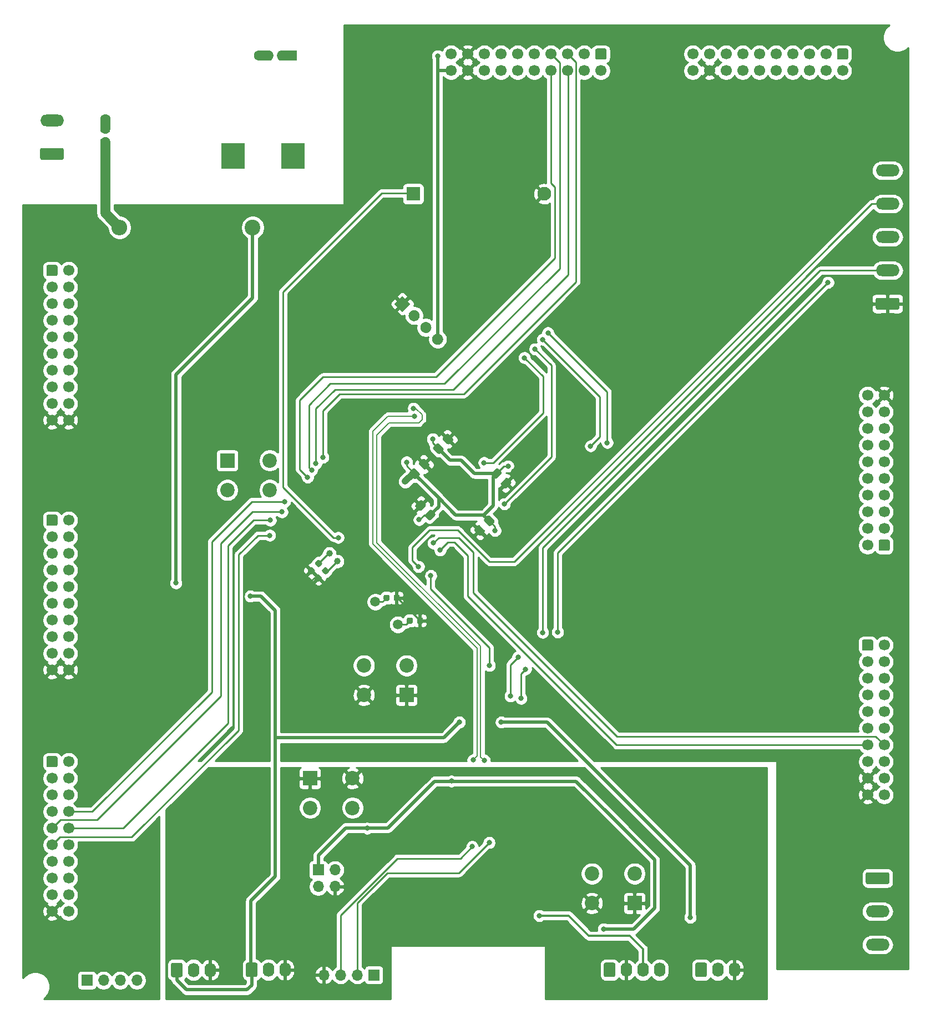
<source format=gbr>
%TF.GenerationSoftware,KiCad,Pcbnew,(5.1.12)-1*%
%TF.CreationDate,2022-04-06T16:52:09+05:30*%
%TF.ProjectId,MCROCONTROLLER,4d43524f-434f-44e5-9452-4f4c4c45522e,rev?*%
%TF.SameCoordinates,Original*%
%TF.FileFunction,Copper,L2,Bot*%
%TF.FilePolarity,Positive*%
%FSLAX46Y46*%
G04 Gerber Fmt 4.6, Leading zero omitted, Abs format (unit mm)*
G04 Created by KiCad (PCBNEW (5.1.12)-1) date 2022-04-06 16:52:09*
%MOMM*%
%LPD*%
G01*
G04 APERTURE LIST*
%TA.AperFunction,ComponentPad*%
%ADD10O,3.600000X1.800000*%
%TD*%
%TA.AperFunction,ComponentPad*%
%ADD11R,1.600000X1.600000*%
%TD*%
%TA.AperFunction,ComponentPad*%
%ADD12C,1.600000*%
%TD*%
%TA.AperFunction,ComponentPad*%
%ADD13C,1.700000*%
%TD*%
%TA.AperFunction,ComponentPad*%
%ADD14C,0.100000*%
%TD*%
%TA.AperFunction,ComponentPad*%
%ADD15R,3.600000X4.000000*%
%TD*%
%TA.AperFunction,ComponentPad*%
%ADD16C,2.200000*%
%TD*%
%TA.AperFunction,ComponentPad*%
%ADD17R,2.200000X2.200000*%
%TD*%
%TA.AperFunction,ComponentPad*%
%ADD18C,1.500000*%
%TD*%
%TA.AperFunction,ComponentPad*%
%ADD19C,1.000000*%
%TD*%
%TA.AperFunction,ComponentPad*%
%ADD20O,1.740000X2.190000*%
%TD*%
%TA.AperFunction,ComponentPad*%
%ADD21R,1.700000X1.700000*%
%TD*%
%TA.AperFunction,ComponentPad*%
%ADD22O,1.700000X1.700000*%
%TD*%
%TA.AperFunction,ComponentPad*%
%ADD23C,2.400000*%
%TD*%
%TA.AperFunction,ComponentPad*%
%ADD24O,2.400000X2.400000*%
%TD*%
%TA.AperFunction,ComponentPad*%
%ADD25R,2.100000X2.100000*%
%TD*%
%TA.AperFunction,ComponentPad*%
%ADD26C,2.100000*%
%TD*%
%TA.AperFunction,ViaPad*%
%ADD27C,0.800000*%
%TD*%
%TA.AperFunction,Conductor*%
%ADD28C,0.250000*%
%TD*%
%TA.AperFunction,Conductor*%
%ADD29C,0.254000*%
%TD*%
%TA.AperFunction,Conductor*%
%ADD30C,1.500000*%
%TD*%
%TA.AperFunction,Conductor*%
%ADD31C,0.500000*%
%TD*%
%TA.AperFunction,Conductor*%
%ADD32C,1.000000*%
%TD*%
%TA.AperFunction,Conductor*%
%ADD33C,0.200000*%
%TD*%
%TA.AperFunction,Conductor*%
%ADD34C,0.354000*%
%TD*%
%TA.AperFunction,Conductor*%
%ADD35C,0.100000*%
%TD*%
G04 APERTURE END LIST*
%TO.P,J7,1*%
%TO.N,GNDREF*%
%TA.AperFunction,ComponentPad*%
G36*
G01*
X184938000Y-77100000D02*
X181838000Y-77100000D01*
G75*
G02*
X181588000Y-76850000I0J250000D01*
G01*
X181588000Y-75550000D01*
G75*
G02*
X181838000Y-75300000I250000J0D01*
G01*
X184938000Y-75300000D01*
G75*
G02*
X185188000Y-75550000I0J-250000D01*
G01*
X185188000Y-76850000D01*
G75*
G02*
X184938000Y-77100000I-250000J0D01*
G01*
G37*
%TD.AperFunction*%
D10*
%TO.P,J7,2*%
%TO.N,AC_CONTROL*%
X183388000Y-71120000D03*
%TO.P,J7,3*%
%TO.N,COMPRESSOR_CONTROL*%
X183388000Y-66040000D03*
%TO.P,J7,4*%
%TO.N,MIXER1*%
X183388000Y-60960000D03*
%TO.P,J7,5*%
%TO.N,Net-(J7-Pad5)*%
X183388000Y-55880000D03*
%TD*%
D11*
%TO.P,C1,1*%
%TO.N,Net-(C1-Pad1)*%
X64008000Y-53086000D03*
D12*
%TO.P,C1,2*%
%TO.N,Net-(C1-Pad2)*%
X64008000Y-48086000D03*
%TD*%
%TO.P,C2,1*%
%TO.N,Net-(C1-Pad1)*%
%TA.AperFunction,SMDPad,CuDef*%
G36*
G01*
X64483000Y-52149500D02*
X63533000Y-52149500D01*
G75*
G02*
X63283000Y-51899500I0J250000D01*
G01*
X63283000Y-51224500D01*
G75*
G02*
X63533000Y-50974500I250000J0D01*
G01*
X64483000Y-50974500D01*
G75*
G02*
X64733000Y-51224500I0J-250000D01*
G01*
X64733000Y-51899500D01*
G75*
G02*
X64483000Y-52149500I-250000J0D01*
G01*
G37*
%TD.AperFunction*%
%TO.P,C2,2*%
%TO.N,Net-(C1-Pad2)*%
%TA.AperFunction,SMDPad,CuDef*%
G36*
G01*
X64483000Y-50074500D02*
X63533000Y-50074500D01*
G75*
G02*
X63283000Y-49824500I0J250000D01*
G01*
X63283000Y-49149500D01*
G75*
G02*
X63533000Y-48899500I250000J0D01*
G01*
X64483000Y-48899500D01*
G75*
G02*
X64733000Y-49149500I0J-250000D01*
G01*
X64733000Y-49824500D01*
G75*
G02*
X64483000Y-50074500I-250000J0D01*
G01*
G37*
%TD.AperFunction*%
%TD*%
%TO.P,C3,2*%
%TO.N,Net-(C1-Pad2)*%
X87456000Y-38354000D03*
D11*
%TO.P,C3,1*%
%TO.N,Net-(C3-Pad1)*%
X92456000Y-38354000D03*
%TD*%
%TO.P,C4,2*%
%TO.N,Net-(C1-Pad2)*%
%TA.AperFunction,SMDPad,CuDef*%
G36*
G01*
X89487500Y-37879000D02*
X89487500Y-38829000D01*
G75*
G02*
X89237500Y-39079000I-250000J0D01*
G01*
X88562500Y-39079000D01*
G75*
G02*
X88312500Y-38829000I0J250000D01*
G01*
X88312500Y-37879000D01*
G75*
G02*
X88562500Y-37629000I250000J0D01*
G01*
X89237500Y-37629000D01*
G75*
G02*
X89487500Y-37879000I0J-250000D01*
G01*
G37*
%TD.AperFunction*%
%TO.P,C4,1*%
%TO.N,Net-(C3-Pad1)*%
%TA.AperFunction,SMDPad,CuDef*%
G36*
G01*
X91562500Y-37879000D02*
X91562500Y-38829000D01*
G75*
G02*
X91312500Y-39079000I-250000J0D01*
G01*
X90637500Y-39079000D01*
G75*
G02*
X90387500Y-38829000I0J250000D01*
G01*
X90387500Y-37879000D01*
G75*
G02*
X90637500Y-37629000I250000J0D01*
G01*
X91312500Y-37629000D01*
G75*
G02*
X91562500Y-37879000I0J-250000D01*
G01*
G37*
%TD.AperFunction*%
%TD*%
%TO.P,C6,1*%
%TO.N,Net-(C6-Pad1)*%
%TA.AperFunction,SMDPad,CuDef*%
G36*
G01*
X106483400Y-121306400D02*
X106483400Y-120806400D01*
G75*
G02*
X106708400Y-120581400I225000J0D01*
G01*
X107158400Y-120581400D01*
G75*
G02*
X107383400Y-120806400I0J-225000D01*
G01*
X107383400Y-121306400D01*
G75*
G02*
X107158400Y-121531400I-225000J0D01*
G01*
X106708400Y-121531400D01*
G75*
G02*
X106483400Y-121306400I0J225000D01*
G01*
G37*
%TD.AperFunction*%
%TO.P,C6,2*%
%TO.N,GNDREF*%
%TA.AperFunction,SMDPad,CuDef*%
G36*
G01*
X108033400Y-121306400D02*
X108033400Y-120806400D01*
G75*
G02*
X108258400Y-120581400I225000J0D01*
G01*
X108708400Y-120581400D01*
G75*
G02*
X108933400Y-120806400I0J-225000D01*
G01*
X108933400Y-121306400D01*
G75*
G02*
X108708400Y-121531400I-225000J0D01*
G01*
X108258400Y-121531400D01*
G75*
G02*
X108033400Y-121306400I0J225000D01*
G01*
G37*
%TD.AperFunction*%
%TD*%
%TO.P,C7,1*%
%TO.N,Net-(C7-Pad1)*%
%TA.AperFunction,SMDPad,CuDef*%
G36*
G01*
X110039400Y-124786200D02*
X110039400Y-124286200D01*
G75*
G02*
X110264400Y-124061200I225000J0D01*
G01*
X110714400Y-124061200D01*
G75*
G02*
X110939400Y-124286200I0J-225000D01*
G01*
X110939400Y-124786200D01*
G75*
G02*
X110714400Y-125011200I-225000J0D01*
G01*
X110264400Y-125011200D01*
G75*
G02*
X110039400Y-124786200I0J225000D01*
G01*
G37*
%TD.AperFunction*%
%TO.P,C7,2*%
%TO.N,GNDREF*%
%TA.AperFunction,SMDPad,CuDef*%
G36*
G01*
X111589400Y-124786200D02*
X111589400Y-124286200D01*
G75*
G02*
X111814400Y-124061200I225000J0D01*
G01*
X112264400Y-124061200D01*
G75*
G02*
X112489400Y-124286200I0J-225000D01*
G01*
X112489400Y-124786200D01*
G75*
G02*
X112264400Y-125011200I-225000J0D01*
G01*
X111814400Y-125011200D01*
G75*
G02*
X111589400Y-124786200I0J225000D01*
G01*
G37*
%TD.AperFunction*%
%TD*%
%TO.P,C8,1*%
%TO.N,Net-(C8-Pad1)*%
%TA.AperFunction,SMDPad,CuDef*%
G36*
G01*
X96690637Y-115325209D02*
X97044191Y-115678763D01*
G75*
G02*
X97044191Y-115996961I-159099J-159099D01*
G01*
X96725993Y-116315159D01*
G75*
G02*
X96407795Y-116315159I-159099J159099D01*
G01*
X96054241Y-115961605D01*
G75*
G02*
X96054241Y-115643407I159099J159099D01*
G01*
X96372439Y-115325209D01*
G75*
G02*
X96690637Y-115325209I159099J-159099D01*
G01*
G37*
%TD.AperFunction*%
%TO.P,C8,2*%
%TO.N,GNDREF*%
%TA.AperFunction,SMDPad,CuDef*%
G36*
G01*
X95594621Y-116421225D02*
X95948175Y-116774779D01*
G75*
G02*
X95948175Y-117092977I-159099J-159099D01*
G01*
X95629977Y-117411175D01*
G75*
G02*
X95311779Y-117411175I-159099J159099D01*
G01*
X94958225Y-117057621D01*
G75*
G02*
X94958225Y-116739423I159099J159099D01*
G01*
X95276423Y-116421225D01*
G75*
G02*
X95594621Y-116421225I159099J-159099D01*
G01*
G37*
%TD.AperFunction*%
%TD*%
%TO.P,C9,2*%
%TO.N,GNDREF*%
%TA.AperFunction,SMDPad,CuDef*%
G36*
G01*
X96672213Y-117528033D02*
X97025767Y-117881587D01*
G75*
G02*
X97025767Y-118199785I-159099J-159099D01*
G01*
X96707569Y-118517983D01*
G75*
G02*
X96389371Y-118517983I-159099J159099D01*
G01*
X96035817Y-118164429D01*
G75*
G02*
X96035817Y-117846231I159099J159099D01*
G01*
X96354015Y-117528033D01*
G75*
G02*
X96672213Y-117528033I159099J-159099D01*
G01*
G37*
%TD.AperFunction*%
%TO.P,C9,1*%
%TO.N,Net-(C9-Pad1)*%
%TA.AperFunction,SMDPad,CuDef*%
G36*
G01*
X97768229Y-116432017D02*
X98121783Y-116785571D01*
G75*
G02*
X98121783Y-117103769I-159099J-159099D01*
G01*
X97803585Y-117421967D01*
G75*
G02*
X97485387Y-117421967I-159099J159099D01*
G01*
X97131833Y-117068413D01*
G75*
G02*
X97131833Y-116750215I159099J159099D01*
G01*
X97450031Y-116432017D01*
G75*
G02*
X97768229Y-116432017I159099J-159099D01*
G01*
G37*
%TD.AperFunction*%
%TD*%
%TO.P,C10,1*%
%TO.N,+3V3*%
%TA.AperFunction,SMDPad,CuDef*%
G36*
G01*
X111127604Y-102878747D02*
X110455853Y-102206996D01*
G75*
G02*
X110455853Y-101853442I176777J176777D01*
G01*
X110933150Y-101376145D01*
G75*
G02*
X111286704Y-101376145I176777J-176777D01*
G01*
X111958455Y-102047896D01*
G75*
G02*
X111958455Y-102401450I-176777J-176777D01*
G01*
X111481158Y-102878747D01*
G75*
G02*
X111127604Y-102878747I-176777J176777D01*
G01*
G37*
%TD.AperFunction*%
%TO.P,C10,2*%
%TO.N,GNDREF*%
%TA.AperFunction,SMDPad,CuDef*%
G36*
G01*
X112594850Y-101411501D02*
X111923099Y-100739750D01*
G75*
G02*
X111923099Y-100386196I176777J176777D01*
G01*
X112400396Y-99908899D01*
G75*
G02*
X112753950Y-99908899I176777J-176777D01*
G01*
X113425701Y-100580650D01*
G75*
G02*
X113425701Y-100934204I-176777J-176777D01*
G01*
X112948404Y-101411501D01*
G75*
G02*
X112594850Y-101411501I-176777J176777D01*
G01*
G37*
%TD.AperFunction*%
%TD*%
%TO.P,C11,2*%
%TO.N,GNDREF*%
%TA.AperFunction,SMDPad,CuDef*%
G36*
G01*
X124419899Y-103476250D02*
X125091650Y-102804499D01*
G75*
G02*
X125445204Y-102804499I176777J-176777D01*
G01*
X125922501Y-103281796D01*
G75*
G02*
X125922501Y-103635350I-176777J-176777D01*
G01*
X125250750Y-104307101D01*
G75*
G02*
X124897196Y-104307101I-176777J176777D01*
G01*
X124419899Y-103829804D01*
G75*
G02*
X124419899Y-103476250I176777J176777D01*
G01*
G37*
%TD.AperFunction*%
%TO.P,C11,1*%
%TO.N,+3V3*%
%TA.AperFunction,SMDPad,CuDef*%
G36*
G01*
X122952653Y-102009004D02*
X123624404Y-101337253D01*
G75*
G02*
X123977958Y-101337253I176777J-176777D01*
G01*
X124455255Y-101814550D01*
G75*
G02*
X124455255Y-102168104I-176777J-176777D01*
G01*
X123783504Y-102839855D01*
G75*
G02*
X123429950Y-102839855I-176777J176777D01*
G01*
X122952653Y-102362558D01*
G75*
G02*
X122952653Y-102009004I176777J176777D01*
G01*
G37*
%TD.AperFunction*%
%TD*%
%TO.P,C12,1*%
%TO.N,+3V3*%
%TA.AperFunction,SMDPad,CuDef*%
G36*
G01*
X114756827Y-99046324D02*
X114085076Y-98374573D01*
G75*
G02*
X114085076Y-98021019I176777J176777D01*
G01*
X114562373Y-97543722D01*
G75*
G02*
X114915927Y-97543722I176777J-176777D01*
G01*
X115587678Y-98215473D01*
G75*
G02*
X115587678Y-98569027I-176777J-176777D01*
G01*
X115110381Y-99046324D01*
G75*
G02*
X114756827Y-99046324I-176777J176777D01*
G01*
G37*
%TD.AperFunction*%
%TO.P,C12,2*%
%TO.N,GNDREF*%
%TA.AperFunction,SMDPad,CuDef*%
G36*
G01*
X116224073Y-97579078D02*
X115552322Y-96907327D01*
G75*
G02*
X115552322Y-96553773I176777J176777D01*
G01*
X116029619Y-96076476D01*
G75*
G02*
X116383173Y-96076476I176777J-176777D01*
G01*
X117054924Y-96748227D01*
G75*
G02*
X117054924Y-97101781I-176777J-176777D01*
G01*
X116577627Y-97579078D01*
G75*
G02*
X116224073Y-97579078I-176777J176777D01*
G01*
G37*
%TD.AperFunction*%
%TD*%
%TO.P,C13,2*%
%TO.N,GNDREF*%
%TA.AperFunction,SMDPad,CuDef*%
G36*
G01*
X121215127Y-110019022D02*
X121886878Y-110690773D01*
G75*
G02*
X121886878Y-111044327I-176777J-176777D01*
G01*
X121409581Y-111521624D01*
G75*
G02*
X121056027Y-111521624I-176777J176777D01*
G01*
X120384276Y-110849873D01*
G75*
G02*
X120384276Y-110496319I176777J176777D01*
G01*
X120861573Y-110019022D01*
G75*
G02*
X121215127Y-110019022I176777J-176777D01*
G01*
G37*
%TD.AperFunction*%
%TO.P,C13,1*%
%TO.N,+3V3*%
%TA.AperFunction,SMDPad,CuDef*%
G36*
G01*
X122682373Y-108551776D02*
X123354124Y-109223527D01*
G75*
G02*
X123354124Y-109577081I-176777J-176777D01*
G01*
X122876827Y-110054378D01*
G75*
G02*
X122523273Y-110054378I-176777J176777D01*
G01*
X121851522Y-109382627D01*
G75*
G02*
X121851522Y-109029073I176777J176777D01*
G01*
X122328819Y-108551776D01*
G75*
G02*
X122682373Y-108551776I176777J-176777D01*
G01*
G37*
%TD.AperFunction*%
%TD*%
%TO.P,C14,1*%
%TO.N,+3V3*%
%TA.AperFunction,SMDPad,CuDef*%
G36*
G01*
X114334147Y-108506196D02*
X113662396Y-109177947D01*
G75*
G02*
X113308842Y-109177947I-176777J176777D01*
G01*
X112831545Y-108700650D01*
G75*
G02*
X112831545Y-108347096I176777J176777D01*
G01*
X113503296Y-107675345D01*
G75*
G02*
X113856850Y-107675345I176777J-176777D01*
G01*
X114334147Y-108152642D01*
G75*
G02*
X114334147Y-108506196I-176777J-176777D01*
G01*
G37*
%TD.AperFunction*%
%TO.P,C14,2*%
%TO.N,GNDREF*%
%TA.AperFunction,SMDPad,CuDef*%
G36*
G01*
X112866901Y-107038950D02*
X112195150Y-107710701D01*
G75*
G02*
X111841596Y-107710701I-176777J176777D01*
G01*
X111364299Y-107233404D01*
G75*
G02*
X111364299Y-106879850I176777J176777D01*
G01*
X112036050Y-106208099D01*
G75*
G02*
X112389604Y-106208099I176777J-176777D01*
G01*
X112866901Y-106685396D01*
G75*
G02*
X112866901Y-107038950I-176777J-176777D01*
G01*
G37*
%TD.AperFunction*%
%TD*%
%TO.P,J1,1*%
%TO.N,U1_TRIG*%
%TA.AperFunction,ComponentPad*%
G36*
G01*
X55030000Y-71720000D02*
X55030000Y-70520000D01*
G75*
G02*
X55280000Y-70270000I250000J0D01*
G01*
X56480000Y-70270000D01*
G75*
G02*
X56730000Y-70520000I0J-250000D01*
G01*
X56730000Y-71720000D01*
G75*
G02*
X56480000Y-71970000I-250000J0D01*
G01*
X55280000Y-71970000D01*
G75*
G02*
X55030000Y-71720000I0J250000D01*
G01*
G37*
%TD.AperFunction*%
D13*
%TO.P,J1,3*%
%TO.N,U2_TRIG*%
X55880000Y-73660000D03*
%TO.P,J1,5*%
%TO.N,U3_TRIG*%
X55880000Y-76200000D03*
%TO.P,J1,7*%
%TO.N,U4_TRIG*%
X55880000Y-78740000D03*
%TO.P,J1,9*%
%TO.N,U5_TRIG*%
X55880000Y-81280000D03*
%TO.P,J1,11*%
%TO.N,U6_TRIG*%
X55880000Y-83820000D03*
%TO.P,J1,13*%
%TO.N,U7_TRIG*%
X55880000Y-86360000D03*
%TO.P,J1,15*%
%TO.N,U8_TRIG*%
X55880000Y-88900000D03*
%TO.P,J1,17*%
%TO.N,U9_TRIG*%
X55880000Y-91440000D03*
%TO.P,J1,19*%
%TO.N,GNDREF*%
X55880000Y-93980000D03*
%TO.P,J1,2*%
%TO.N,U1_ECHO*%
X58420000Y-71120000D03*
%TO.P,J1,4*%
%TO.N,U2_ECHO*%
X58420000Y-73660000D03*
%TO.P,J1,6*%
%TO.N,U3_ECHO*%
X58420000Y-76200000D03*
%TO.P,J1,8*%
%TO.N,U4_ECHO*%
X58420000Y-78740000D03*
%TO.P,J1,10*%
%TO.N,U5_ECHO*%
X58420000Y-81280000D03*
%TO.P,J1,12*%
%TO.N,U6_ECHO*%
X58420000Y-83820000D03*
%TO.P,J1,14*%
%TO.N,U7_ECHO*%
X58420000Y-86360000D03*
%TO.P,J1,16*%
%TO.N,U8_ECHO*%
X58420000Y-88900000D03*
%TO.P,J1,18*%
%TO.N,U9_ECHO*%
X58420000Y-91440000D03*
%TO.P,J1,20*%
%TO.N,GNDREF*%
X58420000Y-93980000D03*
%TD*%
%TO.P,J2,20*%
%TO.N,GNDREF*%
X58420000Y-132080000D03*
%TO.P,J2,18*%
%TO.N,Net-(J2-Pad18)*%
X58420000Y-129540000D03*
%TO.P,J2,16*%
%TO.N,Net-(J2-Pad16)*%
X58420000Y-127000000D03*
%TO.P,J2,14*%
%TO.N,Net-(J2-Pad14)*%
X58420000Y-124460000D03*
%TO.P,J2,12*%
%TO.N,Net-(J2-Pad12)*%
X58420000Y-121920000D03*
%TO.P,J2,10*%
%TO.N,Net-(J2-Pad10)*%
X58420000Y-119380000D03*
%TO.P,J2,8*%
%TO.N,U13_ECHO*%
X58420000Y-116840000D03*
%TO.P,J2,6*%
%TO.N,U12_ECHO*%
X58420000Y-114300000D03*
%TO.P,J2,4*%
%TO.N,U11_ECHO*%
X58420000Y-111760000D03*
%TO.P,J2,2*%
%TO.N,U10_ECHO*%
X58420000Y-109220000D03*
%TO.P,J2,19*%
%TO.N,GNDREF*%
X55880000Y-132080000D03*
%TO.P,J2,17*%
%TO.N,Net-(J2-Pad17)*%
X55880000Y-129540000D03*
%TO.P,J2,15*%
%TO.N,Net-(J2-Pad15)*%
X55880000Y-127000000D03*
%TO.P,J2,13*%
%TO.N,Net-(J2-Pad13)*%
X55880000Y-124460000D03*
%TO.P,J2,11*%
%TO.N,Net-(J2-Pad11)*%
X55880000Y-121920000D03*
%TO.P,J2,9*%
%TO.N,Net-(J2-Pad9)*%
X55880000Y-119380000D03*
%TO.P,J2,7*%
%TO.N,U13_TRIG*%
X55880000Y-116840000D03*
%TO.P,J2,5*%
%TO.N,U12_TRIG*%
X55880000Y-114300000D03*
%TO.P,J2,3*%
%TO.N,U11_TRIG*%
X55880000Y-111760000D03*
%TO.P,J2,1*%
%TO.N,U10_TRIG*%
%TA.AperFunction,ComponentPad*%
G36*
G01*
X55030000Y-109820000D02*
X55030000Y-108620000D01*
G75*
G02*
X55280000Y-108370000I250000J0D01*
G01*
X56480000Y-108370000D01*
G75*
G02*
X56730000Y-108620000I0J-250000D01*
G01*
X56730000Y-109820000D01*
G75*
G02*
X56480000Y-110070000I-250000J0D01*
G01*
X55280000Y-110070000D01*
G75*
G02*
X55030000Y-109820000I0J250000D01*
G01*
G37*
%TD.AperFunction*%
%TD*%
%TO.P,J3,1*%
%TO.N,V1*%
%TA.AperFunction,ComponentPad*%
G36*
G01*
X183730000Y-112430000D02*
X183730000Y-113630000D01*
G75*
G02*
X183480000Y-113880000I-250000J0D01*
G01*
X182280000Y-113880000D01*
G75*
G02*
X182030000Y-113630000I0J250000D01*
G01*
X182030000Y-112430000D01*
G75*
G02*
X182280000Y-112180000I250000J0D01*
G01*
X183480000Y-112180000D01*
G75*
G02*
X183730000Y-112430000I0J-250000D01*
G01*
G37*
%TD.AperFunction*%
%TO.P,J3,3*%
%TO.N,V3*%
X182880000Y-110490000D03*
%TO.P,J3,5*%
%TO.N,V5*%
X182880000Y-107950000D03*
%TO.P,J3,7*%
%TO.N,PMP1*%
X182880000Y-105410000D03*
%TO.P,J3,9*%
%TO.N,PMP3*%
X182880000Y-102870000D03*
%TO.P,J3,11*%
%TO.N,PMP5*%
X182880000Y-100330000D03*
%TO.P,J3,13*%
%TO.N,VLV1*%
X182880000Y-97790000D03*
%TO.P,J3,15*%
%TO.N,VLV3*%
X182880000Y-95250000D03*
%TO.P,J3,17*%
%TO.N,VLV5*%
X182880000Y-92710000D03*
%TO.P,J3,19*%
%TO.N,GNDREF*%
X182880000Y-90170000D03*
%TO.P,J3,2*%
%TO.N,V2*%
X180340000Y-113030000D03*
%TO.P,J3,4*%
%TO.N,V4*%
X180340000Y-110490000D03*
%TO.P,J3,6*%
%TO.N,V6*%
X180340000Y-107950000D03*
%TO.P,J3,8*%
%TO.N,PMP2*%
X180340000Y-105410000D03*
%TO.P,J3,10*%
%TO.N,PMP4*%
X180340000Y-102870000D03*
%TO.P,J3,12*%
%TO.N,PMP6*%
X180340000Y-100330000D03*
%TO.P,J3,14*%
%TO.N,VLV2*%
X180340000Y-97790000D03*
%TO.P,J3,16*%
%TO.N,VLV4*%
X180340000Y-95250000D03*
%TO.P,J3,18*%
%TO.N,VLV6*%
X180340000Y-92710000D03*
%TO.P,J3,20*%
%TO.N,Net-(J3-Pad20)*%
X180340000Y-90170000D03*
%TD*%
%TO.P,J4,1*%
%TO.N,M3*%
%TA.AperFunction,ComponentPad*%
G36*
G01*
X55030000Y-146650000D02*
X55030000Y-145450000D01*
G75*
G02*
X55280000Y-145200000I250000J0D01*
G01*
X56480000Y-145200000D01*
G75*
G02*
X56730000Y-145450000I0J-250000D01*
G01*
X56730000Y-146650000D01*
G75*
G02*
X56480000Y-146900000I-250000J0D01*
G01*
X55280000Y-146900000D01*
G75*
G02*
X55030000Y-146650000I0J250000D01*
G01*
G37*
%TD.AperFunction*%
%TO.P,J4,3*%
%TO.N,M5*%
X55880000Y-148590000D03*
%TO.P,J4,5*%
%TO.N,M8*%
X55880000Y-151130000D03*
%TO.P,J4,7*%
%TO.N,M9*%
X55880000Y-153670000D03*
%TO.P,J4,9*%
%TO.N,M1-*%
X55880000Y-156210000D03*
%TO.P,J4,11*%
%TO.N,M2-*%
X55880000Y-158750000D03*
%TO.P,J4,13*%
%TO.N,M11*%
X55880000Y-161290000D03*
%TO.P,J4,15*%
%TO.N,M13*%
X55880000Y-163830000D03*
%TO.P,J4,17*%
%TO.N,M15*%
X55880000Y-166370000D03*
%TO.P,J4,19*%
%TO.N,GNDREF*%
X55880000Y-168910000D03*
%TO.P,J4,2*%
%TO.N,M4*%
X58420000Y-146050000D03*
%TO.P,J4,4*%
%TO.N,M6*%
X58420000Y-148590000D03*
%TO.P,J4,6*%
%TO.N,M7*%
X58420000Y-151130000D03*
%TO.P,J4,8*%
%TO.N,M1+*%
X58420000Y-153670000D03*
%TO.P,J4,10*%
%TO.N,M2+*%
X58420000Y-156210000D03*
%TO.P,J4,12*%
%TO.N,M10*%
X58420000Y-158750000D03*
%TO.P,J4,14*%
%TO.N,M12*%
X58420000Y-161290000D03*
%TO.P,J4,16*%
%TO.N,M14*%
X58420000Y-163830000D03*
%TO.P,J4,18*%
%TO.N,Net-(J4-Pad18)*%
X58420000Y-166370000D03*
%TO.P,J4,20*%
%TO.N,Net-(J4-Pad20)*%
X58420000Y-168910000D03*
%TD*%
%TO.P,J5,20*%
%TO.N,Net-(J5-Pad20)*%
X182880000Y-151130000D03*
%TO.P,J5,18*%
%TO.N,Net-(J5-Pad18)*%
X182880000Y-148590000D03*
%TO.P,J5,16*%
%TO.N,Net-(J5-Pad16)*%
X182880000Y-146050000D03*
%TO.P,J5,14*%
%TO.N,ADC1_INP10*%
X182880000Y-143510000D03*
%TO.P,J5,12*%
%TO.N,ADC1_INP14*%
X182880000Y-140970000D03*
%TO.P,J5,10*%
%TO.N,ADC1_INP19*%
X182880000Y-138430000D03*
%TO.P,J5,8*%
%TO.N,ADC1_INP7*%
X182880000Y-135890000D03*
%TO.P,J5,6*%
%TO.N,ADC1_INP8*%
X182880000Y-133350000D03*
%TO.P,J5,4*%
%TO.N,ADC1_INP5*%
X182880000Y-130810000D03*
%TO.P,J5,2*%
%TO.N,ADC1_INP6*%
X182880000Y-128270000D03*
%TO.P,J5,19*%
%TO.N,GNDREF*%
X180340000Y-151130000D03*
%TO.P,J5,17*%
X180340000Y-148590000D03*
%TO.P,J5,15*%
%TO.N,Net-(J5-Pad15)*%
X180340000Y-146050000D03*
%TO.P,J5,13*%
%TO.N,ADC1_INP11*%
X180340000Y-143510000D03*
%TO.P,J5,11*%
%TO.N,ADC1_INP17*%
X180340000Y-140970000D03*
%TO.P,J5,9*%
%TO.N,ADC1_INP15*%
X180340000Y-138430000D03*
%TO.P,J5,7*%
%TO.N,ADC1_INP3*%
X180340000Y-135890000D03*
%TO.P,J5,5*%
%TO.N,ADC1_INP4*%
X180340000Y-133350000D03*
%TO.P,J5,3*%
%TO.N,ADC1_INP9*%
X180340000Y-130810000D03*
%TO.P,J5,1*%
%TO.N,ADC1_INP2*%
%TA.AperFunction,ComponentPad*%
G36*
G01*
X179490000Y-128870000D02*
X179490000Y-127670000D01*
G75*
G02*
X179740000Y-127420000I250000J0D01*
G01*
X180940000Y-127420000D01*
G75*
G02*
X181190000Y-127670000I0J-250000D01*
G01*
X181190000Y-128870000D01*
G75*
G02*
X180940000Y-129120000I-250000J0D01*
G01*
X179740000Y-129120000D01*
G75*
G02*
X179490000Y-128870000I0J250000D01*
G01*
G37*
%TD.AperFunction*%
%TD*%
%TO.P,J6,1*%
%TO.N,Net-(J6-Pad1)*%
%TA.AperFunction,ComponentPad*%
G36*
G01*
X180314000Y-162930000D02*
X183414000Y-162930000D01*
G75*
G02*
X183664000Y-163180000I0J-250000D01*
G01*
X183664000Y-164480000D01*
G75*
G02*
X183414000Y-164730000I-250000J0D01*
G01*
X180314000Y-164730000D01*
G75*
G02*
X180064000Y-164480000I0J250000D01*
G01*
X180064000Y-163180000D01*
G75*
G02*
X180314000Y-162930000I250000J0D01*
G01*
G37*
%TD.AperFunction*%
D10*
%TO.P,J6,2*%
%TO.N,MIXER3*%
X181864000Y-168910000D03*
%TO.P,J6,3*%
%TO.N,MIXER2*%
X181864000Y-173990000D03*
%TD*%
D13*
%TO.P,J8,20*%
%TO.N,Net-(J8-Pad20)*%
X153670000Y-40640000D03*
%TO.P,J8,18*%
%TO.N,GNDREF*%
X156210000Y-40640000D03*
%TO.P,J8,16*%
%TO.N,S16*%
X158750000Y-40640000D03*
%TO.P,J8,14*%
%TO.N,S14*%
X161290000Y-40640000D03*
%TO.P,J8,12*%
%TO.N,S12*%
X163830000Y-40640000D03*
%TO.P,J8,10*%
%TO.N,S10*%
X166370000Y-40640000D03*
%TO.P,J8,8*%
%TO.N,S8*%
X168910000Y-40640000D03*
%TO.P,J8,6*%
%TO.N,S6*%
X171450000Y-40640000D03*
%TO.P,J8,4*%
%TO.N,S4*%
X173990000Y-40640000D03*
%TO.P,J8,2*%
%TO.N,S2*%
X176530000Y-40640000D03*
%TO.P,J8,19*%
%TO.N,Net-(J8-Pad19)*%
X153670000Y-38100000D03*
%TO.P,J8,17*%
%TO.N,+3V3*%
X156210000Y-38100000D03*
%TO.P,J8,15*%
%TO.N,S15*%
X158750000Y-38100000D03*
%TO.P,J8,13*%
%TO.N,S13*%
X161290000Y-38100000D03*
%TO.P,J8,11*%
%TO.N,S11*%
X163830000Y-38100000D03*
%TO.P,J8,9*%
%TO.N,S9*%
X166370000Y-38100000D03*
%TO.P,J8,7*%
%TO.N,S7*%
X168910000Y-38100000D03*
%TO.P,J8,5*%
%TO.N,S5*%
X171450000Y-38100000D03*
%TO.P,J8,3*%
%TO.N,S3*%
X173990000Y-38100000D03*
%TO.P,J8,1*%
%TO.N,S1*%
%TA.AperFunction,ComponentPad*%
G36*
G01*
X175930000Y-37250000D02*
X177130000Y-37250000D01*
G75*
G02*
X177380000Y-37500000I0J-250000D01*
G01*
X177380000Y-38700000D01*
G75*
G02*
X177130000Y-38950000I-250000J0D01*
G01*
X175930000Y-38950000D01*
G75*
G02*
X175680000Y-38700000I0J250000D01*
G01*
X175680000Y-37500000D01*
G75*
G02*
X175930000Y-37250000I250000J0D01*
G01*
G37*
%TD.AperFunction*%
%TD*%
%TO.P,J9,1*%
%TO.N,Net-(C1-Pad1)*%
%TA.AperFunction,ComponentPad*%
G36*
G01*
X57430000Y-54240000D02*
X54330000Y-54240000D01*
G75*
G02*
X54080000Y-53990000I0J250000D01*
G01*
X54080000Y-52690000D01*
G75*
G02*
X54330000Y-52440000I250000J0D01*
G01*
X57430000Y-52440000D01*
G75*
G02*
X57680000Y-52690000I0J-250000D01*
G01*
X57680000Y-53990000D01*
G75*
G02*
X57430000Y-54240000I-250000J0D01*
G01*
G37*
%TD.AperFunction*%
D10*
%TO.P,J9,2*%
%TO.N,Net-(C1-Pad2)*%
X55880000Y-48260000D03*
%TD*%
%TA.AperFunction,ComponentPad*%
D14*
%TO.P,J10,1*%
%TO.N,GNDREF*%
G36*
X109343646Y-77424128D02*
G01*
X108141564Y-76222046D01*
X109343646Y-75019964D01*
X110545728Y-76222046D01*
X109343646Y-77424128D01*
G37*
%TD.AperFunction*%
%TO.P,J10,2*%
%TO.N,DEBUG_JTCK_SWCLK*%
%TA.AperFunction,ComponentPad*%
G36*
G01*
X110538656Y-78619138D02*
X110538656Y-78619138D01*
G75*
G02*
X110538656Y-77417056I601041J601041D01*
G01*
X110538656Y-77417056D01*
G75*
G02*
X111740738Y-77417056I601041J-601041D01*
G01*
X111740738Y-77417056D01*
G75*
G02*
X111740738Y-78619138I-601041J-601041D01*
G01*
X111740738Y-78619138D01*
G75*
G02*
X110538656Y-78619138I-601041J601041D01*
G01*
G37*
%TD.AperFunction*%
%TO.P,J10,3*%
%TO.N,DEBUG_JTMS-SWDIO*%
%TA.AperFunction,ComponentPad*%
G36*
G01*
X112334707Y-80415189D02*
X112334707Y-80415189D01*
G75*
G02*
X112334707Y-79213107I601041J601041D01*
G01*
X112334707Y-79213107D01*
G75*
G02*
X113536789Y-79213107I601041J-601041D01*
G01*
X113536789Y-79213107D01*
G75*
G02*
X113536789Y-80415189I-601041J-601041D01*
G01*
X113536789Y-80415189D01*
G75*
G02*
X112334707Y-80415189I-601041J601041D01*
G01*
G37*
%TD.AperFunction*%
%TO.P,J10,4*%
%TO.N,+3V3*%
%TA.AperFunction,ComponentPad*%
G36*
G01*
X114130759Y-82211241D02*
X114130759Y-82211241D01*
G75*
G02*
X114130759Y-81009159I601041J601041D01*
G01*
X114130759Y-81009159D01*
G75*
G02*
X115332841Y-81009159I601041J-601041D01*
G01*
X115332841Y-81009159D01*
G75*
G02*
X115332841Y-82211241I-601041J-601041D01*
G01*
X115332841Y-82211241D01*
G75*
G02*
X114130759Y-82211241I-601041J601041D01*
G01*
G37*
%TD.AperFunction*%
%TD*%
D15*
%TO.P,L1,2*%
%TO.N,Net-(C3-Pad1)*%
X92640600Y-53670200D03*
%TO.P,L1,1*%
%TO.N,Net-(D1-Pad2)*%
X83540600Y-53670200D03*
%TD*%
D16*
%TO.P,S1,3*%
%TO.N,NRST*%
X109982000Y-131390000D03*
%TO.P,S1,4*%
X103482000Y-131390000D03*
%TO.P,S1,2*%
%TO.N,GNDREF*%
X103482000Y-135890000D03*
D17*
%TO.P,S1,1*%
X109982000Y-135890000D03*
%TD*%
%TO.P,S2,1*%
%TO.N,Net-(R3-Pad2)*%
X82626200Y-100101400D03*
D16*
%TO.P,S2,2*%
X89126200Y-100101400D03*
%TO.P,S2,4*%
%TO.N,+3V3*%
X89126200Y-104601400D03*
%TO.P,S2,3*%
X82626200Y-104601400D03*
%TD*%
D18*
%TO.P,Y1,1*%
%TO.N,Net-(C7-Pad1)*%
X108661200Y-125120400D03*
%TO.P,Y1,2*%
%TO.N,Net-(C6-Pad1)*%
X105210519Y-121669719D03*
%TD*%
D19*
%TO.P,Y2,1*%
%TO.N,Net-(C8-Pad1)*%
X98221800Y-114274600D03*
%TO.P,Y2,2*%
%TO.N,Net-(C9-Pad1)*%
X99423882Y-115476682D03*
%TD*%
%TO.P,J11,1*%
%TO.N,+5V*%
%TA.AperFunction,ComponentPad*%
G36*
G01*
X85490000Y-178645001D02*
X85490000Y-176954999D01*
G75*
G02*
X85739999Y-176705000I249999J0D01*
G01*
X86980001Y-176705000D01*
G75*
G02*
X87230000Y-176954999I0J-249999D01*
G01*
X87230000Y-178645001D01*
G75*
G02*
X86980001Y-178895000I-249999J0D01*
G01*
X85739999Y-178895000D01*
G75*
G02*
X85490000Y-178645001I0J249999D01*
G01*
G37*
%TD.AperFunction*%
D20*
%TO.P,J11,2*%
%TO.N,Net-(J11-Pad2)*%
X88900000Y-177800000D03*
%TO.P,J11,3*%
%TO.N,GNDD*%
X91440000Y-177800000D03*
%TD*%
%TO.P,J12,3*%
%TO.N,GNDD*%
X80010000Y-177825400D03*
%TO.P,J12,2*%
%TO.N,Net-(J12-Pad2)*%
X77470000Y-177825400D03*
%TO.P,J12,1*%
%TO.N,+5V*%
%TA.AperFunction,ComponentPad*%
G36*
G01*
X74060000Y-178670401D02*
X74060000Y-176980399D01*
G75*
G02*
X74309999Y-176730400I249999J0D01*
G01*
X75550001Y-176730400D01*
G75*
G02*
X75800000Y-176980399I0J-249999D01*
G01*
X75800000Y-178670401D01*
G75*
G02*
X75550001Y-178920400I-249999J0D01*
G01*
X74309999Y-178920400D01*
G75*
G02*
X74060000Y-178670401I0J249999D01*
G01*
G37*
%TD.AperFunction*%
%TD*%
%TO.P,J13,1*%
%TO.N,+5V*%
%TA.AperFunction,ComponentPad*%
G36*
G01*
X140100000Y-178645001D02*
X140100000Y-176954999D01*
G75*
G02*
X140349999Y-176705000I249999J0D01*
G01*
X141590001Y-176705000D01*
G75*
G02*
X141840000Y-176954999I0J-249999D01*
G01*
X141840000Y-178645001D01*
G75*
G02*
X141590001Y-178895000I-249999J0D01*
G01*
X140349999Y-178895000D01*
G75*
G02*
X140100000Y-178645001I0J249999D01*
G01*
G37*
%TD.AperFunction*%
%TO.P,J13,2*%
%TO.N,GNDD*%
X143510000Y-177800000D03*
%TO.P,J13,3*%
%TO.N,MQ-3*%
X146050000Y-177800000D03*
%TO.P,J13,4*%
%TO.N,Net-(J13-Pad4)*%
X148590000Y-177800000D03*
%TD*%
%TO.P,J14,1*%
%TO.N,Net-(J14-Pad1)*%
%TA.AperFunction,ComponentPad*%
G36*
G01*
X154070000Y-178645001D02*
X154070000Y-176954999D01*
G75*
G02*
X154319999Y-176705000I249999J0D01*
G01*
X155560001Y-176705000D01*
G75*
G02*
X155810000Y-176954999I0J-249999D01*
G01*
X155810000Y-178645001D01*
G75*
G02*
X155560001Y-178895000I-249999J0D01*
G01*
X154319999Y-178895000D01*
G75*
G02*
X154070000Y-178645001I0J249999D01*
G01*
G37*
%TD.AperFunction*%
%TO.P,J14,2*%
%TO.N,Pressures_sensor*%
X157480000Y-177800000D03*
%TO.P,J14,3*%
%TO.N,GNDD*%
X160020000Y-177800000D03*
%TD*%
D16*
%TO.P,S3,3*%
%TO.N,IO_0*%
X95250000Y-153090000D03*
%TO.P,S3,4*%
X101750000Y-153090000D03*
%TO.P,S3,2*%
%TO.N,GNDD*%
X101750000Y-148590000D03*
D17*
%TO.P,S3,1*%
X95250000Y-148590000D03*
%TD*%
%TO.P,S4,1*%
%TO.N,GNDD*%
X144780000Y-167640000D03*
D16*
%TO.P,S4,2*%
X138280000Y-167640000D03*
%TO.P,S4,4*%
%TO.N,EN*%
X138280000Y-163140000D03*
%TO.P,S4,3*%
X144780000Y-163140000D03*
%TD*%
D21*
%TO.P,J15,1*%
%TO.N,+3V8*%
X96520000Y-162560000D03*
D22*
%TO.P,J15,2*%
%TO.N,Net-(J15-Pad2)*%
X96520000Y-165100000D03*
%TO.P,J15,3*%
%TO.N,Net-(J15-Pad3)*%
X99060000Y-162560000D03*
%TO.P,J15,4*%
%TO.N,GNDD*%
X99060000Y-165100000D03*
%TD*%
D23*
%TO.P,R14,1*%
%TO.N,+5V*%
X86512400Y-64566800D03*
D24*
%TO.P,R14,2*%
%TO.N,Net-(C1-Pad1)*%
X66192400Y-64566800D03*
%TD*%
D25*
%TO.P,BT1,1*%
%TO.N,Net-(BT1-Pad1)*%
X110998000Y-59436000D03*
D26*
%TO.P,BT1,2*%
%TO.N,GNDREF*%
X130998000Y-59436000D03*
%TD*%
%TO.P,J16,1*%
%TO.N,L2_SCK*%
%TA.AperFunction,ComponentPad*%
G36*
G01*
X139049200Y-37250000D02*
X140249200Y-37250000D01*
G75*
G02*
X140499200Y-37500000I0J-250000D01*
G01*
X140499200Y-38700000D01*
G75*
G02*
X140249200Y-38950000I-250000J0D01*
G01*
X139049200Y-38950000D01*
G75*
G02*
X138799200Y-38700000I0J250000D01*
G01*
X138799200Y-37500000D01*
G75*
G02*
X139049200Y-37250000I250000J0D01*
G01*
G37*
%TD.AperFunction*%
D13*
%TO.P,J16,3*%
%TO.N,L1_SCK*%
X137109200Y-38100000D03*
%TO.P,J16,5*%
%TO.N,L3_DT*%
X134569200Y-38100000D03*
%TO.P,J16,7*%
%TO.N,L4_DT*%
X132029200Y-38100000D03*
%TO.P,J16,9*%
%TO.N,L5_DT*%
X129489200Y-38100000D03*
%TO.P,J16,11*%
%TO.N,L6_DT*%
X126949200Y-38100000D03*
%TO.P,J16,13*%
%TO.N,Net-(J16-Pad13)*%
X124409200Y-38100000D03*
%TO.P,J16,15*%
%TO.N,Net-(J16-Pad15)*%
X121869200Y-38100000D03*
%TO.P,J16,17*%
%TO.N,GNDREF*%
X119329200Y-38100000D03*
%TO.P,J16,19*%
%TO.N,+3V3*%
X116789200Y-38100000D03*
%TO.P,J16,2*%
%TO.N,L2_DT*%
X139649200Y-40640000D03*
%TO.P,J16,4*%
%TO.N,L1_DT*%
X137109200Y-40640000D03*
%TO.P,J16,6*%
%TO.N,L3_SCK*%
X134569200Y-40640000D03*
%TO.P,J16,8*%
%TO.N,L4_SCK*%
X132029200Y-40640000D03*
%TO.P,J16,10*%
%TO.N,L5_SCK*%
X129489200Y-40640000D03*
%TO.P,J16,12*%
%TO.N,L6_SCK*%
X126949200Y-40640000D03*
%TO.P,J16,14*%
%TO.N,Net-(J16-Pad14)*%
X124409200Y-40640000D03*
%TO.P,J16,16*%
%TO.N,Net-(J16-Pad16)*%
X121869200Y-40640000D03*
%TO.P,J16,18*%
%TO.N,GNDREF*%
X119329200Y-40640000D03*
%TO.P,J16,20*%
%TO.N,+3V3*%
X116789200Y-40640000D03*
%TD*%
D21*
%TO.P,J17,1*%
%TO.N,Net-(J17-Pad1)*%
X61200000Y-179400000D03*
D22*
%TO.P,J17,2*%
%TO.N,UART2_RX*%
X63740000Y-179400000D03*
%TO.P,J17,3*%
%TO.N,UART2_TX*%
X66280000Y-179400000D03*
%TO.P,J17,4*%
%TO.N,GNDD*%
X68820000Y-179400000D03*
%TD*%
D21*
%TO.P,J18,1*%
%TO.N,Net-(J18-Pad1)*%
X105000000Y-178600000D03*
D22*
%TO.P,J18,2*%
%TO.N,Net-(J18-Pad2)*%
X102460000Y-178600000D03*
%TO.P,J18,3*%
%TO.N,Net-(J18-Pad3)*%
X99920000Y-178600000D03*
%TO.P,J18,4*%
%TO.N,GNDD*%
X97380000Y-178600000D03*
%TD*%
D27*
%TO.N,GNDREF*%
X111125000Y-99161600D03*
X114935000Y-95504000D03*
X126339600Y-101727000D03*
X122504200Y-112014000D03*
X110642400Y-108381800D03*
X117881400Y-116408200D03*
X116357400Y-115112800D03*
X126136400Y-108534200D03*
X118999000Y-92837000D03*
X123647200Y-97332800D03*
X110185200Y-122682000D03*
X95148400Y-118795800D03*
X94259400Y-117576600D03*
X124968000Y-143103600D03*
X102768400Y-41198800D03*
X92200998Y-101649800D03*
X125831600Y-99517200D03*
%TO.N,+3V3*%
X110007400Y-100355400D03*
X113969800Y-96824800D03*
X125476000Y-100965000D03*
X123494800Y-110794800D03*
X111912400Y-109143800D03*
X109778800Y-103301800D03*
X114731800Y-38404800D03*
X113690400Y-117678200D03*
X122631200Y-131394200D03*
%TO.N,M1-*%
X90982800Y-107950000D03*
%TO.N,M2-*%
X89103200Y-111531400D03*
%TO.N,M1+*%
X91363800Y-106375200D03*
%TO.N,M2+*%
X89204800Y-109220000D03*
%TO.N,ADC1_INP10*%
X114071400Y-112699800D03*
%TO.N,ADC1_INP11*%
X115112800Y-113766600D03*
%TO.N,AC_CONTROL*%
X125831600Y-136042400D03*
X127000000Y-130098800D03*
X130759200Y-126339600D03*
%TO.N,COMPRESSOR_CONTROL*%
X127457200Y-136398000D03*
X128168400Y-131927600D03*
X133045200Y-126288800D03*
X174294800Y-72948800D03*
%TO.N,MIXER1*%
X111810800Y-116281200D03*
%TO.N,UART2_TX*%
X111048800Y-92151200D03*
X121843800Y-145872200D03*
%TO.N,UART2_RX*%
X111175800Y-93345000D03*
X120142000Y-145796000D03*
%TO.N,L3_DT*%
X97231200Y-99607210D03*
%TO.N,L3_SCK*%
X96164400Y-100584000D03*
%TO.N,L4_DT*%
X95504000Y-101600000D03*
%TO.N,L4_SCK*%
X94894400Y-102666800D03*
%TO.N,+5V*%
X74803000Y-118795800D03*
X86156800Y-120802400D03*
X118033800Y-140030200D03*
X153289000Y-169799000D03*
X124434602Y-140030200D03*
%TO.N,+3V8*%
X140055600Y-171577000D03*
X116840000Y-149021800D03*
X103987600Y-156210000D03*
%TO.N,GNDD*%
X96520000Y-171450000D03*
X134620000Y-163068000D03*
X124968000Y-151892000D03*
X120396000Y-162560000D03*
X115542200Y-166855000D03*
X124991000Y-166855000D03*
X120380000Y-171161200D03*
X107111800Y-173355000D03*
%TO.N,MQ-3*%
X130251200Y-169545000D03*
%TO.N,Net-(BT1-Pad1)*%
X99568000Y-111861600D03*
X111201200Y-59334400D03*
%TO.N,L5_DT*%
X140614400Y-97383600D03*
X131572000Y-80619600D03*
%TO.N,L6_DT*%
X129590800Y-83108800D03*
X124917200Y-106730800D03*
%TO.N,L5_SCK*%
X138074400Y-97891600D03*
X130759200Y-81635600D03*
%TO.N,L6_SCK*%
X121818400Y-100431600D03*
X127965200Y-84429600D03*
%TO.N,Net-(J18-Pad2)*%
X122600000Y-158400000D03*
%TO.N,Net-(J18-Pad3)*%
X120000000Y-159000000D03*
%TD*%
D28*
%TO.N,GNDREF*%
X95453200Y-116945416D02*
X96530792Y-118023008D01*
X95453200Y-116916200D02*
X95453200Y-116945416D01*
D29*
X111175800Y-99161600D02*
X112674400Y-100660200D01*
X111125000Y-99161600D02*
X111175800Y-99161600D01*
X114979846Y-95504000D02*
X116303623Y-96827777D01*
X114935000Y-95504000D02*
X114979846Y-95504000D01*
X125171200Y-103555800D02*
X126339600Y-102387400D01*
X126339600Y-102387400D02*
X126339600Y-101727000D01*
X122379254Y-112014000D02*
X121135577Y-110770323D01*
X122504200Y-112014000D02*
X122379254Y-112014000D01*
X110693200Y-108381800D02*
X112115600Y-106959400D01*
X110642400Y-108381800D02*
X110693200Y-108381800D01*
D28*
X117881400Y-116408200D02*
X116586000Y-115112800D01*
X116586000Y-115112800D02*
X116357400Y-115112800D01*
X117602000Y-92837000D02*
X114935000Y-95504000D01*
X118999000Y-92837000D02*
X117602000Y-92837000D01*
X119151400Y-92837000D02*
X118999000Y-92837000D01*
X123647200Y-97332800D02*
X119151400Y-92837000D01*
X108483400Y-121056400D02*
X108559600Y-121056400D01*
X108559600Y-121056400D02*
X110185200Y-122682000D01*
X110185200Y-122682000D02*
X112039400Y-124536200D01*
X96530792Y-118023008D02*
X95921192Y-118023008D01*
X95921192Y-118023008D02*
X95148400Y-118795800D01*
X95453200Y-116916200D02*
X94792800Y-117576600D01*
X94792800Y-117576600D02*
X94259400Y-117576600D01*
X126949200Y-100634800D02*
X125831600Y-99517200D01*
X126949200Y-101117400D02*
X126949200Y-100634800D01*
X126339600Y-101727000D02*
X126949200Y-101117400D01*
D30*
%TO.N,Net-(C3-Pad1)*%
X90975000Y-38354000D02*
X92456000Y-38354000D01*
D28*
%TO.N,Net-(C6-Pad1)*%
X105210519Y-121669719D02*
X104876600Y-121335800D01*
X106320081Y-121669719D02*
X105210519Y-121669719D01*
X106933400Y-121056400D02*
X106320081Y-121669719D01*
%TO.N,Net-(C7-Pad1)*%
X108483400Y-124942600D02*
X108483400Y-124536200D01*
X108661200Y-125120400D02*
X108483400Y-124942600D01*
X109905200Y-125120400D02*
X108661200Y-125120400D01*
X110489400Y-124536200D02*
X109905200Y-125120400D01*
%TO.N,Net-(C8-Pad1)*%
X98094800Y-114274600D02*
X96549216Y-115820184D01*
X98221800Y-114274600D02*
X98094800Y-114274600D01*
%TO.N,Net-(C9-Pad1)*%
X97973572Y-116926992D02*
X99423882Y-115476682D01*
X97626808Y-116926992D02*
X97973572Y-116926992D01*
D29*
%TO.N,+3V3*%
X111207154Y-102127446D02*
X110007400Y-100927692D01*
X110007400Y-100927692D02*
X110007400Y-100355400D01*
X114836377Y-98295023D02*
X113969800Y-97428446D01*
X113969800Y-97428446D02*
X113969800Y-96824800D01*
X123703954Y-102088554D02*
X124827508Y-100965000D01*
X124827508Y-100965000D02*
X125476000Y-100965000D01*
X122602823Y-109303077D02*
X123494800Y-110195054D01*
X123494800Y-110195054D02*
X123494800Y-110794800D01*
X113582846Y-108426646D02*
X112680354Y-108426646D01*
X111963200Y-109143800D02*
X111912400Y-109143800D01*
X112680354Y-108426646D02*
X111963200Y-109143800D01*
D31*
X111207154Y-102127446D02*
X114884200Y-105804492D01*
X114884200Y-107125292D02*
X113582846Y-108426646D01*
X114884200Y-105804492D02*
X114884200Y-107125292D01*
X114884200Y-105804492D02*
X114884200Y-105816400D01*
X114884200Y-105816400D02*
X117500400Y-108432600D01*
X121732346Y-108432600D02*
X122602823Y-109303077D01*
X117500400Y-108432600D02*
X121732346Y-108432600D01*
X121732346Y-108432600D02*
X121767600Y-108432600D01*
X121767600Y-108432600D02*
X123190000Y-107010200D01*
X123190000Y-102602508D02*
X123703954Y-102088554D01*
X123190000Y-107010200D02*
X123190000Y-102602508D01*
D32*
X110953154Y-102127446D02*
X109778800Y-103301800D01*
X111207154Y-102127446D02*
X110953154Y-102127446D01*
D29*
X113690400Y-117678200D02*
X113690400Y-119684800D01*
X113690400Y-119684800D02*
X122631200Y-128625600D01*
X122631200Y-128625600D02*
X122631200Y-131394200D01*
D31*
X114858800Y-40640000D02*
X114731800Y-40767000D01*
X116789200Y-40640000D02*
X114858800Y-40640000D01*
X114731800Y-40767000D02*
X114731800Y-38404800D01*
X114731800Y-81610200D02*
X114731800Y-40767000D01*
X120325754Y-102088554D02*
X123703954Y-102088554D01*
X118313200Y-100076000D02*
X120325754Y-102088554D01*
X116617354Y-100076000D02*
X118313200Y-100076000D01*
X114836377Y-98295023D02*
X116617354Y-100076000D01*
D29*
%TO.N,M1-*%
X62763400Y-154940000D02*
X81686400Y-136017000D01*
X57150000Y-154940000D02*
X62763400Y-154940000D01*
X55880000Y-156210000D02*
X57150000Y-154940000D01*
X81686400Y-136017000D02*
X81686400Y-112725200D01*
X81686400Y-112725200D02*
X86461600Y-107950000D01*
X86461600Y-107950000D02*
X90982800Y-107950000D01*
%TO.N,M2-*%
X57057001Y-157572999D02*
X68055201Y-157572999D01*
X55880000Y-158750000D02*
X57057001Y-157572999D01*
X68055201Y-157572999D02*
X84353400Y-141274800D01*
X84353400Y-141274800D02*
X84353400Y-114477800D01*
X84353400Y-114477800D02*
X87299800Y-111531400D01*
X87299800Y-111531400D02*
X89103200Y-111531400D01*
%TO.N,M1+*%
X86385400Y-106375200D02*
X91363800Y-106375200D01*
X80289400Y-112471200D02*
X86385400Y-106375200D01*
X80289400Y-135407400D02*
X80289400Y-112471200D01*
X62026800Y-153670000D02*
X80289400Y-135407400D01*
X58420000Y-153670000D02*
X62026800Y-153670000D01*
%TO.N,M2+*%
X89204800Y-109220000D02*
X86639400Y-109220000D01*
X86639400Y-109220000D02*
X82778600Y-113080800D01*
X82778600Y-113080800D02*
X82778600Y-140208000D01*
X66776600Y-156210000D02*
X58420000Y-156210000D01*
X82778600Y-140208000D02*
X66776600Y-156210000D01*
D28*
%TO.N,ADC1_INP10*%
X181584600Y-142214600D02*
X182880000Y-143510000D01*
X142087600Y-142214600D02*
X181584600Y-142214600D01*
X120142000Y-120269000D02*
X142087600Y-142214600D01*
X120142000Y-114071400D02*
X120142000Y-120269000D01*
X117932200Y-111861600D02*
X120142000Y-114071400D01*
X114909600Y-111861600D02*
X117932200Y-111861600D01*
X114071400Y-112699800D02*
X114909600Y-111861600D01*
%TO.N,ADC1_INP11*%
X116281200Y-112598200D02*
X115112800Y-113766600D01*
X117322600Y-112598200D02*
X116281200Y-112598200D01*
X119329200Y-114604800D02*
X117322600Y-112598200D01*
X119329200Y-120802400D02*
X119329200Y-114604800D01*
X142036800Y-143510000D02*
X119329200Y-120802400D01*
X180340000Y-143510000D02*
X142036800Y-143510000D01*
%TO.N,AC_CONTROL*%
X125831600Y-136042400D02*
X125831600Y-131267200D01*
X125831600Y-131267200D02*
X127000000Y-130098800D01*
X173075600Y-71120000D02*
X183388000Y-71120000D01*
X130759200Y-113436400D02*
X173075600Y-71120000D01*
X130759200Y-126339600D02*
X130759200Y-113436400D01*
%TO.N,COMPRESSOR_CONTROL*%
X127457200Y-136398000D02*
X127457200Y-132638800D01*
X127457200Y-132638800D02*
X128168400Y-131927600D01*
X174294800Y-72948800D02*
X174396400Y-72948800D01*
X133045200Y-114198400D02*
X174294800Y-72948800D01*
X133045200Y-126288800D02*
X133045200Y-114198400D01*
%TO.N,MIXER1*%
X181000400Y-60960000D02*
X183388000Y-60960000D01*
X122605800Y-115519200D02*
X126441200Y-115519200D01*
X117805200Y-110718600D02*
X122605800Y-115519200D01*
X113512600Y-110718600D02*
X117805200Y-110718600D01*
X110871000Y-113360200D02*
X113512600Y-110718600D01*
X126441200Y-115519200D02*
X181000400Y-60960000D01*
X110871000Y-115341400D02*
X110871000Y-113360200D01*
X111810800Y-116281200D02*
X110871000Y-115341400D01*
D33*
%TO.N,UART2_TX*%
X121285000Y-145313400D02*
X121843800Y-145872200D01*
X105460800Y-112623600D02*
X121285000Y-128447800D01*
X105460800Y-96215200D02*
X105460800Y-112623600D01*
X107340400Y-94335600D02*
X105460800Y-96215200D01*
X112344200Y-93853000D02*
X111861600Y-94335600D01*
X112344200Y-93141594D02*
X112344200Y-93853000D01*
X121285000Y-128447800D02*
X121285000Y-145313400D01*
X111353806Y-92151200D02*
X112344200Y-93141594D01*
X111861600Y-94335600D02*
X107340400Y-94335600D01*
X111048800Y-92151200D02*
X111353806Y-92151200D01*
%TO.N,UART2_RX*%
X120777000Y-145161000D02*
X120142000Y-145796000D01*
X120777000Y-128752600D02*
X120777000Y-145161000D01*
X104825800Y-112801400D02*
X120777000Y-128752600D01*
X107111800Y-93345000D02*
X104825800Y-95631000D01*
X104825800Y-95631000D02*
X104825800Y-112801400D01*
X111175800Y-93345000D02*
X107111800Y-93345000D01*
D28*
%TO.N,L3_DT*%
X135839200Y-39370000D02*
X134569200Y-38100000D01*
X135839200Y-72847200D02*
X135839200Y-39370000D01*
X118719600Y-89966800D02*
X135839200Y-72847200D01*
X99771200Y-89966800D02*
X118719600Y-89966800D01*
X97231200Y-92506800D02*
X99771200Y-89966800D01*
X97231200Y-99607210D02*
X97231200Y-92506800D01*
%TO.N,L3_SCK*%
X134670800Y-71729600D02*
X134670800Y-40741600D01*
X117144800Y-89255600D02*
X134670800Y-71729600D01*
X99110800Y-89255600D02*
X117144800Y-89255600D01*
X96164400Y-92202000D02*
X99110800Y-89255600D01*
X134670800Y-40741600D02*
X134569200Y-40640000D01*
X96164400Y-100584000D02*
X96164400Y-92202000D01*
%TO.N,L4_DT*%
X133350000Y-39420800D02*
X132029200Y-38100000D01*
X115773200Y-88392000D02*
X133350000Y-70815200D01*
X98348800Y-88392000D02*
X115773200Y-88392000D01*
X95104001Y-91636799D02*
X98348800Y-88392000D01*
X133350000Y-70815200D02*
X133350000Y-39420800D01*
X95104001Y-101200001D02*
X95104001Y-91636799D01*
X95504000Y-101600000D02*
X95104001Y-101200001D01*
%TO.N,L4_SCK*%
X132029200Y-57810400D02*
X132029200Y-40640000D01*
X132638800Y-58420000D02*
X132029200Y-57810400D01*
X132638800Y-69240400D02*
X132638800Y-58420000D01*
X97231200Y-87376000D02*
X114503200Y-87376000D01*
X93675200Y-90932000D02*
X97231200Y-87376000D01*
X114503200Y-87376000D02*
X132638800Y-69240400D01*
X93675200Y-101447600D02*
X93675200Y-90932000D01*
X94894400Y-102666800D02*
X93675200Y-101447600D01*
D31*
%TO.N,+5V*%
X74803000Y-86995000D02*
X74803000Y-118795800D01*
X86512400Y-75285600D02*
X74803000Y-86995000D01*
X86512400Y-64566800D02*
X86512400Y-75285600D01*
X86156800Y-120802400D02*
X87782400Y-120802400D01*
X87782400Y-120802400D02*
X89941400Y-122961400D01*
X86207600Y-177647600D02*
X86360000Y-177800000D01*
X86207600Y-167284400D02*
X86207600Y-177647600D01*
X89941400Y-163550600D02*
X86207600Y-167284400D01*
X74930000Y-177825400D02*
X74930000Y-179400200D01*
X74930000Y-179400200D02*
X76377800Y-180848000D01*
X76377800Y-180848000D02*
X85648800Y-180848000D01*
X86360000Y-180136800D02*
X86360000Y-177800000D01*
X85648800Y-180848000D02*
X86360000Y-180136800D01*
X89941400Y-142392400D02*
X115671600Y-142392400D01*
X89941400Y-122961400D02*
X89941400Y-142392400D01*
X89941400Y-142392400D02*
X89941400Y-163550600D01*
X115671600Y-142392400D02*
X118033800Y-140030200D01*
X131445000Y-140030200D02*
X124434602Y-140030200D01*
X153289000Y-161874200D02*
X131445000Y-140030200D01*
X153289000Y-169799000D02*
X153289000Y-161874200D01*
%TO.N,+3V8*%
X96520000Y-162560000D02*
X96520000Y-160350200D01*
X96520000Y-160350200D02*
X100711000Y-156159200D01*
X100711000Y-156159200D02*
X107162600Y-156159200D01*
X107162600Y-156159200D02*
X114274600Y-149047200D01*
X114274600Y-149047200D02*
X129362200Y-149047200D01*
X129362200Y-149047200D02*
X131927600Y-149047200D01*
X131927600Y-149047200D02*
X135864600Y-149047200D01*
X135864600Y-149047200D02*
X141427200Y-154609800D01*
X141427200Y-154609800D02*
X143586200Y-156768800D01*
X143586200Y-156768800D02*
X147853400Y-161036000D01*
X147853400Y-168376600D02*
X144653000Y-171577000D01*
X147853400Y-161036000D02*
X147853400Y-168376600D01*
X144653000Y-171577000D02*
X140055600Y-171577000D01*
%TO.N,GNDD*%
X96520000Y-171450000D02*
X97586800Y-171450000D01*
X99060000Y-169976800D02*
X99060000Y-165100000D01*
X97586800Y-171450000D02*
X99060000Y-169976800D01*
D34*
%TO.N,MQ-3*%
X130251200Y-169545000D02*
X134747000Y-169545000D01*
X134747000Y-169545000D02*
X137820400Y-172618400D01*
X137820400Y-172618400D02*
X144043400Y-172618400D01*
X146050000Y-174625000D02*
X146050000Y-177800000D01*
X144043400Y-172618400D02*
X146050000Y-174625000D01*
D30*
%TO.N,Net-(C1-Pad2)*%
X64008000Y-49487000D02*
X64008000Y-48086000D01*
X88900000Y-38354000D02*
X87456000Y-38354000D01*
D28*
%TO.N,Net-(BT1-Pad1)*%
X106172000Y-59334400D02*
X111201200Y-59334400D01*
X91135200Y-74371200D02*
X106172000Y-59334400D01*
X91135200Y-104190800D02*
X91135200Y-74371200D01*
X98806000Y-111861600D02*
X91135200Y-104190800D01*
X99568000Y-111861600D02*
X98806000Y-111861600D01*
D30*
%TO.N,Net-(C1-Pad1)*%
X64008000Y-51562000D02*
X64008000Y-53086000D01*
X64008000Y-62382400D02*
X66192400Y-64566800D01*
X64008000Y-53086000D02*
X64008000Y-62382400D01*
D28*
%TO.N,L5_DT*%
X140614400Y-97383600D02*
X140614400Y-89662000D01*
X140614400Y-89662000D02*
X132486400Y-81534000D01*
X132486400Y-81534000D02*
X131572000Y-80619600D01*
%TO.N,L6_DT*%
X132072810Y-85590810D02*
X132072810Y-99575190D01*
X129590800Y-83108800D02*
X132072810Y-85590810D01*
X132072810Y-99575190D02*
X124917200Y-106730800D01*
%TO.N,L5_SCK*%
X139496800Y-90373200D02*
X130759200Y-81635600D01*
X139496800Y-96469200D02*
X139496800Y-90373200D01*
X138074400Y-97891600D02*
X139496800Y-96469200D01*
%TO.N,L6_SCK*%
X130810000Y-87274400D02*
X127965200Y-84429600D01*
X130810000Y-92811600D02*
X130810000Y-87274400D01*
X123190000Y-100431600D02*
X130810000Y-92811600D01*
X121818400Y-100431600D02*
X123190000Y-100431600D01*
%TO.N,Net-(J18-Pad2)*%
X102460000Y-178600000D02*
X102460000Y-167576410D01*
X102460000Y-167576410D02*
X107036410Y-163000000D01*
X107036410Y-163000000D02*
X118000000Y-163000000D01*
X118000000Y-163000000D02*
X122600000Y-158400000D01*
%TO.N,Net-(J18-Pad3)*%
X120000000Y-159000000D02*
X118200000Y-160800000D01*
X118200000Y-160800000D02*
X108600000Y-160800000D01*
X99920000Y-169480000D02*
X99920000Y-178600000D01*
X108600000Y-160800000D02*
X99920000Y-169480000D01*
%TD*%
D29*
%TO.N,GNDREF*%
X183465583Y-33797536D02*
X183149536Y-34113583D01*
X182901220Y-34485215D01*
X182730176Y-34898151D01*
X182642979Y-35336521D01*
X182642979Y-35783479D01*
X182730176Y-36221849D01*
X182901220Y-36634785D01*
X183149536Y-37006417D01*
X183465583Y-37322464D01*
X183837215Y-37570780D01*
X184250151Y-37741824D01*
X184688521Y-37829021D01*
X185135479Y-37829021D01*
X185573849Y-37741824D01*
X185986785Y-37570780D01*
X186358417Y-37322464D01*
X186563000Y-37117881D01*
X186563000Y-177673000D01*
X166497000Y-177673000D01*
X166497000Y-173990000D01*
X179421573Y-173990000D01*
X179451210Y-174290913D01*
X179538983Y-174580261D01*
X179681519Y-174846927D01*
X179873339Y-175080661D01*
X180107073Y-175272481D01*
X180373739Y-175415017D01*
X180663087Y-175502790D01*
X180888592Y-175525000D01*
X182839408Y-175525000D01*
X183064913Y-175502790D01*
X183354261Y-175415017D01*
X183620927Y-175272481D01*
X183854661Y-175080661D01*
X184046481Y-174846927D01*
X184189017Y-174580261D01*
X184276790Y-174290913D01*
X184306427Y-173990000D01*
X184276790Y-173689087D01*
X184189017Y-173399739D01*
X184046481Y-173133073D01*
X183854661Y-172899339D01*
X183620927Y-172707519D01*
X183354261Y-172564983D01*
X183064913Y-172477210D01*
X182839408Y-172455000D01*
X180888592Y-172455000D01*
X180663087Y-172477210D01*
X180373739Y-172564983D01*
X180107073Y-172707519D01*
X179873339Y-172899339D01*
X179681519Y-173133073D01*
X179538983Y-173399739D01*
X179451210Y-173689087D01*
X179421573Y-173990000D01*
X166497000Y-173990000D01*
X166497000Y-168910000D01*
X179421573Y-168910000D01*
X179451210Y-169210913D01*
X179538983Y-169500261D01*
X179681519Y-169766927D01*
X179873339Y-170000661D01*
X180107073Y-170192481D01*
X180373739Y-170335017D01*
X180663087Y-170422790D01*
X180888592Y-170445000D01*
X182839408Y-170445000D01*
X183064913Y-170422790D01*
X183354261Y-170335017D01*
X183620927Y-170192481D01*
X183854661Y-170000661D01*
X184046481Y-169766927D01*
X184189017Y-169500261D01*
X184276790Y-169210913D01*
X184306427Y-168910000D01*
X184276790Y-168609087D01*
X184189017Y-168319739D01*
X184046481Y-168053073D01*
X183854661Y-167819339D01*
X183620927Y-167627519D01*
X183354261Y-167484983D01*
X183064913Y-167397210D01*
X182839408Y-167375000D01*
X180888592Y-167375000D01*
X180663087Y-167397210D01*
X180373739Y-167484983D01*
X180107073Y-167627519D01*
X179873339Y-167819339D01*
X179681519Y-168053073D01*
X179538983Y-168319739D01*
X179451210Y-168609087D01*
X179421573Y-168910000D01*
X166497000Y-168910000D01*
X166497000Y-163180000D01*
X179425928Y-163180000D01*
X179425928Y-164480000D01*
X179442992Y-164653254D01*
X179493528Y-164819850D01*
X179575595Y-164973386D01*
X179686038Y-165107962D01*
X179820614Y-165218405D01*
X179974150Y-165300472D01*
X180140746Y-165351008D01*
X180314000Y-165368072D01*
X183414000Y-165368072D01*
X183587254Y-165351008D01*
X183753850Y-165300472D01*
X183907386Y-165218405D01*
X184041962Y-165107962D01*
X184152405Y-164973386D01*
X184234472Y-164819850D01*
X184285008Y-164653254D01*
X184302072Y-164480000D01*
X184302072Y-163180000D01*
X184285008Y-163006746D01*
X184234472Y-162840150D01*
X184152405Y-162686614D01*
X184041962Y-162552038D01*
X183907386Y-162441595D01*
X183753850Y-162359528D01*
X183587254Y-162308992D01*
X183414000Y-162291928D01*
X180314000Y-162291928D01*
X180140746Y-162308992D01*
X179974150Y-162359528D01*
X179820614Y-162441595D01*
X179686038Y-162552038D01*
X179575595Y-162686614D01*
X179493528Y-162840150D01*
X179442992Y-163006746D01*
X179425928Y-163180000D01*
X166497000Y-163180000D01*
X166497000Y-152158397D01*
X179491208Y-152158397D01*
X179568843Y-152407472D01*
X179832883Y-152533371D01*
X180116411Y-152605339D01*
X180408531Y-152620611D01*
X180698019Y-152578599D01*
X180973747Y-152480919D01*
X181111157Y-152407472D01*
X181188792Y-152158397D01*
X180340000Y-151309605D01*
X179491208Y-152158397D01*
X166497000Y-152158397D01*
X166497000Y-151198531D01*
X178849389Y-151198531D01*
X178891401Y-151488019D01*
X178989081Y-151763747D01*
X179062528Y-151901157D01*
X179311603Y-151978792D01*
X180160395Y-151130000D01*
X179311603Y-150281208D01*
X179062528Y-150358843D01*
X178936629Y-150622883D01*
X178864661Y-150906411D01*
X178849389Y-151198531D01*
X166497000Y-151198531D01*
X166497000Y-149618397D01*
X179491208Y-149618397D01*
X179566514Y-149860000D01*
X179491208Y-150101603D01*
X180340000Y-150950395D01*
X181188792Y-150101603D01*
X181113486Y-149860000D01*
X181188792Y-149618397D01*
X180340000Y-148769605D01*
X179491208Y-149618397D01*
X166497000Y-149618397D01*
X166497000Y-148658531D01*
X178849389Y-148658531D01*
X178891401Y-148948019D01*
X178989081Y-149223747D01*
X179062528Y-149361157D01*
X179311603Y-149438792D01*
X180160395Y-148590000D01*
X179311603Y-147741208D01*
X179062528Y-147818843D01*
X178936629Y-148082883D01*
X178864661Y-148366411D01*
X178849389Y-148658531D01*
X166497000Y-148658531D01*
X166497000Y-146050000D01*
X166494560Y-146025224D01*
X166487333Y-146001399D01*
X166475597Y-145979443D01*
X166459803Y-145960197D01*
X166440557Y-145944403D01*
X166418601Y-145932667D01*
X166394776Y-145925440D01*
X166370000Y-145923000D01*
X138589378Y-145923000D01*
X132101534Y-139435156D01*
X132073817Y-139401383D01*
X131939059Y-139290789D01*
X131785313Y-139208611D01*
X131618490Y-139158005D01*
X131488477Y-139145200D01*
X131488469Y-139145200D01*
X131445000Y-139140919D01*
X131401531Y-139145200D01*
X124973056Y-139145200D01*
X124924858Y-139112995D01*
X124736500Y-139034974D01*
X124536541Y-138995200D01*
X124332663Y-138995200D01*
X124132704Y-139034974D01*
X123944346Y-139112995D01*
X123774828Y-139226263D01*
X123630665Y-139370426D01*
X123517397Y-139539944D01*
X123439376Y-139728302D01*
X123399602Y-139928261D01*
X123399602Y-140132139D01*
X123439376Y-140332098D01*
X123517397Y-140520456D01*
X123630665Y-140689974D01*
X123774828Y-140834137D01*
X123944346Y-140947405D01*
X124132704Y-141025426D01*
X124332663Y-141065200D01*
X124536541Y-141065200D01*
X124736500Y-141025426D01*
X124924858Y-140947405D01*
X124973056Y-140915200D01*
X131078422Y-140915200D01*
X136086222Y-145923000D01*
X122878800Y-145923000D01*
X122878800Y-145770261D01*
X122839026Y-145570302D01*
X122761005Y-145381944D01*
X122647737Y-145212426D01*
X122503574Y-145068263D01*
X122334056Y-144954995D01*
X122145698Y-144876974D01*
X122020000Y-144851971D01*
X122020000Y-132230593D01*
X122140944Y-132311405D01*
X122329302Y-132389426D01*
X122529261Y-132429200D01*
X122733139Y-132429200D01*
X122933098Y-132389426D01*
X123121456Y-132311405D01*
X123290974Y-132198137D01*
X123435137Y-132053974D01*
X123548405Y-131884456D01*
X123626426Y-131696098D01*
X123666200Y-131496139D01*
X123666200Y-131292261D01*
X123626426Y-131092302D01*
X123548405Y-130903944D01*
X123435137Y-130734426D01*
X123393200Y-130692489D01*
X123393200Y-128663023D01*
X123396886Y-128625600D01*
X123393200Y-128588174D01*
X123382174Y-128476222D01*
X123338602Y-128332585D01*
X123305665Y-128270964D01*
X123267845Y-128200207D01*
X123217213Y-128138513D01*
X123172622Y-128084178D01*
X123143547Y-128060317D01*
X114452400Y-119369170D01*
X114452400Y-118379911D01*
X114494337Y-118337974D01*
X114607605Y-118168456D01*
X114685626Y-117980098D01*
X114725400Y-117780139D01*
X114725400Y-117576261D01*
X114685626Y-117376302D01*
X114607605Y-117187944D01*
X114494337Y-117018426D01*
X114350174Y-116874263D01*
X114180656Y-116760995D01*
X113992298Y-116682974D01*
X113792339Y-116643200D01*
X113588461Y-116643200D01*
X113388502Y-116682974D01*
X113200144Y-116760995D01*
X113030626Y-116874263D01*
X112886463Y-117018426D01*
X112773195Y-117187944D01*
X112695174Y-117376302D01*
X112655400Y-117576261D01*
X112655400Y-117780139D01*
X112695174Y-117980098D01*
X112773195Y-118168456D01*
X112886463Y-118337974D01*
X112928400Y-118379911D01*
X112928401Y-119051754D01*
X107236847Y-113360200D01*
X110107324Y-113360200D01*
X110111001Y-113397532D01*
X110111000Y-115304077D01*
X110107324Y-115341400D01*
X110111000Y-115378722D01*
X110111000Y-115378732D01*
X110121997Y-115490385D01*
X110160098Y-115615990D01*
X110165454Y-115633646D01*
X110236026Y-115765676D01*
X110273589Y-115811446D01*
X110330999Y-115881401D01*
X110360002Y-115905204D01*
X110775800Y-116321001D01*
X110775800Y-116383139D01*
X110815574Y-116583098D01*
X110893595Y-116771456D01*
X111006863Y-116940974D01*
X111151026Y-117085137D01*
X111320544Y-117198405D01*
X111508902Y-117276426D01*
X111708861Y-117316200D01*
X111912739Y-117316200D01*
X112112698Y-117276426D01*
X112301056Y-117198405D01*
X112470574Y-117085137D01*
X112614737Y-116940974D01*
X112728005Y-116771456D01*
X112806026Y-116583098D01*
X112845800Y-116383139D01*
X112845800Y-116179261D01*
X112806026Y-115979302D01*
X112728005Y-115790944D01*
X112614737Y-115621426D01*
X112470574Y-115477263D01*
X112301056Y-115363995D01*
X112112698Y-115285974D01*
X111912739Y-115246200D01*
X111850601Y-115246200D01*
X111631000Y-115026599D01*
X111631000Y-113675001D01*
X113827402Y-111478600D01*
X114217798Y-111478600D01*
X114031598Y-111664800D01*
X113969461Y-111664800D01*
X113769502Y-111704574D01*
X113581144Y-111782595D01*
X113411626Y-111895863D01*
X113267463Y-112040026D01*
X113154195Y-112209544D01*
X113076174Y-112397902D01*
X113036400Y-112597861D01*
X113036400Y-112801739D01*
X113076174Y-113001698D01*
X113154195Y-113190056D01*
X113267463Y-113359574D01*
X113411626Y-113503737D01*
X113581144Y-113617005D01*
X113769502Y-113695026D01*
X113969461Y-113734800D01*
X114077800Y-113734800D01*
X114077800Y-113868539D01*
X114117574Y-114068498D01*
X114195595Y-114256856D01*
X114308863Y-114426374D01*
X114453026Y-114570537D01*
X114622544Y-114683805D01*
X114810902Y-114761826D01*
X115010861Y-114801600D01*
X115214739Y-114801600D01*
X115414698Y-114761826D01*
X115603056Y-114683805D01*
X115772574Y-114570537D01*
X115916737Y-114426374D01*
X116030005Y-114256856D01*
X116108026Y-114068498D01*
X116147800Y-113868539D01*
X116147800Y-113806401D01*
X116596002Y-113358200D01*
X117007799Y-113358200D01*
X118569201Y-114919603D01*
X118569200Y-120765077D01*
X118565524Y-120802400D01*
X118569200Y-120839722D01*
X118569200Y-120839732D01*
X118580197Y-120951385D01*
X118605484Y-121034745D01*
X118623654Y-121094646D01*
X118694226Y-121226676D01*
X118709628Y-121245443D01*
X118789199Y-121342401D01*
X118818203Y-121366204D01*
X126597319Y-129145320D01*
X126509744Y-129181595D01*
X126340226Y-129294863D01*
X126196063Y-129439026D01*
X126082795Y-129608544D01*
X126004774Y-129796902D01*
X125965000Y-129996861D01*
X125965000Y-130058998D01*
X125320598Y-130703401D01*
X125291600Y-130727199D01*
X125267802Y-130756197D01*
X125267801Y-130756198D01*
X125196626Y-130842924D01*
X125126054Y-130974954D01*
X125082598Y-131118215D01*
X125067924Y-131267200D01*
X125071601Y-131304532D01*
X125071600Y-135338689D01*
X125027663Y-135382626D01*
X124914395Y-135552144D01*
X124836374Y-135740502D01*
X124796600Y-135940461D01*
X124796600Y-136144339D01*
X124836374Y-136344298D01*
X124914395Y-136532656D01*
X125027663Y-136702174D01*
X125171826Y-136846337D01*
X125341344Y-136959605D01*
X125529702Y-137037626D01*
X125729661Y-137077400D01*
X125933539Y-137077400D01*
X126133498Y-137037626D01*
X126321856Y-136959605D01*
X126491374Y-136846337D01*
X126513476Y-136824235D01*
X126539995Y-136888256D01*
X126653263Y-137057774D01*
X126797426Y-137201937D01*
X126966944Y-137315205D01*
X127155302Y-137393226D01*
X127355261Y-137433000D01*
X127559139Y-137433000D01*
X127759098Y-137393226D01*
X127947456Y-137315205D01*
X128116974Y-137201937D01*
X128261137Y-137057774D01*
X128374405Y-136888256D01*
X128452426Y-136699898D01*
X128492200Y-136499939D01*
X128492200Y-136296061D01*
X128452426Y-136096102D01*
X128374405Y-135907744D01*
X128261137Y-135738226D01*
X128217200Y-135694289D01*
X128217200Y-132962600D01*
X128270339Y-132962600D01*
X128470298Y-132922826D01*
X128658656Y-132844805D01*
X128828174Y-132731537D01*
X128972337Y-132587374D01*
X129085605Y-132417856D01*
X129163626Y-132229498D01*
X129203400Y-132029539D01*
X129203400Y-131825661D01*
X129184961Y-131732963D01*
X141473001Y-144021003D01*
X141496799Y-144050001D01*
X141525797Y-144073799D01*
X141612523Y-144144974D01*
X141740559Y-144213411D01*
X141744553Y-144215546D01*
X141887814Y-144259003D01*
X141999467Y-144270000D01*
X141999477Y-144270000D01*
X142036800Y-144273676D01*
X142074123Y-144270000D01*
X179061822Y-144270000D01*
X179186525Y-144456632D01*
X179393368Y-144663475D01*
X179567760Y-144780000D01*
X179393368Y-144896525D01*
X179186525Y-145103368D01*
X179024010Y-145346589D01*
X178912068Y-145616842D01*
X178855000Y-145903740D01*
X178855000Y-146196260D01*
X178912068Y-146483158D01*
X179024010Y-146753411D01*
X179186525Y-146996632D01*
X179393368Y-147203475D01*
X179566729Y-147319311D01*
X179491208Y-147561603D01*
X180340000Y-148410395D01*
X181188792Y-147561603D01*
X181113271Y-147319311D01*
X181286632Y-147203475D01*
X181493475Y-146996632D01*
X181610000Y-146822240D01*
X181726525Y-146996632D01*
X181933368Y-147203475D01*
X182107760Y-147320000D01*
X181933368Y-147436525D01*
X181726525Y-147643368D01*
X181610689Y-147816729D01*
X181368397Y-147741208D01*
X180519605Y-148590000D01*
X181368397Y-149438792D01*
X181610689Y-149363271D01*
X181726525Y-149536632D01*
X181933368Y-149743475D01*
X182107760Y-149860000D01*
X181933368Y-149976525D01*
X181726525Y-150183368D01*
X181610689Y-150356729D01*
X181368397Y-150281208D01*
X180519605Y-151130000D01*
X181368397Y-151978792D01*
X181610689Y-151903271D01*
X181726525Y-152076632D01*
X181933368Y-152283475D01*
X182176589Y-152445990D01*
X182446842Y-152557932D01*
X182733740Y-152615000D01*
X183026260Y-152615000D01*
X183313158Y-152557932D01*
X183583411Y-152445990D01*
X183826632Y-152283475D01*
X184033475Y-152076632D01*
X184195990Y-151833411D01*
X184307932Y-151563158D01*
X184365000Y-151276260D01*
X184365000Y-150983740D01*
X184307932Y-150696842D01*
X184195990Y-150426589D01*
X184033475Y-150183368D01*
X183826632Y-149976525D01*
X183652240Y-149860000D01*
X183826632Y-149743475D01*
X184033475Y-149536632D01*
X184195990Y-149293411D01*
X184307932Y-149023158D01*
X184365000Y-148736260D01*
X184365000Y-148443740D01*
X184307932Y-148156842D01*
X184195990Y-147886589D01*
X184033475Y-147643368D01*
X183826632Y-147436525D01*
X183652240Y-147320000D01*
X183826632Y-147203475D01*
X184033475Y-146996632D01*
X184195990Y-146753411D01*
X184307932Y-146483158D01*
X184365000Y-146196260D01*
X184365000Y-145903740D01*
X184307932Y-145616842D01*
X184195990Y-145346589D01*
X184033475Y-145103368D01*
X183826632Y-144896525D01*
X183652240Y-144780000D01*
X183826632Y-144663475D01*
X184033475Y-144456632D01*
X184195990Y-144213411D01*
X184307932Y-143943158D01*
X184365000Y-143656260D01*
X184365000Y-143363740D01*
X184307932Y-143076842D01*
X184195990Y-142806589D01*
X184033475Y-142563368D01*
X183826632Y-142356525D01*
X183652240Y-142240000D01*
X183826632Y-142123475D01*
X184033475Y-141916632D01*
X184195990Y-141673411D01*
X184307932Y-141403158D01*
X184365000Y-141116260D01*
X184365000Y-140823740D01*
X184307932Y-140536842D01*
X184195990Y-140266589D01*
X184033475Y-140023368D01*
X183826632Y-139816525D01*
X183652240Y-139700000D01*
X183826632Y-139583475D01*
X184033475Y-139376632D01*
X184195990Y-139133411D01*
X184307932Y-138863158D01*
X184365000Y-138576260D01*
X184365000Y-138283740D01*
X184307932Y-137996842D01*
X184195990Y-137726589D01*
X184033475Y-137483368D01*
X183826632Y-137276525D01*
X183652240Y-137160000D01*
X183826632Y-137043475D01*
X184033475Y-136836632D01*
X184195990Y-136593411D01*
X184307932Y-136323158D01*
X184365000Y-136036260D01*
X184365000Y-135743740D01*
X184307932Y-135456842D01*
X184195990Y-135186589D01*
X184033475Y-134943368D01*
X183826632Y-134736525D01*
X183652240Y-134620000D01*
X183826632Y-134503475D01*
X184033475Y-134296632D01*
X184195990Y-134053411D01*
X184307932Y-133783158D01*
X184365000Y-133496260D01*
X184365000Y-133203740D01*
X184307932Y-132916842D01*
X184195990Y-132646589D01*
X184033475Y-132403368D01*
X183826632Y-132196525D01*
X183652240Y-132080000D01*
X183826632Y-131963475D01*
X184033475Y-131756632D01*
X184195990Y-131513411D01*
X184307932Y-131243158D01*
X184365000Y-130956260D01*
X184365000Y-130663740D01*
X184307932Y-130376842D01*
X184195990Y-130106589D01*
X184033475Y-129863368D01*
X183826632Y-129656525D01*
X183652240Y-129540000D01*
X183826632Y-129423475D01*
X184033475Y-129216632D01*
X184195990Y-128973411D01*
X184307932Y-128703158D01*
X184365000Y-128416260D01*
X184365000Y-128123740D01*
X184307932Y-127836842D01*
X184195990Y-127566589D01*
X184033475Y-127323368D01*
X183826632Y-127116525D01*
X183583411Y-126954010D01*
X183313158Y-126842068D01*
X183026260Y-126785000D01*
X182733740Y-126785000D01*
X182446842Y-126842068D01*
X182176589Y-126954010D01*
X181933368Y-127116525D01*
X181746285Y-127303608D01*
X181678405Y-127176614D01*
X181567962Y-127042038D01*
X181433386Y-126931595D01*
X181279850Y-126849528D01*
X181113254Y-126798992D01*
X180940000Y-126781928D01*
X179740000Y-126781928D01*
X179566746Y-126798992D01*
X179400150Y-126849528D01*
X179246614Y-126931595D01*
X179112038Y-127042038D01*
X179001595Y-127176614D01*
X178919528Y-127330150D01*
X178868992Y-127496746D01*
X178851928Y-127670000D01*
X178851928Y-128870000D01*
X178868992Y-129043254D01*
X178919528Y-129209850D01*
X179001595Y-129363386D01*
X179112038Y-129497962D01*
X179246614Y-129608405D01*
X179373608Y-129676285D01*
X179186525Y-129863368D01*
X179024010Y-130106589D01*
X178912068Y-130376842D01*
X178855000Y-130663740D01*
X178855000Y-130956260D01*
X178912068Y-131243158D01*
X179024010Y-131513411D01*
X179186525Y-131756632D01*
X179393368Y-131963475D01*
X179567760Y-132080000D01*
X179393368Y-132196525D01*
X179186525Y-132403368D01*
X179024010Y-132646589D01*
X178912068Y-132916842D01*
X178855000Y-133203740D01*
X178855000Y-133496260D01*
X178912068Y-133783158D01*
X179024010Y-134053411D01*
X179186525Y-134296632D01*
X179393368Y-134503475D01*
X179567760Y-134620000D01*
X179393368Y-134736525D01*
X179186525Y-134943368D01*
X179024010Y-135186589D01*
X178912068Y-135456842D01*
X178855000Y-135743740D01*
X178855000Y-136036260D01*
X178912068Y-136323158D01*
X179024010Y-136593411D01*
X179186525Y-136836632D01*
X179393368Y-137043475D01*
X179567760Y-137160000D01*
X179393368Y-137276525D01*
X179186525Y-137483368D01*
X179024010Y-137726589D01*
X178912068Y-137996842D01*
X178855000Y-138283740D01*
X178855000Y-138576260D01*
X178912068Y-138863158D01*
X179024010Y-139133411D01*
X179186525Y-139376632D01*
X179393368Y-139583475D01*
X179567760Y-139700000D01*
X179393368Y-139816525D01*
X179186525Y-140023368D01*
X179024010Y-140266589D01*
X178912068Y-140536842D01*
X178855000Y-140823740D01*
X178855000Y-141116260D01*
X178912068Y-141403158D01*
X178933376Y-141454600D01*
X142402402Y-141454600D01*
X127185463Y-126237661D01*
X129724200Y-126237661D01*
X129724200Y-126441539D01*
X129763974Y-126641498D01*
X129841995Y-126829856D01*
X129955263Y-126999374D01*
X130099426Y-127143537D01*
X130268944Y-127256805D01*
X130457302Y-127334826D01*
X130657261Y-127374600D01*
X130861139Y-127374600D01*
X131061098Y-127334826D01*
X131249456Y-127256805D01*
X131418974Y-127143537D01*
X131563137Y-126999374D01*
X131676405Y-126829856D01*
X131754426Y-126641498D01*
X131794200Y-126441539D01*
X131794200Y-126237661D01*
X131784096Y-126186861D01*
X132010200Y-126186861D01*
X132010200Y-126390739D01*
X132049974Y-126590698D01*
X132127995Y-126779056D01*
X132241263Y-126948574D01*
X132385426Y-127092737D01*
X132554944Y-127206005D01*
X132743302Y-127284026D01*
X132943261Y-127323800D01*
X133147139Y-127323800D01*
X133347098Y-127284026D01*
X133535456Y-127206005D01*
X133704974Y-127092737D01*
X133849137Y-126948574D01*
X133962405Y-126779056D01*
X134040426Y-126590698D01*
X134080200Y-126390739D01*
X134080200Y-126186861D01*
X134040426Y-125986902D01*
X133962405Y-125798544D01*
X133849137Y-125629026D01*
X133805200Y-125585089D01*
X133805200Y-114513201D01*
X158294661Y-90023740D01*
X178855000Y-90023740D01*
X178855000Y-90316260D01*
X178912068Y-90603158D01*
X179024010Y-90873411D01*
X179186525Y-91116632D01*
X179393368Y-91323475D01*
X179567760Y-91440000D01*
X179393368Y-91556525D01*
X179186525Y-91763368D01*
X179024010Y-92006589D01*
X178912068Y-92276842D01*
X178855000Y-92563740D01*
X178855000Y-92856260D01*
X178912068Y-93143158D01*
X179024010Y-93413411D01*
X179186525Y-93656632D01*
X179393368Y-93863475D01*
X179567760Y-93980000D01*
X179393368Y-94096525D01*
X179186525Y-94303368D01*
X179024010Y-94546589D01*
X178912068Y-94816842D01*
X178855000Y-95103740D01*
X178855000Y-95396260D01*
X178912068Y-95683158D01*
X179024010Y-95953411D01*
X179186525Y-96196632D01*
X179393368Y-96403475D01*
X179567760Y-96520000D01*
X179393368Y-96636525D01*
X179186525Y-96843368D01*
X179024010Y-97086589D01*
X178912068Y-97356842D01*
X178855000Y-97643740D01*
X178855000Y-97936260D01*
X178912068Y-98223158D01*
X179024010Y-98493411D01*
X179186525Y-98736632D01*
X179393368Y-98943475D01*
X179567760Y-99060000D01*
X179393368Y-99176525D01*
X179186525Y-99383368D01*
X179024010Y-99626589D01*
X178912068Y-99896842D01*
X178855000Y-100183740D01*
X178855000Y-100476260D01*
X178912068Y-100763158D01*
X179024010Y-101033411D01*
X179186525Y-101276632D01*
X179393368Y-101483475D01*
X179567760Y-101600000D01*
X179393368Y-101716525D01*
X179186525Y-101923368D01*
X179024010Y-102166589D01*
X178912068Y-102436842D01*
X178855000Y-102723740D01*
X178855000Y-103016260D01*
X178912068Y-103303158D01*
X179024010Y-103573411D01*
X179186525Y-103816632D01*
X179393368Y-104023475D01*
X179567760Y-104140000D01*
X179393368Y-104256525D01*
X179186525Y-104463368D01*
X179024010Y-104706589D01*
X178912068Y-104976842D01*
X178855000Y-105263740D01*
X178855000Y-105556260D01*
X178912068Y-105843158D01*
X179024010Y-106113411D01*
X179186525Y-106356632D01*
X179393368Y-106563475D01*
X179567760Y-106680000D01*
X179393368Y-106796525D01*
X179186525Y-107003368D01*
X179024010Y-107246589D01*
X178912068Y-107516842D01*
X178855000Y-107803740D01*
X178855000Y-108096260D01*
X178912068Y-108383158D01*
X179024010Y-108653411D01*
X179186525Y-108896632D01*
X179393368Y-109103475D01*
X179567760Y-109220000D01*
X179393368Y-109336525D01*
X179186525Y-109543368D01*
X179024010Y-109786589D01*
X178912068Y-110056842D01*
X178855000Y-110343740D01*
X178855000Y-110636260D01*
X178912068Y-110923158D01*
X179024010Y-111193411D01*
X179186525Y-111436632D01*
X179393368Y-111643475D01*
X179567760Y-111760000D01*
X179393368Y-111876525D01*
X179186525Y-112083368D01*
X179024010Y-112326589D01*
X178912068Y-112596842D01*
X178855000Y-112883740D01*
X178855000Y-113176260D01*
X178912068Y-113463158D01*
X179024010Y-113733411D01*
X179186525Y-113976632D01*
X179393368Y-114183475D01*
X179636589Y-114345990D01*
X179906842Y-114457932D01*
X180193740Y-114515000D01*
X180486260Y-114515000D01*
X180773158Y-114457932D01*
X181043411Y-114345990D01*
X181286632Y-114183475D01*
X181473715Y-113996392D01*
X181541595Y-114123386D01*
X181652038Y-114257962D01*
X181786614Y-114368405D01*
X181940150Y-114450472D01*
X182106746Y-114501008D01*
X182280000Y-114518072D01*
X183480000Y-114518072D01*
X183653254Y-114501008D01*
X183819850Y-114450472D01*
X183973386Y-114368405D01*
X184107962Y-114257962D01*
X184218405Y-114123386D01*
X184300472Y-113969850D01*
X184351008Y-113803254D01*
X184368072Y-113630000D01*
X184368072Y-112430000D01*
X184351008Y-112256746D01*
X184300472Y-112090150D01*
X184218405Y-111936614D01*
X184107962Y-111802038D01*
X183973386Y-111691595D01*
X183846392Y-111623715D01*
X184033475Y-111436632D01*
X184195990Y-111193411D01*
X184307932Y-110923158D01*
X184365000Y-110636260D01*
X184365000Y-110343740D01*
X184307932Y-110056842D01*
X184195990Y-109786589D01*
X184033475Y-109543368D01*
X183826632Y-109336525D01*
X183652240Y-109220000D01*
X183826632Y-109103475D01*
X184033475Y-108896632D01*
X184195990Y-108653411D01*
X184307932Y-108383158D01*
X184365000Y-108096260D01*
X184365000Y-107803740D01*
X184307932Y-107516842D01*
X184195990Y-107246589D01*
X184033475Y-107003368D01*
X183826632Y-106796525D01*
X183652240Y-106680000D01*
X183826632Y-106563475D01*
X184033475Y-106356632D01*
X184195990Y-106113411D01*
X184307932Y-105843158D01*
X184365000Y-105556260D01*
X184365000Y-105263740D01*
X184307932Y-104976842D01*
X184195990Y-104706589D01*
X184033475Y-104463368D01*
X183826632Y-104256525D01*
X183652240Y-104140000D01*
X183826632Y-104023475D01*
X184033475Y-103816632D01*
X184195990Y-103573411D01*
X184307932Y-103303158D01*
X184365000Y-103016260D01*
X184365000Y-102723740D01*
X184307932Y-102436842D01*
X184195990Y-102166589D01*
X184033475Y-101923368D01*
X183826632Y-101716525D01*
X183652240Y-101600000D01*
X183826632Y-101483475D01*
X184033475Y-101276632D01*
X184195990Y-101033411D01*
X184307932Y-100763158D01*
X184365000Y-100476260D01*
X184365000Y-100183740D01*
X184307932Y-99896842D01*
X184195990Y-99626589D01*
X184033475Y-99383368D01*
X183826632Y-99176525D01*
X183652240Y-99060000D01*
X183826632Y-98943475D01*
X184033475Y-98736632D01*
X184195990Y-98493411D01*
X184307932Y-98223158D01*
X184365000Y-97936260D01*
X184365000Y-97643740D01*
X184307932Y-97356842D01*
X184195990Y-97086589D01*
X184033475Y-96843368D01*
X183826632Y-96636525D01*
X183652240Y-96520000D01*
X183826632Y-96403475D01*
X184033475Y-96196632D01*
X184195990Y-95953411D01*
X184307932Y-95683158D01*
X184365000Y-95396260D01*
X184365000Y-95103740D01*
X184307932Y-94816842D01*
X184195990Y-94546589D01*
X184033475Y-94303368D01*
X183826632Y-94096525D01*
X183652240Y-93980000D01*
X183826632Y-93863475D01*
X184033475Y-93656632D01*
X184195990Y-93413411D01*
X184307932Y-93143158D01*
X184365000Y-92856260D01*
X184365000Y-92563740D01*
X184307932Y-92276842D01*
X184195990Y-92006589D01*
X184033475Y-91763368D01*
X183826632Y-91556525D01*
X183653271Y-91440689D01*
X183728792Y-91198397D01*
X182880000Y-90349605D01*
X182031208Y-91198397D01*
X182106729Y-91440689D01*
X181933368Y-91556525D01*
X181726525Y-91763368D01*
X181610000Y-91937760D01*
X181493475Y-91763368D01*
X181286632Y-91556525D01*
X181112240Y-91440000D01*
X181286632Y-91323475D01*
X181493475Y-91116632D01*
X181609311Y-90943271D01*
X181851603Y-91018792D01*
X182700395Y-90170000D01*
X183059605Y-90170000D01*
X183908397Y-91018792D01*
X184157472Y-90941157D01*
X184283371Y-90677117D01*
X184355339Y-90393589D01*
X184370611Y-90101469D01*
X184328599Y-89811981D01*
X184230919Y-89536253D01*
X184157472Y-89398843D01*
X183908397Y-89321208D01*
X183059605Y-90170000D01*
X182700395Y-90170000D01*
X181851603Y-89321208D01*
X181609311Y-89396729D01*
X181493475Y-89223368D01*
X181411710Y-89141603D01*
X182031208Y-89141603D01*
X182880000Y-89990395D01*
X183728792Y-89141603D01*
X183651157Y-88892528D01*
X183387117Y-88766629D01*
X183103589Y-88694661D01*
X182811469Y-88679389D01*
X182521981Y-88721401D01*
X182246253Y-88819081D01*
X182108843Y-88892528D01*
X182031208Y-89141603D01*
X181411710Y-89141603D01*
X181286632Y-89016525D01*
X181043411Y-88854010D01*
X180773158Y-88742068D01*
X180486260Y-88685000D01*
X180193740Y-88685000D01*
X179906842Y-88742068D01*
X179636589Y-88854010D01*
X179393368Y-89016525D01*
X179186525Y-89223368D01*
X179024010Y-89466589D01*
X178912068Y-89736842D01*
X178855000Y-90023740D01*
X158294661Y-90023740D01*
X171218401Y-77100000D01*
X180949928Y-77100000D01*
X180962188Y-77224482D01*
X180998498Y-77344180D01*
X181057463Y-77454494D01*
X181136815Y-77551185D01*
X181233506Y-77630537D01*
X181343820Y-77689502D01*
X181463518Y-77725812D01*
X181588000Y-77738072D01*
X183102250Y-77735000D01*
X183261000Y-77576250D01*
X183261000Y-76327000D01*
X183515000Y-76327000D01*
X183515000Y-77576250D01*
X183673750Y-77735000D01*
X185188000Y-77738072D01*
X185312482Y-77725812D01*
X185432180Y-77689502D01*
X185542494Y-77630537D01*
X185639185Y-77551185D01*
X185718537Y-77454494D01*
X185777502Y-77344180D01*
X185813812Y-77224482D01*
X185826072Y-77100000D01*
X185823000Y-76485750D01*
X185664250Y-76327000D01*
X183515000Y-76327000D01*
X183261000Y-76327000D01*
X181111750Y-76327000D01*
X180953000Y-76485750D01*
X180949928Y-77100000D01*
X171218401Y-77100000D01*
X173018401Y-75300000D01*
X180949928Y-75300000D01*
X180953000Y-75914250D01*
X181111750Y-76073000D01*
X183261000Y-76073000D01*
X183261000Y-74823750D01*
X183515000Y-74823750D01*
X183515000Y-76073000D01*
X185664250Y-76073000D01*
X185823000Y-75914250D01*
X185826072Y-75300000D01*
X185813812Y-75175518D01*
X185777502Y-75055820D01*
X185718537Y-74945506D01*
X185639185Y-74848815D01*
X185542494Y-74769463D01*
X185432180Y-74710498D01*
X185312482Y-74674188D01*
X185188000Y-74661928D01*
X183673750Y-74665000D01*
X183515000Y-74823750D01*
X183261000Y-74823750D01*
X183102250Y-74665000D01*
X181588000Y-74661928D01*
X181463518Y-74674188D01*
X181343820Y-74710498D01*
X181233506Y-74769463D01*
X181136815Y-74848815D01*
X181057463Y-74945506D01*
X180998498Y-75055820D01*
X180962188Y-75175518D01*
X180949928Y-75300000D01*
X173018401Y-75300000D01*
X174334602Y-73983800D01*
X174396739Y-73983800D01*
X174596698Y-73944026D01*
X174785056Y-73866005D01*
X174954574Y-73752737D01*
X175098737Y-73608574D01*
X175212005Y-73439056D01*
X175290026Y-73250698D01*
X175329800Y-73050739D01*
X175329800Y-72846861D01*
X175290026Y-72646902D01*
X175212005Y-72458544D01*
X175098737Y-72289026D01*
X174954574Y-72144863D01*
X174785056Y-72031595D01*
X174596698Y-71953574D01*
X174396739Y-71913800D01*
X174192861Y-71913800D01*
X173992902Y-71953574D01*
X173804544Y-72031595D01*
X173635026Y-72144863D01*
X173490863Y-72289026D01*
X173377595Y-72458544D01*
X173299574Y-72646902D01*
X173259800Y-72846861D01*
X173259800Y-72908998D01*
X132534198Y-113634601D01*
X132505200Y-113658399D01*
X132481402Y-113687397D01*
X132481401Y-113687398D01*
X132410226Y-113774124D01*
X132339654Y-113906154D01*
X132328316Y-113943533D01*
X132296198Y-114049414D01*
X132294318Y-114068498D01*
X132281524Y-114198400D01*
X132285201Y-114235732D01*
X132285200Y-125585089D01*
X132241263Y-125629026D01*
X132127995Y-125798544D01*
X132049974Y-125986902D01*
X132010200Y-126186861D01*
X131784096Y-126186861D01*
X131754426Y-126037702D01*
X131676405Y-125849344D01*
X131563137Y-125679826D01*
X131519200Y-125635889D01*
X131519200Y-113751201D01*
X173390402Y-71880000D01*
X181153710Y-71880000D01*
X181205519Y-71976927D01*
X181397339Y-72210661D01*
X181631073Y-72402481D01*
X181897739Y-72545017D01*
X182187087Y-72632790D01*
X182412592Y-72655000D01*
X184363408Y-72655000D01*
X184588913Y-72632790D01*
X184878261Y-72545017D01*
X185144927Y-72402481D01*
X185378661Y-72210661D01*
X185570481Y-71976927D01*
X185713017Y-71710261D01*
X185800790Y-71420913D01*
X185830427Y-71120000D01*
X185800790Y-70819087D01*
X185713017Y-70529739D01*
X185570481Y-70263073D01*
X185378661Y-70029339D01*
X185144927Y-69837519D01*
X184878261Y-69694983D01*
X184588913Y-69607210D01*
X184363408Y-69585000D01*
X182412592Y-69585000D01*
X182187087Y-69607210D01*
X181897739Y-69694983D01*
X181631073Y-69837519D01*
X181397339Y-70029339D01*
X181205519Y-70263073D01*
X181153710Y-70360000D01*
X173112925Y-70360000D01*
X173075600Y-70356324D01*
X173038275Y-70360000D01*
X173038267Y-70360000D01*
X172926614Y-70370997D01*
X172783353Y-70414454D01*
X172651324Y-70485026D01*
X172535599Y-70579999D01*
X172511801Y-70608997D01*
X130248198Y-112872601D01*
X130219200Y-112896399D01*
X130195402Y-112925397D01*
X130195401Y-112925398D01*
X130124226Y-113012124D01*
X130053654Y-113144154D01*
X130033312Y-113211215D01*
X130010198Y-113287414D01*
X130002472Y-113365854D01*
X129995524Y-113436400D01*
X129999201Y-113473732D01*
X129999200Y-125635889D01*
X129955263Y-125679826D01*
X129841995Y-125849344D01*
X129763974Y-126037702D01*
X129724200Y-126237661D01*
X127185463Y-126237661D01*
X120902000Y-119954199D01*
X120902000Y-114890202D01*
X122042001Y-116030203D01*
X122065799Y-116059201D01*
X122094797Y-116082999D01*
X122181524Y-116154174D01*
X122313553Y-116224746D01*
X122456814Y-116268203D01*
X122605800Y-116282877D01*
X122643133Y-116279200D01*
X126403878Y-116279200D01*
X126441200Y-116282876D01*
X126478522Y-116279200D01*
X126478533Y-116279200D01*
X126590186Y-116268203D01*
X126733447Y-116224746D01*
X126865476Y-116154174D01*
X126981201Y-116059201D01*
X127005004Y-116030197D01*
X176995201Y-66040000D01*
X180945573Y-66040000D01*
X180975210Y-66340913D01*
X181062983Y-66630261D01*
X181205519Y-66896927D01*
X181397339Y-67130661D01*
X181631073Y-67322481D01*
X181897739Y-67465017D01*
X182187087Y-67552790D01*
X182412592Y-67575000D01*
X184363408Y-67575000D01*
X184588913Y-67552790D01*
X184878261Y-67465017D01*
X185144927Y-67322481D01*
X185378661Y-67130661D01*
X185570481Y-66896927D01*
X185713017Y-66630261D01*
X185800790Y-66340913D01*
X185830427Y-66040000D01*
X185800790Y-65739087D01*
X185713017Y-65449739D01*
X185570481Y-65183073D01*
X185378661Y-64949339D01*
X185144927Y-64757519D01*
X184878261Y-64614983D01*
X184588913Y-64527210D01*
X184363408Y-64505000D01*
X182412592Y-64505000D01*
X182187087Y-64527210D01*
X181897739Y-64614983D01*
X181631073Y-64757519D01*
X181397339Y-64949339D01*
X181205519Y-65183073D01*
X181062983Y-65449739D01*
X180975210Y-65739087D01*
X180945573Y-66040000D01*
X176995201Y-66040000D01*
X181211269Y-61823933D01*
X181397339Y-62050661D01*
X181631073Y-62242481D01*
X181897739Y-62385017D01*
X182187087Y-62472790D01*
X182412592Y-62495000D01*
X184363408Y-62495000D01*
X184588913Y-62472790D01*
X184878261Y-62385017D01*
X185144927Y-62242481D01*
X185378661Y-62050661D01*
X185570481Y-61816927D01*
X185713017Y-61550261D01*
X185800790Y-61260913D01*
X185830427Y-60960000D01*
X185800790Y-60659087D01*
X185713017Y-60369739D01*
X185570481Y-60103073D01*
X185378661Y-59869339D01*
X185144927Y-59677519D01*
X184878261Y-59534983D01*
X184588913Y-59447210D01*
X184363408Y-59425000D01*
X182412592Y-59425000D01*
X182187087Y-59447210D01*
X181897739Y-59534983D01*
X181631073Y-59677519D01*
X181397339Y-59869339D01*
X181205519Y-60103073D01*
X181153710Y-60200000D01*
X181037733Y-60200000D01*
X181000400Y-60196323D01*
X180963067Y-60200000D01*
X180851414Y-60210997D01*
X180708153Y-60254454D01*
X180576124Y-60325026D01*
X180460399Y-60419999D01*
X180436601Y-60448997D01*
X126126399Y-114759200D01*
X122920602Y-114759200D01*
X119773712Y-111612310D01*
X120473195Y-111612310D01*
X120473195Y-111836817D01*
X120781619Y-112149586D01*
X120878310Y-112228939D01*
X120988625Y-112287903D01*
X121108323Y-112324212D01*
X121232804Y-112336473D01*
X121357285Y-112324212D01*
X121476984Y-112287903D01*
X121587298Y-112228939D01*
X121683989Y-112149586D01*
X121895186Y-111934044D01*
X121895186Y-111709538D01*
X121135577Y-110949928D01*
X120473195Y-111612310D01*
X119773712Y-111612310D01*
X118834498Y-110673096D01*
X119569427Y-110673096D01*
X119581688Y-110797577D01*
X119617997Y-110917275D01*
X119676961Y-111027590D01*
X119756314Y-111124281D01*
X120069083Y-111432705D01*
X120293590Y-111432705D01*
X120955972Y-110770323D01*
X120196362Y-110010714D01*
X119971856Y-110010714D01*
X119756314Y-110221911D01*
X119676961Y-110318602D01*
X119617997Y-110428916D01*
X119581688Y-110548615D01*
X119569427Y-110673096D01*
X118834498Y-110673096D01*
X118369004Y-110207603D01*
X118345201Y-110178599D01*
X118229476Y-110083626D01*
X118097447Y-110013054D01*
X117954186Y-109969597D01*
X117842533Y-109958600D01*
X117842522Y-109958600D01*
X117805200Y-109954924D01*
X117767878Y-109958600D01*
X113549933Y-109958600D01*
X113512600Y-109954923D01*
X113475267Y-109958600D01*
X113363614Y-109969597D01*
X113220353Y-110013054D01*
X113088324Y-110083626D01*
X112972599Y-110178599D01*
X112948801Y-110207597D01*
X110359998Y-112796401D01*
X110331000Y-112820199D01*
X110307202Y-112849197D01*
X110307201Y-112849198D01*
X110236026Y-112935924D01*
X110165454Y-113067954D01*
X110144146Y-113138201D01*
X110121998Y-113211214D01*
X110112493Y-113307723D01*
X110107324Y-113360200D01*
X107236847Y-113360200D01*
X106195800Y-112319154D01*
X106195800Y-107056627D01*
X110549450Y-107056627D01*
X110561711Y-107181108D01*
X110598020Y-107300807D01*
X110656984Y-107411121D01*
X110736337Y-107507812D01*
X110951879Y-107719009D01*
X111176385Y-107719009D01*
X111935995Y-106959400D01*
X111273613Y-106297018D01*
X111049106Y-106297018D01*
X110736337Y-106605442D01*
X110656984Y-106702133D01*
X110598020Y-106812448D01*
X110561711Y-106932146D01*
X110549450Y-107056627D01*
X106195800Y-107056627D01*
X106195800Y-105892906D01*
X111453218Y-105892906D01*
X111453218Y-106117413D01*
X112115600Y-106779795D01*
X112875209Y-106020185D01*
X112875209Y-105795679D01*
X112664012Y-105580137D01*
X112567321Y-105500784D01*
X112457007Y-105441820D01*
X112337308Y-105405511D01*
X112212827Y-105393250D01*
X112088346Y-105405511D01*
X111968648Y-105441820D01*
X111858333Y-105500784D01*
X111761642Y-105580137D01*
X111453218Y-105892906D01*
X106195800Y-105892906D01*
X106195800Y-103301800D01*
X108638309Y-103301800D01*
X108660223Y-103524298D01*
X108725124Y-103738246D01*
X108830517Y-103935422D01*
X108972352Y-104108248D01*
X109145178Y-104250083D01*
X109342354Y-104355476D01*
X109556302Y-104420377D01*
X109778800Y-104442291D01*
X110001298Y-104420377D01*
X110215246Y-104355476D01*
X110412422Y-104250083D01*
X110541943Y-104143788D01*
X111117030Y-103568702D01*
X111131127Y-103572978D01*
X111304381Y-103590042D01*
X111407969Y-103579839D01*
X113999200Y-106171071D01*
X113999201Y-106758713D01*
X113783661Y-106974252D01*
X113680073Y-106964050D01*
X113671634Y-106964881D01*
X113681750Y-106862173D01*
X113669489Y-106737692D01*
X113633180Y-106617993D01*
X113574216Y-106507679D01*
X113494863Y-106410988D01*
X113279321Y-106199791D01*
X113054815Y-106199791D01*
X112295205Y-106959400D01*
X112309348Y-106973543D01*
X112129743Y-107153148D01*
X112115600Y-107139005D01*
X111355991Y-107898615D01*
X111355991Y-108123121D01*
X111447207Y-108216214D01*
X111422144Y-108226595D01*
X111252626Y-108339863D01*
X111108463Y-108484026D01*
X110995195Y-108653544D01*
X110917174Y-108841902D01*
X110877400Y-109041861D01*
X110877400Y-109245739D01*
X110917174Y-109445698D01*
X110995195Y-109634056D01*
X111108463Y-109803574D01*
X111252626Y-109947737D01*
X111422144Y-110061005D01*
X111610502Y-110139026D01*
X111810461Y-110178800D01*
X112014339Y-110178800D01*
X112214298Y-110139026D01*
X112402656Y-110061005D01*
X112572174Y-109947737D01*
X112716337Y-109803574D01*
X112829605Y-109634056D01*
X112839263Y-109610738D01*
X112857657Y-109629132D01*
X112992233Y-109739575D01*
X113145769Y-109821642D01*
X113312365Y-109872178D01*
X113485619Y-109889242D01*
X113658873Y-109872178D01*
X113825469Y-109821642D01*
X113979005Y-109739575D01*
X114113581Y-109629132D01*
X114785332Y-108957381D01*
X114895775Y-108822805D01*
X114977842Y-108669269D01*
X115028378Y-108502673D01*
X115045442Y-108329419D01*
X115035240Y-108225831D01*
X115479249Y-107781822D01*
X115513017Y-107754109D01*
X115538851Y-107722630D01*
X116843870Y-109027649D01*
X116871583Y-109061417D01*
X116905351Y-109089130D01*
X116905353Y-109089132D01*
X117006341Y-109172011D01*
X117160086Y-109254189D01*
X117321243Y-109303076D01*
X117326910Y-109304795D01*
X117456923Y-109317600D01*
X117456931Y-109317600D01*
X117500400Y-109321881D01*
X117543869Y-109317600D01*
X120676675Y-109317600D01*
X120587165Y-109391060D01*
X120375968Y-109606602D01*
X120375968Y-109831108D01*
X121135577Y-110590718D01*
X121149720Y-110576576D01*
X121329325Y-110756181D01*
X121315182Y-110770323D01*
X122074792Y-111529932D01*
X122299298Y-111529932D01*
X122514840Y-111318735D01*
X122565817Y-111256620D01*
X122577595Y-111285056D01*
X122690863Y-111454574D01*
X122835026Y-111598737D01*
X123004544Y-111712005D01*
X123192902Y-111790026D01*
X123392861Y-111829800D01*
X123596739Y-111829800D01*
X123796698Y-111790026D01*
X123985056Y-111712005D01*
X124154574Y-111598737D01*
X124298737Y-111454574D01*
X124412005Y-111285056D01*
X124490026Y-111096698D01*
X124529800Y-110896739D01*
X124529800Y-110692861D01*
X124490026Y-110492902D01*
X124412005Y-110304544D01*
X124298737Y-110135026D01*
X124249749Y-110086038D01*
X124245774Y-110045676D01*
X124202202Y-109902039D01*
X124158351Y-109820000D01*
X124131445Y-109769661D01*
X124060079Y-109682702D01*
X124036222Y-109653632D01*
X124026488Y-109645644D01*
X124048355Y-109573558D01*
X124065419Y-109400304D01*
X124048355Y-109227050D01*
X123997819Y-109060454D01*
X123915752Y-108906918D01*
X123805309Y-108772342D01*
X123242373Y-108209406D01*
X123785050Y-107666729D01*
X123818817Y-107639017D01*
X123929411Y-107504259D01*
X124011589Y-107350513D01*
X124034978Y-107273412D01*
X124113263Y-107390574D01*
X124257426Y-107534737D01*
X124426944Y-107648005D01*
X124615302Y-107726026D01*
X124815261Y-107765800D01*
X125019139Y-107765800D01*
X125219098Y-107726026D01*
X125407456Y-107648005D01*
X125576974Y-107534737D01*
X125721137Y-107390574D01*
X125834405Y-107221056D01*
X125912426Y-107032698D01*
X125952200Y-106832739D01*
X125952200Y-106770601D01*
X132583813Y-100138989D01*
X132612811Y-100115191D01*
X132707784Y-99999466D01*
X132778356Y-99867437D01*
X132821813Y-99724176D01*
X132832810Y-99612523D01*
X132832810Y-99612515D01*
X132836486Y-99575190D01*
X132832810Y-99537865D01*
X132832810Y-85628132D01*
X132836486Y-85590809D01*
X132832810Y-85553486D01*
X132832810Y-85553477D01*
X132821813Y-85441824D01*
X132778356Y-85298563D01*
X132707784Y-85166534D01*
X132612811Y-85050809D01*
X132583814Y-85027012D01*
X130625800Y-83068999D01*
X130625800Y-83006861D01*
X130586026Y-82806902D01*
X130518102Y-82642920D01*
X130657261Y-82670600D01*
X130719399Y-82670600D01*
X138736801Y-90688004D01*
X138736800Y-96154398D01*
X138034599Y-96856600D01*
X137972461Y-96856600D01*
X137772502Y-96896374D01*
X137584144Y-96974395D01*
X137414626Y-97087663D01*
X137270463Y-97231826D01*
X137157195Y-97401344D01*
X137079174Y-97589702D01*
X137039400Y-97789661D01*
X137039400Y-97993539D01*
X137079174Y-98193498D01*
X137157195Y-98381856D01*
X137270463Y-98551374D01*
X137414626Y-98695537D01*
X137584144Y-98808805D01*
X137772502Y-98886826D01*
X137972461Y-98926600D01*
X138176339Y-98926600D01*
X138376298Y-98886826D01*
X138564656Y-98808805D01*
X138734174Y-98695537D01*
X138878337Y-98551374D01*
X138991605Y-98381856D01*
X139069626Y-98193498D01*
X139109400Y-97993539D01*
X139109400Y-97931401D01*
X139579400Y-97461402D01*
X139579400Y-97485539D01*
X139619174Y-97685498D01*
X139697195Y-97873856D01*
X139810463Y-98043374D01*
X139954626Y-98187537D01*
X140124144Y-98300805D01*
X140312502Y-98378826D01*
X140512461Y-98418600D01*
X140716339Y-98418600D01*
X140916298Y-98378826D01*
X141104656Y-98300805D01*
X141274174Y-98187537D01*
X141418337Y-98043374D01*
X141531605Y-97873856D01*
X141609626Y-97685498D01*
X141649400Y-97485539D01*
X141649400Y-97281661D01*
X141609626Y-97081702D01*
X141531605Y-96893344D01*
X141418337Y-96723826D01*
X141374400Y-96679889D01*
X141374400Y-89699323D01*
X141378076Y-89662000D01*
X141374400Y-89624677D01*
X141374400Y-89624667D01*
X141363403Y-89513014D01*
X141319946Y-89369753D01*
X141249374Y-89237724D01*
X141154401Y-89121999D01*
X141125403Y-89098201D01*
X133050204Y-81023003D01*
X133050199Y-81022997D01*
X132607000Y-80579798D01*
X132607000Y-80517661D01*
X132567226Y-80317702D01*
X132489205Y-80129344D01*
X132375937Y-79959826D01*
X132231774Y-79815663D01*
X132062256Y-79702395D01*
X131873898Y-79624374D01*
X131673939Y-79584600D01*
X131470061Y-79584600D01*
X131270102Y-79624374D01*
X131081744Y-79702395D01*
X130912226Y-79815663D01*
X130768063Y-79959826D01*
X130654795Y-80129344D01*
X130576774Y-80317702D01*
X130537000Y-80517661D01*
X130537000Y-80624521D01*
X130457302Y-80640374D01*
X130268944Y-80718395D01*
X130099426Y-80831663D01*
X129955263Y-80975826D01*
X129841995Y-81145344D01*
X129763974Y-81333702D01*
X129724200Y-81533661D01*
X129724200Y-81737539D01*
X129763974Y-81937498D01*
X129831898Y-82101480D01*
X129692739Y-82073800D01*
X129488861Y-82073800D01*
X129288902Y-82113574D01*
X129100544Y-82191595D01*
X128931026Y-82304863D01*
X128786863Y-82449026D01*
X128673595Y-82618544D01*
X128595574Y-82806902D01*
X128555800Y-83006861D01*
X128555800Y-83210739D01*
X128595574Y-83410698D01*
X128673595Y-83599056D01*
X128786863Y-83768574D01*
X128931026Y-83912737D01*
X129100544Y-84026005D01*
X129288902Y-84104026D01*
X129488861Y-84143800D01*
X129550999Y-84143800D01*
X131312810Y-85905612D01*
X131312810Y-86702408D01*
X129000200Y-84389799D01*
X129000200Y-84327661D01*
X128960426Y-84127702D01*
X128882405Y-83939344D01*
X128769137Y-83769826D01*
X128624974Y-83625663D01*
X128455456Y-83512395D01*
X128267098Y-83434374D01*
X128067139Y-83394600D01*
X127863261Y-83394600D01*
X127663302Y-83434374D01*
X127474944Y-83512395D01*
X127305426Y-83625663D01*
X127161263Y-83769826D01*
X127047995Y-83939344D01*
X126969974Y-84127702D01*
X126930200Y-84327661D01*
X126930200Y-84531539D01*
X126969974Y-84731498D01*
X127047995Y-84919856D01*
X127161263Y-85089374D01*
X127305426Y-85233537D01*
X127474944Y-85346805D01*
X127663302Y-85424826D01*
X127863261Y-85464600D01*
X127925399Y-85464600D01*
X130050001Y-87589203D01*
X130050000Y-92496798D01*
X122875199Y-99671600D01*
X122522111Y-99671600D01*
X122478174Y-99627663D01*
X122308656Y-99514395D01*
X122120298Y-99436374D01*
X121920339Y-99396600D01*
X121716461Y-99396600D01*
X121516502Y-99436374D01*
X121328144Y-99514395D01*
X121158626Y-99627663D01*
X121014463Y-99771826D01*
X120901195Y-99941344D01*
X120823174Y-100129702D01*
X120783400Y-100329661D01*
X120783400Y-100533539D01*
X120823174Y-100733498D01*
X120901195Y-100921856D01*
X121014463Y-101091374D01*
X121126643Y-101203554D01*
X120692333Y-101203554D01*
X118969734Y-99480956D01*
X118942017Y-99447183D01*
X118807259Y-99336589D01*
X118653513Y-99254411D01*
X118486690Y-99203805D01*
X118356677Y-99191000D01*
X118356669Y-99191000D01*
X118313200Y-99186719D01*
X118269731Y-99191000D01*
X116983933Y-99191000D01*
X116288770Y-98495838D01*
X116298973Y-98392250D01*
X116298142Y-98383811D01*
X116400850Y-98393927D01*
X116525331Y-98381666D01*
X116645030Y-98345357D01*
X116755344Y-98286393D01*
X116852035Y-98207040D01*
X117063232Y-97991498D01*
X117063232Y-97766992D01*
X116303623Y-97007382D01*
X116289481Y-97021525D01*
X116109876Y-96841920D01*
X116124018Y-96827777D01*
X116483228Y-96827777D01*
X117242838Y-97587386D01*
X117467344Y-97587386D01*
X117682886Y-97376189D01*
X117762239Y-97279498D01*
X117821203Y-97169184D01*
X117857512Y-97049485D01*
X117869773Y-96925004D01*
X117857512Y-96800523D01*
X117821203Y-96680825D01*
X117762239Y-96570510D01*
X117682886Y-96473819D01*
X117370117Y-96165395D01*
X117145610Y-96165395D01*
X116483228Y-96827777D01*
X116124018Y-96827777D01*
X115364408Y-96068168D01*
X115139902Y-96068168D01*
X114924360Y-96279365D01*
X114883446Y-96329218D01*
X114773737Y-96165026D01*
X114629574Y-96020863D01*
X114460056Y-95907595D01*
X114271698Y-95829574D01*
X114071739Y-95789800D01*
X113867861Y-95789800D01*
X113667902Y-95829574D01*
X113479544Y-95907595D01*
X113310026Y-96020863D01*
X113165863Y-96165026D01*
X113052595Y-96334544D01*
X112974574Y-96522902D01*
X112934800Y-96722861D01*
X112934800Y-96926739D01*
X112974574Y-97126698D01*
X113052595Y-97315056D01*
X113165863Y-97484574D01*
X113214425Y-97533136D01*
X113218826Y-97577823D01*
X113262398Y-97721460D01*
X113262399Y-97721461D01*
X113333155Y-97853838D01*
X113364146Y-97891600D01*
X113413083Y-97951231D01*
X113390845Y-98024542D01*
X113373781Y-98197796D01*
X113390845Y-98371050D01*
X113441381Y-98537646D01*
X113523448Y-98691182D01*
X113633891Y-98825758D01*
X114305642Y-99497509D01*
X114440218Y-99607952D01*
X114593754Y-99690019D01*
X114760350Y-99740555D01*
X114933604Y-99757619D01*
X115037192Y-99747416D01*
X115960824Y-100671049D01*
X115988537Y-100704817D01*
X116022305Y-100732530D01*
X116022307Y-100732532D01*
X116113231Y-100807152D01*
X116123295Y-100815411D01*
X116277041Y-100897589D01*
X116443864Y-100948195D01*
X116573877Y-100961000D01*
X116573885Y-100961000D01*
X116617354Y-100965281D01*
X116660823Y-100961000D01*
X117946622Y-100961000D01*
X119669224Y-102683603D01*
X119696937Y-102717371D01*
X119730705Y-102745084D01*
X119730707Y-102745086D01*
X119792691Y-102795955D01*
X119831695Y-102827965D01*
X119985441Y-102910143D01*
X120152264Y-102960749D01*
X120282277Y-102973554D01*
X120282287Y-102973554D01*
X120325753Y-102977835D01*
X120369219Y-102973554D01*
X122305001Y-102973554D01*
X122305000Y-106643621D01*
X121401022Y-107547600D01*
X117866979Y-107547600D01*
X115595235Y-105275857D01*
X115513017Y-105175675D01*
X115479250Y-105147963D01*
X112659547Y-102328261D01*
X112669750Y-102224673D01*
X112668919Y-102216234D01*
X112771627Y-102226350D01*
X112896108Y-102214089D01*
X113015807Y-102177780D01*
X113126121Y-102118816D01*
X113222812Y-102039463D01*
X113434009Y-101823921D01*
X113434009Y-101599415D01*
X112674400Y-100839805D01*
X112660258Y-100853948D01*
X112480653Y-100674343D01*
X112494795Y-100660200D01*
X112854005Y-100660200D01*
X113613615Y-101419809D01*
X113838121Y-101419809D01*
X114053663Y-101208612D01*
X114133016Y-101111921D01*
X114191980Y-101001607D01*
X114228289Y-100881908D01*
X114240550Y-100757427D01*
X114228289Y-100632946D01*
X114191980Y-100513248D01*
X114133016Y-100402933D01*
X114053663Y-100306242D01*
X113740894Y-99997818D01*
X113516387Y-99997818D01*
X112854005Y-100660200D01*
X112494795Y-100660200D01*
X111735185Y-99900591D01*
X111510679Y-99900591D01*
X111295137Y-100111788D01*
X111215784Y-100208479D01*
X111156820Y-100318793D01*
X111120511Y-100438492D01*
X111108250Y-100562973D01*
X111118366Y-100665681D01*
X111109927Y-100664850D01*
X110994801Y-100676189D01*
X111002626Y-100657298D01*
X111042400Y-100457339D01*
X111042400Y-100253461D01*
X111002626Y-100053502D01*
X110924605Y-99865144D01*
X110811337Y-99695626D01*
X110667174Y-99551463D01*
X110584885Y-99496479D01*
X111914791Y-99496479D01*
X111914791Y-99720985D01*
X112674400Y-100480595D01*
X113336782Y-99818213D01*
X113336782Y-99593706D01*
X113028358Y-99280937D01*
X112931667Y-99201584D01*
X112821352Y-99142620D01*
X112701654Y-99106311D01*
X112577173Y-99094050D01*
X112452692Y-99106311D01*
X112332993Y-99142620D01*
X112222679Y-99201584D01*
X112125988Y-99280937D01*
X111914791Y-99496479D01*
X110584885Y-99496479D01*
X110497656Y-99438195D01*
X110309298Y-99360174D01*
X110109339Y-99320400D01*
X109905461Y-99320400D01*
X109705502Y-99360174D01*
X109517144Y-99438195D01*
X109347626Y-99551463D01*
X109203463Y-99695626D01*
X109090195Y-99865144D01*
X109012174Y-100053502D01*
X108972400Y-100253461D01*
X108972400Y-100457339D01*
X109012174Y-100657298D01*
X109090195Y-100845656D01*
X109203463Y-101015174D01*
X109255450Y-101067161D01*
X109256426Y-101077069D01*
X109299998Y-101220706D01*
X109327739Y-101272605D01*
X109370755Y-101353084D01*
X109399440Y-101388036D01*
X109465978Y-101469114D01*
X109495054Y-101492976D01*
X109738773Y-101736695D01*
X108936812Y-102538657D01*
X108830517Y-102668178D01*
X108725124Y-102865354D01*
X108660223Y-103079302D01*
X108638309Y-103301800D01*
X106195800Y-103301800D01*
X106195800Y-96519646D01*
X107051390Y-95664056D01*
X115544014Y-95664056D01*
X115544014Y-95888562D01*
X116303623Y-96648172D01*
X116966005Y-95985790D01*
X116966005Y-95761283D01*
X116657581Y-95448514D01*
X116560890Y-95369161D01*
X116450575Y-95310197D01*
X116330877Y-95273888D01*
X116206396Y-95261627D01*
X116081915Y-95273888D01*
X115962216Y-95310197D01*
X115851902Y-95369161D01*
X115755211Y-95448514D01*
X115544014Y-95664056D01*
X107051390Y-95664056D01*
X107644847Y-95070600D01*
X111825495Y-95070600D01*
X111861600Y-95074156D01*
X111897705Y-95070600D01*
X112005685Y-95059965D01*
X112144233Y-95017937D01*
X112271920Y-94949687D01*
X112383838Y-94857838D01*
X112406859Y-94829787D01*
X112838387Y-94398259D01*
X112866438Y-94375238D01*
X112958287Y-94263320D01*
X113026537Y-94135633D01*
X113068565Y-93997085D01*
X113079200Y-93889105D01*
X113079200Y-93889096D01*
X113082755Y-93853001D01*
X113079200Y-93816906D01*
X113079200Y-93177699D01*
X113082756Y-93141594D01*
X113068565Y-92997509D01*
X113026537Y-92858960D01*
X112958287Y-92731274D01*
X112889453Y-92647400D01*
X112889450Y-92647397D01*
X112866437Y-92619356D01*
X112838397Y-92596344D01*
X112010560Y-91768507D01*
X111966005Y-91660944D01*
X111852737Y-91491426D01*
X111708574Y-91347263D01*
X111539056Y-91233995D01*
X111350698Y-91155974D01*
X111150739Y-91116200D01*
X110946861Y-91116200D01*
X110746902Y-91155974D01*
X110558544Y-91233995D01*
X110389026Y-91347263D01*
X110244863Y-91491426D01*
X110131595Y-91660944D01*
X110053574Y-91849302D01*
X110013800Y-92049261D01*
X110013800Y-92253139D01*
X110053574Y-92453098D01*
X110118565Y-92610000D01*
X107147894Y-92610000D01*
X107111799Y-92606445D01*
X107075704Y-92610000D01*
X107075695Y-92610000D01*
X106967715Y-92620635D01*
X106829167Y-92662663D01*
X106701480Y-92730913D01*
X106589562Y-92822762D01*
X106566546Y-92850807D01*
X104331608Y-95085746D01*
X104303562Y-95108763D01*
X104211713Y-95220681D01*
X104143463Y-95348368D01*
X104137156Y-95369161D01*
X104101435Y-95486915D01*
X104087244Y-95631000D01*
X104090800Y-95667105D01*
X104090801Y-112765285D01*
X104087244Y-112801400D01*
X104101435Y-112945485D01*
X104138586Y-113067953D01*
X104143464Y-113084033D01*
X104211714Y-113211720D01*
X104303563Y-113323638D01*
X104331608Y-113346654D01*
X120042000Y-129057047D01*
X120042001Y-144761000D01*
X120040061Y-144761000D01*
X119840102Y-144800774D01*
X119651744Y-144878795D01*
X119482226Y-144992063D01*
X119338063Y-145136226D01*
X119224795Y-145305744D01*
X119146774Y-145494102D01*
X119107000Y-145694061D01*
X119107000Y-145897939D01*
X119111985Y-145923000D01*
X90826400Y-145923000D01*
X90826400Y-143277400D01*
X115628131Y-143277400D01*
X115671600Y-143281681D01*
X115715069Y-143277400D01*
X115715077Y-143277400D01*
X115845090Y-143264595D01*
X116011913Y-143213989D01*
X116165659Y-143131811D01*
X116300417Y-143021217D01*
X116328134Y-142987444D01*
X118278844Y-141036735D01*
X118335698Y-141025426D01*
X118524056Y-140947405D01*
X118693574Y-140834137D01*
X118837737Y-140689974D01*
X118951005Y-140520456D01*
X119029026Y-140332098D01*
X119068800Y-140132139D01*
X119068800Y-139928261D01*
X119029026Y-139728302D01*
X118951005Y-139539944D01*
X118837737Y-139370426D01*
X118693574Y-139226263D01*
X118524056Y-139112995D01*
X118335698Y-139034974D01*
X118135739Y-138995200D01*
X117931861Y-138995200D01*
X117731902Y-139034974D01*
X117543544Y-139112995D01*
X117374026Y-139226263D01*
X117229863Y-139370426D01*
X117116595Y-139539944D01*
X117038574Y-139728302D01*
X117027265Y-139785156D01*
X115305022Y-141507400D01*
X90826400Y-141507400D01*
X90826400Y-137096712D01*
X102454893Y-137096712D01*
X102562726Y-137371338D01*
X102869384Y-137522216D01*
X103199585Y-137610369D01*
X103540639Y-137632409D01*
X103879439Y-137587489D01*
X104202966Y-137477336D01*
X104401274Y-137371338D01*
X104509107Y-137096712D01*
X104402395Y-136990000D01*
X108243928Y-136990000D01*
X108256188Y-137114482D01*
X108292498Y-137234180D01*
X108351463Y-137344494D01*
X108430815Y-137441185D01*
X108527506Y-137520537D01*
X108637820Y-137579502D01*
X108757518Y-137615812D01*
X108882000Y-137628072D01*
X109696250Y-137625000D01*
X109855000Y-137466250D01*
X109855000Y-136017000D01*
X110109000Y-136017000D01*
X110109000Y-137466250D01*
X110267750Y-137625000D01*
X111082000Y-137628072D01*
X111206482Y-137615812D01*
X111326180Y-137579502D01*
X111436494Y-137520537D01*
X111533185Y-137441185D01*
X111612537Y-137344494D01*
X111671502Y-137234180D01*
X111707812Y-137114482D01*
X111720072Y-136990000D01*
X111717000Y-136175750D01*
X111558250Y-136017000D01*
X110109000Y-136017000D01*
X109855000Y-136017000D01*
X108405750Y-136017000D01*
X108247000Y-136175750D01*
X108243928Y-136990000D01*
X104402395Y-136990000D01*
X103482000Y-136069605D01*
X102454893Y-137096712D01*
X90826400Y-137096712D01*
X90826400Y-135948639D01*
X101739591Y-135948639D01*
X101784511Y-136287439D01*
X101894664Y-136610966D01*
X102000662Y-136809274D01*
X102275288Y-136917107D01*
X103302395Y-135890000D01*
X103661605Y-135890000D01*
X104688712Y-136917107D01*
X104963338Y-136809274D01*
X105114216Y-136502616D01*
X105202369Y-136172415D01*
X105224409Y-135831361D01*
X105179489Y-135492561D01*
X105069336Y-135169034D01*
X104963338Y-134970726D01*
X104688712Y-134862893D01*
X103661605Y-135890000D01*
X103302395Y-135890000D01*
X102275288Y-134862893D01*
X102000662Y-134970726D01*
X101849784Y-135277384D01*
X101761631Y-135607585D01*
X101739591Y-135948639D01*
X90826400Y-135948639D01*
X90826400Y-134683288D01*
X102454893Y-134683288D01*
X103482000Y-135710395D01*
X104402395Y-134790000D01*
X108243928Y-134790000D01*
X108247000Y-135604250D01*
X108405750Y-135763000D01*
X109855000Y-135763000D01*
X109855000Y-134313750D01*
X110109000Y-134313750D01*
X110109000Y-135763000D01*
X111558250Y-135763000D01*
X111717000Y-135604250D01*
X111720072Y-134790000D01*
X111707812Y-134665518D01*
X111671502Y-134545820D01*
X111612537Y-134435506D01*
X111533185Y-134338815D01*
X111436494Y-134259463D01*
X111326180Y-134200498D01*
X111206482Y-134164188D01*
X111082000Y-134151928D01*
X110267750Y-134155000D01*
X110109000Y-134313750D01*
X109855000Y-134313750D01*
X109696250Y-134155000D01*
X108882000Y-134151928D01*
X108757518Y-134164188D01*
X108637820Y-134200498D01*
X108527506Y-134259463D01*
X108430815Y-134338815D01*
X108351463Y-134435506D01*
X108292498Y-134545820D01*
X108256188Y-134665518D01*
X108243928Y-134790000D01*
X104402395Y-134790000D01*
X104509107Y-134683288D01*
X104401274Y-134408662D01*
X104094616Y-134257784D01*
X103764415Y-134169631D01*
X103423361Y-134147591D01*
X103084561Y-134192511D01*
X102761034Y-134302664D01*
X102562726Y-134408662D01*
X102454893Y-134683288D01*
X90826400Y-134683288D01*
X90826400Y-131219117D01*
X101747000Y-131219117D01*
X101747000Y-131560883D01*
X101813675Y-131896081D01*
X101944463Y-132211831D01*
X102134337Y-132495998D01*
X102376002Y-132737663D01*
X102660169Y-132927537D01*
X102975919Y-133058325D01*
X103311117Y-133125000D01*
X103652883Y-133125000D01*
X103988081Y-133058325D01*
X104303831Y-132927537D01*
X104587998Y-132737663D01*
X104829663Y-132495998D01*
X105019537Y-132211831D01*
X105150325Y-131896081D01*
X105217000Y-131560883D01*
X105217000Y-131219117D01*
X108247000Y-131219117D01*
X108247000Y-131560883D01*
X108313675Y-131896081D01*
X108444463Y-132211831D01*
X108634337Y-132495998D01*
X108876002Y-132737663D01*
X109160169Y-132927537D01*
X109475919Y-133058325D01*
X109811117Y-133125000D01*
X110152883Y-133125000D01*
X110488081Y-133058325D01*
X110803831Y-132927537D01*
X111087998Y-132737663D01*
X111329663Y-132495998D01*
X111519537Y-132211831D01*
X111650325Y-131896081D01*
X111717000Y-131560883D01*
X111717000Y-131219117D01*
X111650325Y-130883919D01*
X111519537Y-130568169D01*
X111329663Y-130284002D01*
X111087998Y-130042337D01*
X110803831Y-129852463D01*
X110488081Y-129721675D01*
X110152883Y-129655000D01*
X109811117Y-129655000D01*
X109475919Y-129721675D01*
X109160169Y-129852463D01*
X108876002Y-130042337D01*
X108634337Y-130284002D01*
X108444463Y-130568169D01*
X108313675Y-130883919D01*
X108247000Y-131219117D01*
X105217000Y-131219117D01*
X105150325Y-130883919D01*
X105019537Y-130568169D01*
X104829663Y-130284002D01*
X104587998Y-130042337D01*
X104303831Y-129852463D01*
X103988081Y-129721675D01*
X103652883Y-129655000D01*
X103311117Y-129655000D01*
X102975919Y-129721675D01*
X102660169Y-129852463D01*
X102376002Y-130042337D01*
X102134337Y-130284002D01*
X101944463Y-130568169D01*
X101813675Y-130883919D01*
X101747000Y-131219117D01*
X90826400Y-131219117D01*
X90826400Y-124983989D01*
X107276200Y-124983989D01*
X107276200Y-125256811D01*
X107329425Y-125524389D01*
X107433829Y-125776443D01*
X107585401Y-126003286D01*
X107778314Y-126196199D01*
X108005157Y-126347771D01*
X108257211Y-126452175D01*
X108524789Y-126505400D01*
X108797611Y-126505400D01*
X109065189Y-126452175D01*
X109317243Y-126347771D01*
X109544086Y-126196199D01*
X109736999Y-126003286D01*
X109819109Y-125880400D01*
X109867878Y-125880400D01*
X109905200Y-125884076D01*
X109942522Y-125880400D01*
X109942533Y-125880400D01*
X110054186Y-125869403D01*
X110197447Y-125825946D01*
X110329476Y-125755374D01*
X110445201Y-125660401D01*
X110454334Y-125649272D01*
X110714400Y-125649272D01*
X110882777Y-125632688D01*
X111044683Y-125583575D01*
X111190751Y-125505500D01*
X111234906Y-125541737D01*
X111345220Y-125600702D01*
X111464918Y-125637012D01*
X111589400Y-125649272D01*
X111753650Y-125646200D01*
X111912400Y-125487450D01*
X111912400Y-124663200D01*
X112166400Y-124663200D01*
X112166400Y-125487450D01*
X112325150Y-125646200D01*
X112489400Y-125649272D01*
X112613882Y-125637012D01*
X112733580Y-125600702D01*
X112843894Y-125541737D01*
X112940585Y-125462385D01*
X113019937Y-125365694D01*
X113078902Y-125255380D01*
X113115212Y-125135682D01*
X113127472Y-125011200D01*
X113124400Y-124821950D01*
X112965650Y-124663200D01*
X112166400Y-124663200D01*
X111912400Y-124663200D01*
X111892400Y-124663200D01*
X111892400Y-124409200D01*
X111912400Y-124409200D01*
X111912400Y-123584950D01*
X112166400Y-123584950D01*
X112166400Y-124409200D01*
X112965650Y-124409200D01*
X113124400Y-124250450D01*
X113127472Y-124061200D01*
X113115212Y-123936718D01*
X113078902Y-123817020D01*
X113019937Y-123706706D01*
X112940585Y-123610015D01*
X112843894Y-123530663D01*
X112733580Y-123471698D01*
X112613882Y-123435388D01*
X112489400Y-123423128D01*
X112325150Y-123426200D01*
X112166400Y-123584950D01*
X111912400Y-123584950D01*
X111753650Y-123426200D01*
X111589400Y-123423128D01*
X111464918Y-123435388D01*
X111345220Y-123471698D01*
X111234906Y-123530663D01*
X111190751Y-123566900D01*
X111044683Y-123488825D01*
X110882777Y-123439712D01*
X110714400Y-123423128D01*
X110264400Y-123423128D01*
X110096023Y-123439712D01*
X109934117Y-123488825D01*
X109784903Y-123568582D01*
X109654116Y-123675916D01*
X109546782Y-123806703D01*
X109467025Y-123955917D01*
X109457644Y-123986842D01*
X109317243Y-123893029D01*
X109065189Y-123788625D01*
X108797611Y-123735400D01*
X108524789Y-123735400D01*
X108257211Y-123788625D01*
X108005157Y-123893029D01*
X107778314Y-124044601D01*
X107585401Y-124237514D01*
X107433829Y-124464357D01*
X107329425Y-124716411D01*
X107276200Y-124983989D01*
X90826400Y-124983989D01*
X90826400Y-123004866D01*
X90830681Y-122961399D01*
X90826400Y-122917933D01*
X90826400Y-122917923D01*
X90813595Y-122787910D01*
X90762989Y-122621087D01*
X90680811Y-122467341D01*
X90570217Y-122332583D01*
X90536450Y-122304871D01*
X89764887Y-121533308D01*
X103825519Y-121533308D01*
X103825519Y-121806130D01*
X103878744Y-122073708D01*
X103983148Y-122325762D01*
X104134720Y-122552605D01*
X104327633Y-122745518D01*
X104554476Y-122897090D01*
X104806530Y-123001494D01*
X105074108Y-123054719D01*
X105346930Y-123054719D01*
X105614508Y-123001494D01*
X105866562Y-122897090D01*
X106093405Y-122745518D01*
X106286318Y-122552605D01*
X106369204Y-122428558D01*
X106469067Y-122418722D01*
X106612328Y-122375265D01*
X106744357Y-122304693D01*
X106860082Y-122209720D01*
X106883884Y-122180717D01*
X106895129Y-122169472D01*
X107158400Y-122169472D01*
X107326777Y-122152888D01*
X107488683Y-122103775D01*
X107634751Y-122025700D01*
X107678906Y-122061937D01*
X107789220Y-122120902D01*
X107908918Y-122157212D01*
X108033400Y-122169472D01*
X108197650Y-122166400D01*
X108356400Y-122007650D01*
X108356400Y-121183400D01*
X108610400Y-121183400D01*
X108610400Y-122007650D01*
X108769150Y-122166400D01*
X108933400Y-122169472D01*
X109057882Y-122157212D01*
X109177580Y-122120902D01*
X109287894Y-122061937D01*
X109384585Y-121982585D01*
X109463937Y-121885894D01*
X109522902Y-121775580D01*
X109559212Y-121655882D01*
X109571472Y-121531400D01*
X109568400Y-121342150D01*
X109409650Y-121183400D01*
X108610400Y-121183400D01*
X108356400Y-121183400D01*
X108336400Y-121183400D01*
X108336400Y-120929400D01*
X108356400Y-120929400D01*
X108356400Y-120105150D01*
X108610400Y-120105150D01*
X108610400Y-120929400D01*
X109409650Y-120929400D01*
X109568400Y-120770650D01*
X109571472Y-120581400D01*
X109559212Y-120456918D01*
X109522902Y-120337220D01*
X109463937Y-120226906D01*
X109384585Y-120130215D01*
X109287894Y-120050863D01*
X109177580Y-119991898D01*
X109057882Y-119955588D01*
X108933400Y-119943328D01*
X108769150Y-119946400D01*
X108610400Y-120105150D01*
X108356400Y-120105150D01*
X108197650Y-119946400D01*
X108033400Y-119943328D01*
X107908918Y-119955588D01*
X107789220Y-119991898D01*
X107678906Y-120050863D01*
X107634751Y-120087100D01*
X107488683Y-120009025D01*
X107326777Y-119959912D01*
X107158400Y-119943328D01*
X106708400Y-119943328D01*
X106540023Y-119959912D01*
X106378117Y-120009025D01*
X106228903Y-120088782D01*
X106098116Y-120196116D01*
X105990782Y-120326903D01*
X105912624Y-120473126D01*
X105866562Y-120442348D01*
X105614508Y-120337944D01*
X105346930Y-120284719D01*
X105074108Y-120284719D01*
X104806530Y-120337944D01*
X104554476Y-120442348D01*
X104327633Y-120593920D01*
X104134720Y-120786833D01*
X103983148Y-121013676D01*
X103878744Y-121265730D01*
X103825519Y-121533308D01*
X89764887Y-121533308D01*
X88438934Y-120207356D01*
X88411217Y-120173583D01*
X88276459Y-120062989D01*
X88122713Y-119980811D01*
X87955890Y-119930205D01*
X87825877Y-119917400D01*
X87825869Y-119917400D01*
X87782400Y-119913119D01*
X87738931Y-119917400D01*
X86695254Y-119917400D01*
X86647056Y-119885195D01*
X86458698Y-119807174D01*
X86258739Y-119767400D01*
X86054861Y-119767400D01*
X85854902Y-119807174D01*
X85666544Y-119885195D01*
X85497026Y-119998463D01*
X85352863Y-120142626D01*
X85239595Y-120312144D01*
X85161574Y-120500502D01*
X85121800Y-120700461D01*
X85121800Y-120904339D01*
X85161574Y-121104298D01*
X85239595Y-121292656D01*
X85352863Y-121462174D01*
X85497026Y-121606337D01*
X85666544Y-121719605D01*
X85854902Y-121797626D01*
X86054861Y-121837400D01*
X86258739Y-121837400D01*
X86458698Y-121797626D01*
X86647056Y-121719605D01*
X86695254Y-121687400D01*
X87415822Y-121687400D01*
X89056400Y-123327979D01*
X89056401Y-142348913D01*
X89052118Y-142392400D01*
X89056400Y-142435877D01*
X89056400Y-145923000D01*
X80782831Y-145923000D01*
X84865753Y-141840078D01*
X84894822Y-141816222D01*
X84990045Y-141700192D01*
X85060802Y-141567815D01*
X85104374Y-141424178D01*
X85115400Y-141312226D01*
X85115400Y-141312224D01*
X85119086Y-141274801D01*
X85115400Y-141237378D01*
X85115400Y-118767768D01*
X95965637Y-118767768D01*
X95965637Y-118992275D01*
X96097285Y-119128267D01*
X96193976Y-119207620D01*
X96304290Y-119266584D01*
X96423988Y-119302893D01*
X96548470Y-119315154D01*
X96672951Y-119302893D01*
X96792649Y-119266584D01*
X96902964Y-119207620D01*
X96999655Y-119128267D01*
X97113625Y-119009952D01*
X97113625Y-118785446D01*
X96530792Y-118202613D01*
X95965637Y-118767768D01*
X85115400Y-118767768D01*
X85115400Y-117660960D01*
X94888045Y-117660960D01*
X94888045Y-117885467D01*
X95019693Y-118021459D01*
X95116384Y-118100812D01*
X95226698Y-118159776D01*
X95263371Y-118170900D01*
X95287216Y-118249510D01*
X95346180Y-118359824D01*
X95425533Y-118456515D01*
X95561525Y-118588163D01*
X95786032Y-118588163D01*
X96351187Y-118023008D01*
X96036033Y-117707854D01*
X96036033Y-117678638D01*
X95453200Y-117095805D01*
X94888045Y-117660960D01*
X85115400Y-117660960D01*
X85115400Y-116898522D01*
X94161054Y-116898522D01*
X94173315Y-117023004D01*
X94209624Y-117142702D01*
X94268588Y-117253016D01*
X94347941Y-117349707D01*
X94483933Y-117481355D01*
X94708440Y-117481355D01*
X95273595Y-116916200D01*
X94690762Y-116333367D01*
X94466256Y-116333367D01*
X94347941Y-116447337D01*
X94268588Y-116544028D01*
X94209624Y-116654343D01*
X94173315Y-116774041D01*
X94161054Y-116898522D01*
X85115400Y-116898522D01*
X85115400Y-115929256D01*
X94870367Y-115929256D01*
X94870367Y-116153762D01*
X95453200Y-116736595D01*
X95467343Y-116722453D01*
X95646948Y-116902058D01*
X95632805Y-116916200D01*
X95947959Y-117231354D01*
X95947959Y-117260570D01*
X96530792Y-117843403D01*
X96544935Y-117829261D01*
X96724540Y-118008866D01*
X96710397Y-118023008D01*
X97293230Y-118605841D01*
X97517736Y-118605841D01*
X97636051Y-118491871D01*
X97715404Y-118395180D01*
X97774368Y-118284865D01*
X97810677Y-118165167D01*
X97816276Y-118108321D01*
X97974769Y-118060243D01*
X98123983Y-117980486D01*
X98254770Y-117873152D01*
X98572968Y-117554954D01*
X98680302Y-117424167D01*
X98760059Y-117274953D01*
X98786031Y-117189334D01*
X99363684Y-116611682D01*
X99535670Y-116611682D01*
X99754949Y-116568065D01*
X99961506Y-116482506D01*
X100147402Y-116358294D01*
X100305494Y-116200202D01*
X100429706Y-116014306D01*
X100515265Y-115807749D01*
X100558882Y-115588470D01*
X100558882Y-115364894D01*
X100515265Y-115145615D01*
X100429706Y-114939058D01*
X100305494Y-114753162D01*
X100147402Y-114595070D01*
X99961506Y-114470858D01*
X99754949Y-114385299D01*
X99535670Y-114341682D01*
X99356800Y-114341682D01*
X99356800Y-114162812D01*
X99313183Y-113943533D01*
X99227624Y-113736976D01*
X99103412Y-113551080D01*
X98945320Y-113392988D01*
X98759424Y-113268776D01*
X98552867Y-113183217D01*
X98333588Y-113139600D01*
X98110012Y-113139600D01*
X97890733Y-113183217D01*
X97684176Y-113268776D01*
X97498280Y-113392988D01*
X97340188Y-113551080D01*
X97215976Y-113736976D01*
X97130417Y-113943533D01*
X97086800Y-114162812D01*
X97086800Y-114207798D01*
X96660646Y-114633952D01*
X96531538Y-114621236D01*
X96363161Y-114637820D01*
X96201255Y-114686933D01*
X96052041Y-114766690D01*
X95921254Y-114874024D01*
X95603056Y-115192222D01*
X95495722Y-115323009D01*
X95415965Y-115472223D01*
X95367887Y-115630716D01*
X95311041Y-115636315D01*
X95191343Y-115672624D01*
X95081028Y-115731588D01*
X94984337Y-115810941D01*
X94870367Y-115929256D01*
X85115400Y-115929256D01*
X85115400Y-114793430D01*
X87615431Y-112293400D01*
X88401489Y-112293400D01*
X88443426Y-112335337D01*
X88612944Y-112448605D01*
X88801302Y-112526626D01*
X89001261Y-112566400D01*
X89205139Y-112566400D01*
X89405098Y-112526626D01*
X89593456Y-112448605D01*
X89762974Y-112335337D01*
X89907137Y-112191174D01*
X90020405Y-112021656D01*
X90098426Y-111833298D01*
X90138200Y-111633339D01*
X90138200Y-111429461D01*
X90098426Y-111229502D01*
X90020405Y-111041144D01*
X89907137Y-110871626D01*
X89762974Y-110727463D01*
X89593456Y-110614195D01*
X89405098Y-110536174D01*
X89205139Y-110496400D01*
X89001261Y-110496400D01*
X88801302Y-110536174D01*
X88612944Y-110614195D01*
X88443426Y-110727463D01*
X88401489Y-110769400D01*
X87337223Y-110769400D01*
X87299800Y-110765714D01*
X87262377Y-110769400D01*
X87262374Y-110769400D01*
X87150422Y-110780426D01*
X87006785Y-110823998D01*
X86945164Y-110856935D01*
X86874407Y-110894755D01*
X86807179Y-110949928D01*
X86758378Y-110989978D01*
X86734521Y-111019048D01*
X83841049Y-113912521D01*
X83811979Y-113936378D01*
X83788122Y-113965448D01*
X83788121Y-113965449D01*
X83716755Y-114052408D01*
X83645999Y-114184785D01*
X83602427Y-114328422D01*
X83587714Y-114477800D01*
X83591401Y-114515233D01*
X83591400Y-140959169D01*
X78627569Y-145923000D01*
X78141231Y-145923000D01*
X83290952Y-140773279D01*
X83320022Y-140749422D01*
X83415245Y-140633392D01*
X83486002Y-140501015D01*
X83529574Y-140357378D01*
X83540600Y-140245426D01*
X83540600Y-140245424D01*
X83544286Y-140208001D01*
X83540600Y-140170578D01*
X83540600Y-113396430D01*
X86955030Y-109982000D01*
X88503089Y-109982000D01*
X88545026Y-110023937D01*
X88714544Y-110137205D01*
X88902902Y-110215226D01*
X89102861Y-110255000D01*
X89306739Y-110255000D01*
X89506698Y-110215226D01*
X89695056Y-110137205D01*
X89864574Y-110023937D01*
X90008737Y-109879774D01*
X90122005Y-109710256D01*
X90200026Y-109521898D01*
X90239800Y-109321939D01*
X90239800Y-109118061D01*
X90200026Y-108918102D01*
X90122005Y-108729744D01*
X90110149Y-108712000D01*
X90281089Y-108712000D01*
X90323026Y-108753937D01*
X90492544Y-108867205D01*
X90680902Y-108945226D01*
X90880861Y-108985000D01*
X91084739Y-108985000D01*
X91284698Y-108945226D01*
X91473056Y-108867205D01*
X91642574Y-108753937D01*
X91786737Y-108609774D01*
X91900005Y-108440256D01*
X91978026Y-108251898D01*
X92017800Y-108051939D01*
X92017800Y-107848061D01*
X91978026Y-107648102D01*
X91900005Y-107459744D01*
X91802470Y-107313773D01*
X91854056Y-107292405D01*
X92023574Y-107179137D01*
X92167737Y-107034974D01*
X92281005Y-106865456D01*
X92359026Y-106677098D01*
X92390162Y-106520564D01*
X98242205Y-112372608D01*
X98265999Y-112401601D01*
X98294992Y-112425395D01*
X98294996Y-112425399D01*
X98365685Y-112483411D01*
X98381724Y-112496574D01*
X98513753Y-112567146D01*
X98657014Y-112610603D01*
X98768667Y-112621600D01*
X98768676Y-112621600D01*
X98805999Y-112625276D01*
X98843322Y-112621600D01*
X98864289Y-112621600D01*
X98908226Y-112665537D01*
X99077744Y-112778805D01*
X99266102Y-112856826D01*
X99466061Y-112896600D01*
X99669939Y-112896600D01*
X99869898Y-112856826D01*
X100058256Y-112778805D01*
X100227774Y-112665537D01*
X100371937Y-112521374D01*
X100485205Y-112351856D01*
X100563226Y-112163498D01*
X100603000Y-111963539D01*
X100603000Y-111759661D01*
X100563226Y-111559702D01*
X100485205Y-111371344D01*
X100371937Y-111201826D01*
X100227774Y-111057663D01*
X100058256Y-110944395D01*
X99869898Y-110866374D01*
X99669939Y-110826600D01*
X99466061Y-110826600D01*
X99266102Y-110866374D01*
X99077744Y-110944395D01*
X99009318Y-110990115D01*
X91895200Y-103875999D01*
X91895200Y-90932000D01*
X92911524Y-90932000D01*
X92915201Y-90969332D01*
X92915200Y-101410278D01*
X92911524Y-101447600D01*
X92915200Y-101484922D01*
X92915200Y-101484932D01*
X92926197Y-101596585D01*
X92965757Y-101727000D01*
X92969654Y-101739846D01*
X93040226Y-101871876D01*
X93075669Y-101915063D01*
X93135199Y-101987601D01*
X93164203Y-102011404D01*
X93859400Y-102706602D01*
X93859400Y-102768739D01*
X93899174Y-102968698D01*
X93977195Y-103157056D01*
X94090463Y-103326574D01*
X94234626Y-103470737D01*
X94404144Y-103584005D01*
X94592502Y-103662026D01*
X94792461Y-103701800D01*
X94996339Y-103701800D01*
X95196298Y-103662026D01*
X95384656Y-103584005D01*
X95554174Y-103470737D01*
X95698337Y-103326574D01*
X95811605Y-103157056D01*
X95889626Y-102968698D01*
X95929400Y-102768739D01*
X95929400Y-102564861D01*
X95925579Y-102545652D01*
X95994256Y-102517205D01*
X96163774Y-102403937D01*
X96307937Y-102259774D01*
X96421205Y-102090256D01*
X96499226Y-101901898D01*
X96539000Y-101701939D01*
X96539000Y-101549112D01*
X96654656Y-101501205D01*
X96824174Y-101387937D01*
X96968337Y-101243774D01*
X97081605Y-101074256D01*
X97159626Y-100885898D01*
X97199400Y-100685939D01*
X97199400Y-100642210D01*
X97333139Y-100642210D01*
X97533098Y-100602436D01*
X97721456Y-100524415D01*
X97890974Y-100411147D01*
X98035137Y-100266984D01*
X98148405Y-100097466D01*
X98226426Y-99909108D01*
X98266200Y-99709149D01*
X98266200Y-99505271D01*
X98226426Y-99305312D01*
X98148405Y-99116954D01*
X98035137Y-98947436D01*
X97991200Y-98903499D01*
X97991200Y-92821601D01*
X100086003Y-90726800D01*
X118682278Y-90726800D01*
X118719600Y-90730476D01*
X118756922Y-90726800D01*
X118756933Y-90726800D01*
X118868586Y-90715803D01*
X119011847Y-90672346D01*
X119143876Y-90601774D01*
X119259601Y-90506801D01*
X119283404Y-90477797D01*
X136350204Y-73410998D01*
X136379201Y-73387201D01*
X136474174Y-73271476D01*
X136544746Y-73139447D01*
X136588203Y-72996186D01*
X136599200Y-72884533D01*
X136599200Y-72884532D01*
X136602877Y-72847200D01*
X136599200Y-72809867D01*
X136599200Y-55880000D01*
X180945573Y-55880000D01*
X180975210Y-56180913D01*
X181062983Y-56470261D01*
X181205519Y-56736927D01*
X181397339Y-56970661D01*
X181631073Y-57162481D01*
X181897739Y-57305017D01*
X182187087Y-57392790D01*
X182412592Y-57415000D01*
X184363408Y-57415000D01*
X184588913Y-57392790D01*
X184878261Y-57305017D01*
X185144927Y-57162481D01*
X185378661Y-56970661D01*
X185570481Y-56736927D01*
X185713017Y-56470261D01*
X185800790Y-56180913D01*
X185830427Y-55880000D01*
X185800790Y-55579087D01*
X185713017Y-55289739D01*
X185570481Y-55023073D01*
X185378661Y-54789339D01*
X185144927Y-54597519D01*
X184878261Y-54454983D01*
X184588913Y-54367210D01*
X184363408Y-54345000D01*
X182412592Y-54345000D01*
X182187087Y-54367210D01*
X181897739Y-54454983D01*
X181631073Y-54597519D01*
X181397339Y-54789339D01*
X181205519Y-55023073D01*
X181062983Y-55289739D01*
X180975210Y-55579087D01*
X180945573Y-55880000D01*
X136599200Y-55880000D01*
X136599200Y-42036103D01*
X136676042Y-42067932D01*
X136962940Y-42125000D01*
X137255460Y-42125000D01*
X137542358Y-42067932D01*
X137812611Y-41955990D01*
X138055832Y-41793475D01*
X138262675Y-41586632D01*
X138379200Y-41412240D01*
X138495725Y-41586632D01*
X138702568Y-41793475D01*
X138945789Y-41955990D01*
X139216042Y-42067932D01*
X139502940Y-42125000D01*
X139795460Y-42125000D01*
X140082358Y-42067932D01*
X140352611Y-41955990D01*
X140595832Y-41793475D01*
X140802675Y-41586632D01*
X140965190Y-41343411D01*
X141077132Y-41073158D01*
X141134200Y-40786260D01*
X141134200Y-40493740D01*
X141077132Y-40206842D01*
X140965190Y-39936589D01*
X140802675Y-39693368D01*
X140615592Y-39506285D01*
X140742586Y-39438405D01*
X140877162Y-39327962D01*
X140987605Y-39193386D01*
X141069672Y-39039850D01*
X141120208Y-38873254D01*
X141137272Y-38700000D01*
X141137272Y-37953740D01*
X152185000Y-37953740D01*
X152185000Y-38246260D01*
X152242068Y-38533158D01*
X152354010Y-38803411D01*
X152516525Y-39046632D01*
X152723368Y-39253475D01*
X152897760Y-39370000D01*
X152723368Y-39486525D01*
X152516525Y-39693368D01*
X152354010Y-39936589D01*
X152242068Y-40206842D01*
X152185000Y-40493740D01*
X152185000Y-40786260D01*
X152242068Y-41073158D01*
X152354010Y-41343411D01*
X152516525Y-41586632D01*
X152723368Y-41793475D01*
X152966589Y-41955990D01*
X153236842Y-42067932D01*
X153523740Y-42125000D01*
X153816260Y-42125000D01*
X154103158Y-42067932D01*
X154373411Y-41955990D01*
X154616632Y-41793475D01*
X154741710Y-41668397D01*
X155361208Y-41668397D01*
X155438843Y-41917472D01*
X155702883Y-42043371D01*
X155986411Y-42115339D01*
X156278531Y-42130611D01*
X156568019Y-42088599D01*
X156843747Y-41990919D01*
X156981157Y-41917472D01*
X157058792Y-41668397D01*
X156210000Y-40819605D01*
X155361208Y-41668397D01*
X154741710Y-41668397D01*
X154823475Y-41586632D01*
X154939311Y-41413271D01*
X155181603Y-41488792D01*
X156030395Y-40640000D01*
X155181603Y-39791208D01*
X154939311Y-39866729D01*
X154823475Y-39693368D01*
X154616632Y-39486525D01*
X154442240Y-39370000D01*
X154616632Y-39253475D01*
X154823475Y-39046632D01*
X154940000Y-38872240D01*
X155056525Y-39046632D01*
X155263368Y-39253475D01*
X155436729Y-39369311D01*
X155361208Y-39611603D01*
X156210000Y-40460395D01*
X157058792Y-39611603D01*
X156983271Y-39369311D01*
X157156632Y-39253475D01*
X157363475Y-39046632D01*
X157480000Y-38872240D01*
X157596525Y-39046632D01*
X157803368Y-39253475D01*
X157977760Y-39370000D01*
X157803368Y-39486525D01*
X157596525Y-39693368D01*
X157480689Y-39866729D01*
X157238397Y-39791208D01*
X156389605Y-40640000D01*
X157238397Y-41488792D01*
X157480689Y-41413271D01*
X157596525Y-41586632D01*
X157803368Y-41793475D01*
X158046589Y-41955990D01*
X158316842Y-42067932D01*
X158603740Y-42125000D01*
X158896260Y-42125000D01*
X159183158Y-42067932D01*
X159453411Y-41955990D01*
X159696632Y-41793475D01*
X159903475Y-41586632D01*
X160020000Y-41412240D01*
X160136525Y-41586632D01*
X160343368Y-41793475D01*
X160586589Y-41955990D01*
X160856842Y-42067932D01*
X161143740Y-42125000D01*
X161436260Y-42125000D01*
X161723158Y-42067932D01*
X161993411Y-41955990D01*
X162236632Y-41793475D01*
X162443475Y-41586632D01*
X162560000Y-41412240D01*
X162676525Y-41586632D01*
X162883368Y-41793475D01*
X163126589Y-41955990D01*
X163396842Y-42067932D01*
X163683740Y-42125000D01*
X163976260Y-42125000D01*
X164263158Y-42067932D01*
X164533411Y-41955990D01*
X164776632Y-41793475D01*
X164983475Y-41586632D01*
X165100000Y-41412240D01*
X165216525Y-41586632D01*
X165423368Y-41793475D01*
X165666589Y-41955990D01*
X165936842Y-42067932D01*
X166223740Y-42125000D01*
X166516260Y-42125000D01*
X166803158Y-42067932D01*
X167073411Y-41955990D01*
X167316632Y-41793475D01*
X167523475Y-41586632D01*
X167640000Y-41412240D01*
X167756525Y-41586632D01*
X167963368Y-41793475D01*
X168206589Y-41955990D01*
X168476842Y-42067932D01*
X168763740Y-42125000D01*
X169056260Y-42125000D01*
X169343158Y-42067932D01*
X169613411Y-41955990D01*
X169856632Y-41793475D01*
X170063475Y-41586632D01*
X170180000Y-41412240D01*
X170296525Y-41586632D01*
X170503368Y-41793475D01*
X170746589Y-41955990D01*
X171016842Y-42067932D01*
X171303740Y-42125000D01*
X171596260Y-42125000D01*
X171883158Y-42067932D01*
X172153411Y-41955990D01*
X172396632Y-41793475D01*
X172603475Y-41586632D01*
X172720000Y-41412240D01*
X172836525Y-41586632D01*
X173043368Y-41793475D01*
X173286589Y-41955990D01*
X173556842Y-42067932D01*
X173843740Y-42125000D01*
X174136260Y-42125000D01*
X174423158Y-42067932D01*
X174693411Y-41955990D01*
X174936632Y-41793475D01*
X175143475Y-41586632D01*
X175260000Y-41412240D01*
X175376525Y-41586632D01*
X175583368Y-41793475D01*
X175826589Y-41955990D01*
X176096842Y-42067932D01*
X176383740Y-42125000D01*
X176676260Y-42125000D01*
X176963158Y-42067932D01*
X177233411Y-41955990D01*
X177476632Y-41793475D01*
X177683475Y-41586632D01*
X177845990Y-41343411D01*
X177957932Y-41073158D01*
X178015000Y-40786260D01*
X178015000Y-40493740D01*
X177957932Y-40206842D01*
X177845990Y-39936589D01*
X177683475Y-39693368D01*
X177496392Y-39506285D01*
X177623386Y-39438405D01*
X177757962Y-39327962D01*
X177868405Y-39193386D01*
X177950472Y-39039850D01*
X178001008Y-38873254D01*
X178018072Y-38700000D01*
X178018072Y-37500000D01*
X178001008Y-37326746D01*
X177950472Y-37160150D01*
X177868405Y-37006614D01*
X177757962Y-36872038D01*
X177623386Y-36761595D01*
X177469850Y-36679528D01*
X177303254Y-36628992D01*
X177130000Y-36611928D01*
X175930000Y-36611928D01*
X175756746Y-36628992D01*
X175590150Y-36679528D01*
X175436614Y-36761595D01*
X175302038Y-36872038D01*
X175191595Y-37006614D01*
X175123715Y-37133608D01*
X174936632Y-36946525D01*
X174693411Y-36784010D01*
X174423158Y-36672068D01*
X174136260Y-36615000D01*
X173843740Y-36615000D01*
X173556842Y-36672068D01*
X173286589Y-36784010D01*
X173043368Y-36946525D01*
X172836525Y-37153368D01*
X172720000Y-37327760D01*
X172603475Y-37153368D01*
X172396632Y-36946525D01*
X172153411Y-36784010D01*
X171883158Y-36672068D01*
X171596260Y-36615000D01*
X171303740Y-36615000D01*
X171016842Y-36672068D01*
X170746589Y-36784010D01*
X170503368Y-36946525D01*
X170296525Y-37153368D01*
X170180000Y-37327760D01*
X170063475Y-37153368D01*
X169856632Y-36946525D01*
X169613411Y-36784010D01*
X169343158Y-36672068D01*
X169056260Y-36615000D01*
X168763740Y-36615000D01*
X168476842Y-36672068D01*
X168206589Y-36784010D01*
X167963368Y-36946525D01*
X167756525Y-37153368D01*
X167640000Y-37327760D01*
X167523475Y-37153368D01*
X167316632Y-36946525D01*
X167073411Y-36784010D01*
X166803158Y-36672068D01*
X166516260Y-36615000D01*
X166223740Y-36615000D01*
X165936842Y-36672068D01*
X165666589Y-36784010D01*
X165423368Y-36946525D01*
X165216525Y-37153368D01*
X165100000Y-37327760D01*
X164983475Y-37153368D01*
X164776632Y-36946525D01*
X164533411Y-36784010D01*
X164263158Y-36672068D01*
X163976260Y-36615000D01*
X163683740Y-36615000D01*
X163396842Y-36672068D01*
X163126589Y-36784010D01*
X162883368Y-36946525D01*
X162676525Y-37153368D01*
X162560000Y-37327760D01*
X162443475Y-37153368D01*
X162236632Y-36946525D01*
X161993411Y-36784010D01*
X161723158Y-36672068D01*
X161436260Y-36615000D01*
X161143740Y-36615000D01*
X160856842Y-36672068D01*
X160586589Y-36784010D01*
X160343368Y-36946525D01*
X160136525Y-37153368D01*
X160020000Y-37327760D01*
X159903475Y-37153368D01*
X159696632Y-36946525D01*
X159453411Y-36784010D01*
X159183158Y-36672068D01*
X158896260Y-36615000D01*
X158603740Y-36615000D01*
X158316842Y-36672068D01*
X158046589Y-36784010D01*
X157803368Y-36946525D01*
X157596525Y-37153368D01*
X157480000Y-37327760D01*
X157363475Y-37153368D01*
X157156632Y-36946525D01*
X156913411Y-36784010D01*
X156643158Y-36672068D01*
X156356260Y-36615000D01*
X156063740Y-36615000D01*
X155776842Y-36672068D01*
X155506589Y-36784010D01*
X155263368Y-36946525D01*
X155056525Y-37153368D01*
X154940000Y-37327760D01*
X154823475Y-37153368D01*
X154616632Y-36946525D01*
X154373411Y-36784010D01*
X154103158Y-36672068D01*
X153816260Y-36615000D01*
X153523740Y-36615000D01*
X153236842Y-36672068D01*
X152966589Y-36784010D01*
X152723368Y-36946525D01*
X152516525Y-37153368D01*
X152354010Y-37396589D01*
X152242068Y-37666842D01*
X152185000Y-37953740D01*
X141137272Y-37953740D01*
X141137272Y-37500000D01*
X141120208Y-37326746D01*
X141069672Y-37160150D01*
X140987605Y-37006614D01*
X140877162Y-36872038D01*
X140742586Y-36761595D01*
X140589050Y-36679528D01*
X140422454Y-36628992D01*
X140249200Y-36611928D01*
X139049200Y-36611928D01*
X138875946Y-36628992D01*
X138709350Y-36679528D01*
X138555814Y-36761595D01*
X138421238Y-36872038D01*
X138310795Y-37006614D01*
X138242915Y-37133608D01*
X138055832Y-36946525D01*
X137812611Y-36784010D01*
X137542358Y-36672068D01*
X137255460Y-36615000D01*
X136962940Y-36615000D01*
X136676042Y-36672068D01*
X136405789Y-36784010D01*
X136162568Y-36946525D01*
X135955725Y-37153368D01*
X135839200Y-37327760D01*
X135722675Y-37153368D01*
X135515832Y-36946525D01*
X135272611Y-36784010D01*
X135002358Y-36672068D01*
X134715460Y-36615000D01*
X134422940Y-36615000D01*
X134136042Y-36672068D01*
X133865789Y-36784010D01*
X133622568Y-36946525D01*
X133415725Y-37153368D01*
X133299200Y-37327760D01*
X133182675Y-37153368D01*
X132975832Y-36946525D01*
X132732611Y-36784010D01*
X132462358Y-36672068D01*
X132175460Y-36615000D01*
X131882940Y-36615000D01*
X131596042Y-36672068D01*
X131325789Y-36784010D01*
X131082568Y-36946525D01*
X130875725Y-37153368D01*
X130759200Y-37327760D01*
X130642675Y-37153368D01*
X130435832Y-36946525D01*
X130192611Y-36784010D01*
X129922358Y-36672068D01*
X129635460Y-36615000D01*
X129342940Y-36615000D01*
X129056042Y-36672068D01*
X128785789Y-36784010D01*
X128542568Y-36946525D01*
X128335725Y-37153368D01*
X128219200Y-37327760D01*
X128102675Y-37153368D01*
X127895832Y-36946525D01*
X127652611Y-36784010D01*
X127382358Y-36672068D01*
X127095460Y-36615000D01*
X126802940Y-36615000D01*
X126516042Y-36672068D01*
X126245789Y-36784010D01*
X126002568Y-36946525D01*
X125795725Y-37153368D01*
X125679200Y-37327760D01*
X125562675Y-37153368D01*
X125355832Y-36946525D01*
X125112611Y-36784010D01*
X124842358Y-36672068D01*
X124555460Y-36615000D01*
X124262940Y-36615000D01*
X123976042Y-36672068D01*
X123705789Y-36784010D01*
X123462568Y-36946525D01*
X123255725Y-37153368D01*
X123139200Y-37327760D01*
X123022675Y-37153368D01*
X122815832Y-36946525D01*
X122572611Y-36784010D01*
X122302358Y-36672068D01*
X122015460Y-36615000D01*
X121722940Y-36615000D01*
X121436042Y-36672068D01*
X121165789Y-36784010D01*
X120922568Y-36946525D01*
X120715725Y-37153368D01*
X120599889Y-37326729D01*
X120357597Y-37251208D01*
X119508805Y-38100000D01*
X120357597Y-38948792D01*
X120599889Y-38873271D01*
X120715725Y-39046632D01*
X120922568Y-39253475D01*
X121096960Y-39370000D01*
X120922568Y-39486525D01*
X120715725Y-39693368D01*
X120599889Y-39866729D01*
X120357597Y-39791208D01*
X119508805Y-40640000D01*
X120357597Y-41488792D01*
X120599889Y-41413271D01*
X120715725Y-41586632D01*
X120922568Y-41793475D01*
X121165789Y-41955990D01*
X121436042Y-42067932D01*
X121722940Y-42125000D01*
X122015460Y-42125000D01*
X122302358Y-42067932D01*
X122572611Y-41955990D01*
X122815832Y-41793475D01*
X123022675Y-41586632D01*
X123139200Y-41412240D01*
X123255725Y-41586632D01*
X123462568Y-41793475D01*
X123705789Y-41955990D01*
X123976042Y-42067932D01*
X124262940Y-42125000D01*
X124555460Y-42125000D01*
X124842358Y-42067932D01*
X125112611Y-41955990D01*
X125355832Y-41793475D01*
X125562675Y-41586632D01*
X125679200Y-41412240D01*
X125795725Y-41586632D01*
X126002568Y-41793475D01*
X126245789Y-41955990D01*
X126516042Y-42067932D01*
X126802940Y-42125000D01*
X127095460Y-42125000D01*
X127382358Y-42067932D01*
X127652611Y-41955990D01*
X127895832Y-41793475D01*
X128102675Y-41586632D01*
X128219200Y-41412240D01*
X128335725Y-41586632D01*
X128542568Y-41793475D01*
X128785789Y-41955990D01*
X129056042Y-42067932D01*
X129342940Y-42125000D01*
X129635460Y-42125000D01*
X129922358Y-42067932D01*
X130192611Y-41955990D01*
X130435832Y-41793475D01*
X130642675Y-41586632D01*
X130759200Y-41412240D01*
X130875725Y-41586632D01*
X131082568Y-41793475D01*
X131269201Y-41918179D01*
X131269200Y-57764764D01*
X131268654Y-57764620D01*
X130937383Y-57743934D01*
X130608443Y-57788272D01*
X130294473Y-57895931D01*
X130108339Y-57995421D01*
X130006539Y-58264934D01*
X130998000Y-59256395D01*
X131012143Y-59242253D01*
X131191748Y-59421858D01*
X131177605Y-59436000D01*
X131191748Y-59450143D01*
X131012143Y-59629748D01*
X130998000Y-59615605D01*
X130006539Y-60607066D01*
X130108339Y-60876579D01*
X130406477Y-61022463D01*
X130727346Y-61107380D01*
X131058617Y-61128066D01*
X131387557Y-61083728D01*
X131701527Y-60976069D01*
X131878801Y-60881315D01*
X131878800Y-68925597D01*
X114188399Y-86616000D01*
X97268522Y-86616000D01*
X97231199Y-86612324D01*
X97193876Y-86616000D01*
X97193867Y-86616000D01*
X97082214Y-86626997D01*
X96938953Y-86670454D01*
X96806924Y-86741026D01*
X96806922Y-86741027D01*
X96806923Y-86741027D01*
X96720196Y-86812201D01*
X96720192Y-86812205D01*
X96691199Y-86835999D01*
X96667405Y-86864992D01*
X93164198Y-90368201D01*
X93135200Y-90391999D01*
X93111402Y-90420997D01*
X93111401Y-90420998D01*
X93040226Y-90507724D01*
X92969654Y-90639754D01*
X92926198Y-90783015D01*
X92911524Y-90932000D01*
X91895200Y-90932000D01*
X91895200Y-77249649D01*
X108495648Y-77249649D01*
X108495648Y-77474155D01*
X108892461Y-77875313D01*
X108989152Y-77954666D01*
X109099466Y-78013630D01*
X109219165Y-78049939D01*
X109343646Y-78062199D01*
X109468127Y-78049939D01*
X109587826Y-78013630D01*
X109654697Y-77977887D01*
X109654697Y-78164357D01*
X109711765Y-78451255D01*
X109823707Y-78721508D01*
X109986222Y-78964729D01*
X110193065Y-79171572D01*
X110436286Y-79334087D01*
X110706539Y-79446029D01*
X110993437Y-79503097D01*
X111285957Y-79503097D01*
X111491666Y-79462179D01*
X111450748Y-79667888D01*
X111450748Y-79960408D01*
X111507816Y-80247306D01*
X111619758Y-80517559D01*
X111782273Y-80760780D01*
X111989116Y-80967623D01*
X112232337Y-81130138D01*
X112502590Y-81242080D01*
X112789488Y-81299148D01*
X113082008Y-81299148D01*
X113287719Y-81258229D01*
X113246800Y-81463940D01*
X113246800Y-81756460D01*
X113303868Y-82043358D01*
X113415810Y-82313611D01*
X113578325Y-82556832D01*
X113785168Y-82763675D01*
X114028389Y-82926190D01*
X114298642Y-83038132D01*
X114585540Y-83095200D01*
X114878060Y-83095200D01*
X115164958Y-83038132D01*
X115435211Y-82926190D01*
X115678432Y-82763675D01*
X115885275Y-82556832D01*
X116047790Y-82313611D01*
X116159732Y-82043358D01*
X116216800Y-81756460D01*
X116216800Y-81463940D01*
X116159732Y-81177042D01*
X116047790Y-80906789D01*
X115885275Y-80663568D01*
X115678432Y-80456725D01*
X115616800Y-80415544D01*
X115616800Y-59496617D01*
X129305934Y-59496617D01*
X129350272Y-59825557D01*
X129457931Y-60139527D01*
X129557421Y-60325661D01*
X129826934Y-60427461D01*
X130818395Y-59436000D01*
X129826934Y-58444539D01*
X129557421Y-58546339D01*
X129411537Y-58844477D01*
X129326620Y-59165346D01*
X129305934Y-59496617D01*
X115616800Y-59496617D01*
X115616800Y-41558309D01*
X115635725Y-41586632D01*
X115842568Y-41793475D01*
X116085789Y-41955990D01*
X116356042Y-42067932D01*
X116642940Y-42125000D01*
X116935460Y-42125000D01*
X117222358Y-42067932D01*
X117492611Y-41955990D01*
X117735832Y-41793475D01*
X117860910Y-41668397D01*
X118480408Y-41668397D01*
X118558043Y-41917472D01*
X118822083Y-42043371D01*
X119105611Y-42115339D01*
X119397731Y-42130611D01*
X119687219Y-42088599D01*
X119962947Y-41990919D01*
X120100357Y-41917472D01*
X120177992Y-41668397D01*
X119329200Y-40819605D01*
X118480408Y-41668397D01*
X117860910Y-41668397D01*
X117942675Y-41586632D01*
X118058511Y-41413271D01*
X118300803Y-41488792D01*
X119149595Y-40640000D01*
X118300803Y-39791208D01*
X118058511Y-39866729D01*
X117942675Y-39693368D01*
X117735832Y-39486525D01*
X117561440Y-39370000D01*
X117735832Y-39253475D01*
X117860910Y-39128397D01*
X118480408Y-39128397D01*
X118555714Y-39369999D01*
X118480408Y-39611603D01*
X119329200Y-40460395D01*
X120177992Y-39611603D01*
X120102686Y-39369999D01*
X120177992Y-39128397D01*
X119329200Y-38279605D01*
X118480408Y-39128397D01*
X117860910Y-39128397D01*
X117942675Y-39046632D01*
X118058511Y-38873271D01*
X118300803Y-38948792D01*
X119149595Y-38100000D01*
X118300803Y-37251208D01*
X118058511Y-37326729D01*
X117942675Y-37153368D01*
X117860910Y-37071603D01*
X118480408Y-37071603D01*
X119329200Y-37920395D01*
X120177992Y-37071603D01*
X120100357Y-36822528D01*
X119836317Y-36696629D01*
X119552789Y-36624661D01*
X119260669Y-36609389D01*
X118971181Y-36651401D01*
X118695453Y-36749081D01*
X118558043Y-36822528D01*
X118480408Y-37071603D01*
X117860910Y-37071603D01*
X117735832Y-36946525D01*
X117492611Y-36784010D01*
X117222358Y-36672068D01*
X116935460Y-36615000D01*
X116642940Y-36615000D01*
X116356042Y-36672068D01*
X116085789Y-36784010D01*
X115842568Y-36946525D01*
X115635725Y-37153368D01*
X115473210Y-37396589D01*
X115389243Y-37599305D01*
X115222056Y-37487595D01*
X115033698Y-37409574D01*
X114833739Y-37369800D01*
X114629861Y-37369800D01*
X114429902Y-37409574D01*
X114241544Y-37487595D01*
X114072026Y-37600863D01*
X113927863Y-37745026D01*
X113814595Y-37914544D01*
X113736574Y-38102902D01*
X113696800Y-38302861D01*
X113696800Y-38506739D01*
X113736574Y-38706698D01*
X113814595Y-38895056D01*
X113846801Y-38943255D01*
X113846800Y-40723531D01*
X113842519Y-40767000D01*
X113846800Y-40810469D01*
X113846800Y-40810476D01*
X113846801Y-40810486D01*
X113846800Y-78636899D01*
X113639159Y-78498158D01*
X113368906Y-78386216D01*
X113082008Y-78329148D01*
X112789488Y-78329148D01*
X112583779Y-78370066D01*
X112624697Y-78164357D01*
X112624697Y-77871837D01*
X112567629Y-77584939D01*
X112455687Y-77314686D01*
X112293172Y-77071465D01*
X112086329Y-76864622D01*
X111843108Y-76702107D01*
X111572855Y-76590165D01*
X111285957Y-76533097D01*
X111099487Y-76533097D01*
X111135230Y-76466226D01*
X111171539Y-76346527D01*
X111183799Y-76222046D01*
X111171539Y-76097565D01*
X111135230Y-75977866D01*
X111076266Y-75867552D01*
X110996913Y-75770861D01*
X110595755Y-75374048D01*
X110371249Y-75374048D01*
X109523251Y-76222046D01*
X109537394Y-76236189D01*
X109357789Y-76415794D01*
X109343646Y-76401651D01*
X108495648Y-77249649D01*
X91895200Y-77249649D01*
X91895200Y-76222046D01*
X107503493Y-76222046D01*
X107515753Y-76346527D01*
X107552062Y-76466226D01*
X107611026Y-76576540D01*
X107690379Y-76673231D01*
X108091537Y-77070044D01*
X108316043Y-77070044D01*
X109164041Y-76222046D01*
X108316043Y-75374048D01*
X108091537Y-75374048D01*
X107690379Y-75770861D01*
X107611026Y-75867552D01*
X107552062Y-75977866D01*
X107515753Y-76097565D01*
X107503493Y-76222046D01*
X91895200Y-76222046D01*
X91895200Y-74969937D01*
X108495648Y-74969937D01*
X108495648Y-75194443D01*
X109343646Y-76042441D01*
X110191644Y-75194443D01*
X110191644Y-74969937D01*
X109794831Y-74568779D01*
X109698140Y-74489426D01*
X109587826Y-74430462D01*
X109468127Y-74394153D01*
X109343646Y-74381893D01*
X109219165Y-74394153D01*
X109099466Y-74430462D01*
X108989152Y-74489426D01*
X108892461Y-74568779D01*
X108495648Y-74969937D01*
X91895200Y-74969937D01*
X91895200Y-74686001D01*
X106486803Y-60094400D01*
X109309928Y-60094400D01*
X109309928Y-60486000D01*
X109322188Y-60610482D01*
X109358498Y-60730180D01*
X109417463Y-60840494D01*
X109496815Y-60937185D01*
X109593506Y-61016537D01*
X109703820Y-61075502D01*
X109823518Y-61111812D01*
X109948000Y-61124072D01*
X112048000Y-61124072D01*
X112172482Y-61111812D01*
X112292180Y-61075502D01*
X112402494Y-61016537D01*
X112499185Y-60937185D01*
X112578537Y-60840494D01*
X112637502Y-60730180D01*
X112673812Y-60610482D01*
X112686072Y-60486000D01*
X112686072Y-58386000D01*
X112673812Y-58261518D01*
X112637502Y-58141820D01*
X112578537Y-58031506D01*
X112499185Y-57934815D01*
X112402494Y-57855463D01*
X112292180Y-57796498D01*
X112172482Y-57760188D01*
X112048000Y-57747928D01*
X109948000Y-57747928D01*
X109823518Y-57760188D01*
X109703820Y-57796498D01*
X109593506Y-57855463D01*
X109496815Y-57934815D01*
X109417463Y-58031506D01*
X109358498Y-58141820D01*
X109322188Y-58261518D01*
X109309928Y-58386000D01*
X109309928Y-58574400D01*
X106209322Y-58574400D01*
X106171999Y-58570724D01*
X106134676Y-58574400D01*
X106134667Y-58574400D01*
X106023014Y-58585397D01*
X105879753Y-58628854D01*
X105747724Y-58699426D01*
X105747722Y-58699427D01*
X105747723Y-58699427D01*
X105660996Y-58770601D01*
X105660992Y-58770605D01*
X105631999Y-58794399D01*
X105608205Y-58823392D01*
X90624198Y-73807401D01*
X90595200Y-73831199D01*
X90571402Y-73860197D01*
X90571401Y-73860198D01*
X90500226Y-73946924D01*
X90429654Y-74078954D01*
X90386198Y-74222215D01*
X90371524Y-74371200D01*
X90375201Y-74408533D01*
X90375200Y-98896739D01*
X90232198Y-98753737D01*
X89948031Y-98563863D01*
X89632281Y-98433075D01*
X89297083Y-98366400D01*
X88955317Y-98366400D01*
X88620119Y-98433075D01*
X88304369Y-98563863D01*
X88020202Y-98753737D01*
X87778537Y-98995402D01*
X87588663Y-99279569D01*
X87457875Y-99595319D01*
X87391200Y-99930517D01*
X87391200Y-100272283D01*
X87457875Y-100607481D01*
X87588663Y-100923231D01*
X87778537Y-101207398D01*
X88020202Y-101449063D01*
X88304369Y-101638937D01*
X88620119Y-101769725D01*
X88955317Y-101836400D01*
X89297083Y-101836400D01*
X89632281Y-101769725D01*
X89948031Y-101638937D01*
X90232198Y-101449063D01*
X90375200Y-101306061D01*
X90375200Y-103396739D01*
X90232198Y-103253737D01*
X89948031Y-103063863D01*
X89632281Y-102933075D01*
X89297083Y-102866400D01*
X88955317Y-102866400D01*
X88620119Y-102933075D01*
X88304369Y-103063863D01*
X88020202Y-103253737D01*
X87778537Y-103495402D01*
X87588663Y-103779569D01*
X87457875Y-104095319D01*
X87391200Y-104430517D01*
X87391200Y-104772283D01*
X87457875Y-105107481D01*
X87588663Y-105423231D01*
X87715596Y-105613200D01*
X86422823Y-105613200D01*
X86385400Y-105609514D01*
X86347977Y-105613200D01*
X86347974Y-105613200D01*
X86236022Y-105624226D01*
X86092385Y-105667798D01*
X86039997Y-105695800D01*
X85960007Y-105738555D01*
X85890402Y-105795679D01*
X85843978Y-105833778D01*
X85820121Y-105862848D01*
X79777049Y-111905921D01*
X79747979Y-111929778D01*
X79724122Y-111958848D01*
X79724121Y-111958849D01*
X79652755Y-112045808D01*
X79581999Y-112178185D01*
X79538427Y-112321822D01*
X79523714Y-112471200D01*
X79527401Y-112508633D01*
X79527400Y-135091770D01*
X61711170Y-152908000D01*
X59696842Y-152908000D01*
X59573475Y-152723368D01*
X59366632Y-152516525D01*
X59192240Y-152400000D01*
X59366632Y-152283475D01*
X59573475Y-152076632D01*
X59735990Y-151833411D01*
X59847932Y-151563158D01*
X59905000Y-151276260D01*
X59905000Y-150983740D01*
X59847932Y-150696842D01*
X59735990Y-150426589D01*
X59573475Y-150183368D01*
X59366632Y-149976525D01*
X59192240Y-149860000D01*
X59366632Y-149743475D01*
X59573475Y-149536632D01*
X59735990Y-149293411D01*
X59847932Y-149023158D01*
X59905000Y-148736260D01*
X59905000Y-148443740D01*
X59847932Y-148156842D01*
X59735990Y-147886589D01*
X59573475Y-147643368D01*
X59366632Y-147436525D01*
X59192240Y-147320000D01*
X59366632Y-147203475D01*
X59573475Y-146996632D01*
X59735990Y-146753411D01*
X59847932Y-146483158D01*
X59905000Y-146196260D01*
X59905000Y-145903740D01*
X59847932Y-145616842D01*
X59735990Y-145346589D01*
X59573475Y-145103368D01*
X59366632Y-144896525D01*
X59123411Y-144734010D01*
X58853158Y-144622068D01*
X58566260Y-144565000D01*
X58273740Y-144565000D01*
X57986842Y-144622068D01*
X57716589Y-144734010D01*
X57473368Y-144896525D01*
X57286285Y-145083608D01*
X57218405Y-144956614D01*
X57107962Y-144822038D01*
X56973386Y-144711595D01*
X56819850Y-144629528D01*
X56653254Y-144578992D01*
X56480000Y-144561928D01*
X55280000Y-144561928D01*
X55106746Y-144578992D01*
X54940150Y-144629528D01*
X54786614Y-144711595D01*
X54652038Y-144822038D01*
X54541595Y-144956614D01*
X54459528Y-145110150D01*
X54408992Y-145276746D01*
X54391928Y-145450000D01*
X54391928Y-146650000D01*
X54408992Y-146823254D01*
X54459528Y-146989850D01*
X54541595Y-147143386D01*
X54652038Y-147277962D01*
X54786614Y-147388405D01*
X54913608Y-147456285D01*
X54726525Y-147643368D01*
X54564010Y-147886589D01*
X54452068Y-148156842D01*
X54395000Y-148443740D01*
X54395000Y-148736260D01*
X54452068Y-149023158D01*
X54564010Y-149293411D01*
X54726525Y-149536632D01*
X54933368Y-149743475D01*
X55107760Y-149860000D01*
X54933368Y-149976525D01*
X54726525Y-150183368D01*
X54564010Y-150426589D01*
X54452068Y-150696842D01*
X54395000Y-150983740D01*
X54395000Y-151276260D01*
X54452068Y-151563158D01*
X54564010Y-151833411D01*
X54726525Y-152076632D01*
X54933368Y-152283475D01*
X55107760Y-152400000D01*
X54933368Y-152516525D01*
X54726525Y-152723368D01*
X54564010Y-152966589D01*
X54452068Y-153236842D01*
X54395000Y-153523740D01*
X54395000Y-153816260D01*
X54452068Y-154103158D01*
X54564010Y-154373411D01*
X54726525Y-154616632D01*
X54933368Y-154823475D01*
X55107760Y-154940000D01*
X54933368Y-155056525D01*
X54726525Y-155263368D01*
X54564010Y-155506589D01*
X54452068Y-155776842D01*
X54395000Y-156063740D01*
X54395000Y-156356260D01*
X54452068Y-156643158D01*
X54564010Y-156913411D01*
X54726525Y-157156632D01*
X54933368Y-157363475D01*
X55107760Y-157480000D01*
X54933368Y-157596525D01*
X54726525Y-157803368D01*
X54564010Y-158046589D01*
X54452068Y-158316842D01*
X54395000Y-158603740D01*
X54395000Y-158896260D01*
X54452068Y-159183158D01*
X54564010Y-159453411D01*
X54726525Y-159696632D01*
X54933368Y-159903475D01*
X55107760Y-160020000D01*
X54933368Y-160136525D01*
X54726525Y-160343368D01*
X54564010Y-160586589D01*
X54452068Y-160856842D01*
X54395000Y-161143740D01*
X54395000Y-161436260D01*
X54452068Y-161723158D01*
X54564010Y-161993411D01*
X54726525Y-162236632D01*
X54933368Y-162443475D01*
X55107760Y-162560000D01*
X54933368Y-162676525D01*
X54726525Y-162883368D01*
X54564010Y-163126589D01*
X54452068Y-163396842D01*
X54395000Y-163683740D01*
X54395000Y-163976260D01*
X54452068Y-164263158D01*
X54564010Y-164533411D01*
X54726525Y-164776632D01*
X54933368Y-164983475D01*
X55107760Y-165100000D01*
X54933368Y-165216525D01*
X54726525Y-165423368D01*
X54564010Y-165666589D01*
X54452068Y-165936842D01*
X54395000Y-166223740D01*
X54395000Y-166516260D01*
X54452068Y-166803158D01*
X54564010Y-167073411D01*
X54726525Y-167316632D01*
X54933368Y-167523475D01*
X55106729Y-167639311D01*
X55031208Y-167881603D01*
X55880000Y-168730395D01*
X56728792Y-167881603D01*
X56653271Y-167639311D01*
X56826632Y-167523475D01*
X57033475Y-167316632D01*
X57150000Y-167142240D01*
X57266525Y-167316632D01*
X57473368Y-167523475D01*
X57647760Y-167640000D01*
X57473368Y-167756525D01*
X57266525Y-167963368D01*
X57150689Y-168136729D01*
X56908397Y-168061208D01*
X56059605Y-168910000D01*
X56908397Y-169758792D01*
X57150689Y-169683271D01*
X57266525Y-169856632D01*
X57473368Y-170063475D01*
X57716589Y-170225990D01*
X57986842Y-170337932D01*
X58273740Y-170395000D01*
X58566260Y-170395000D01*
X58853158Y-170337932D01*
X59123411Y-170225990D01*
X59366632Y-170063475D01*
X59573475Y-169856632D01*
X59735990Y-169613411D01*
X59847932Y-169343158D01*
X59905000Y-169056260D01*
X59905000Y-168763740D01*
X59847932Y-168476842D01*
X59735990Y-168206589D01*
X59573475Y-167963368D01*
X59366632Y-167756525D01*
X59192240Y-167640000D01*
X59366632Y-167523475D01*
X59573475Y-167316632D01*
X59735990Y-167073411D01*
X59847932Y-166803158D01*
X59905000Y-166516260D01*
X59905000Y-166223740D01*
X59847932Y-165936842D01*
X59735990Y-165666589D01*
X59573475Y-165423368D01*
X59366632Y-165216525D01*
X59192240Y-165100000D01*
X59366632Y-164983475D01*
X59573475Y-164776632D01*
X59735990Y-164533411D01*
X59847932Y-164263158D01*
X59905000Y-163976260D01*
X59905000Y-163683740D01*
X59847932Y-163396842D01*
X59735990Y-163126589D01*
X59573475Y-162883368D01*
X59366632Y-162676525D01*
X59192240Y-162560000D01*
X59366632Y-162443475D01*
X59573475Y-162236632D01*
X59735990Y-161993411D01*
X59847932Y-161723158D01*
X59905000Y-161436260D01*
X59905000Y-161143740D01*
X59847932Y-160856842D01*
X59735990Y-160586589D01*
X59573475Y-160343368D01*
X59366632Y-160136525D01*
X59192240Y-160020000D01*
X59366632Y-159903475D01*
X59573475Y-159696632D01*
X59735990Y-159453411D01*
X59847932Y-159183158D01*
X59905000Y-158896260D01*
X59905000Y-158603740D01*
X59851544Y-158334999D01*
X68017778Y-158334999D01*
X68055201Y-158338685D01*
X68092624Y-158334999D01*
X68092627Y-158334999D01*
X68204579Y-158323973D01*
X68348216Y-158280401D01*
X68480593Y-158209644D01*
X68596623Y-158114421D01*
X68620485Y-158085345D01*
X72263000Y-154442830D01*
X72263000Y-182220000D01*
X54610512Y-182220000D01*
X54786417Y-182102464D01*
X55102464Y-181786417D01*
X55350780Y-181414785D01*
X55521824Y-181001849D01*
X55609021Y-180563479D01*
X55609021Y-180116521D01*
X55521824Y-179678151D01*
X55350780Y-179265215D01*
X55102464Y-178893583D01*
X54786417Y-178577536D01*
X54745207Y-178550000D01*
X59711928Y-178550000D01*
X59711928Y-180250000D01*
X59724188Y-180374482D01*
X59760498Y-180494180D01*
X59819463Y-180604494D01*
X59898815Y-180701185D01*
X59995506Y-180780537D01*
X60105820Y-180839502D01*
X60225518Y-180875812D01*
X60350000Y-180888072D01*
X62050000Y-180888072D01*
X62174482Y-180875812D01*
X62294180Y-180839502D01*
X62404494Y-180780537D01*
X62501185Y-180701185D01*
X62580537Y-180604494D01*
X62639502Y-180494180D01*
X62661513Y-180421620D01*
X62793368Y-180553475D01*
X63036589Y-180715990D01*
X63306842Y-180827932D01*
X63593740Y-180885000D01*
X63886260Y-180885000D01*
X64173158Y-180827932D01*
X64443411Y-180715990D01*
X64686632Y-180553475D01*
X64893475Y-180346632D01*
X65010000Y-180172240D01*
X65126525Y-180346632D01*
X65333368Y-180553475D01*
X65576589Y-180715990D01*
X65846842Y-180827932D01*
X66133740Y-180885000D01*
X66426260Y-180885000D01*
X66713158Y-180827932D01*
X66983411Y-180715990D01*
X67226632Y-180553475D01*
X67433475Y-180346632D01*
X67550000Y-180172240D01*
X67666525Y-180346632D01*
X67873368Y-180553475D01*
X68116589Y-180715990D01*
X68386842Y-180827932D01*
X68673740Y-180885000D01*
X68966260Y-180885000D01*
X69253158Y-180827932D01*
X69523411Y-180715990D01*
X69766632Y-180553475D01*
X69973475Y-180346632D01*
X70135990Y-180103411D01*
X70247932Y-179833158D01*
X70305000Y-179546260D01*
X70305000Y-179253740D01*
X70247932Y-178966842D01*
X70135990Y-178696589D01*
X69973475Y-178453368D01*
X69766632Y-178246525D01*
X69523411Y-178084010D01*
X69253158Y-177972068D01*
X68966260Y-177915000D01*
X68673740Y-177915000D01*
X68386842Y-177972068D01*
X68116589Y-178084010D01*
X67873368Y-178246525D01*
X67666525Y-178453368D01*
X67550000Y-178627760D01*
X67433475Y-178453368D01*
X67226632Y-178246525D01*
X66983411Y-178084010D01*
X66713158Y-177972068D01*
X66426260Y-177915000D01*
X66133740Y-177915000D01*
X65846842Y-177972068D01*
X65576589Y-178084010D01*
X65333368Y-178246525D01*
X65126525Y-178453368D01*
X65010000Y-178627760D01*
X64893475Y-178453368D01*
X64686632Y-178246525D01*
X64443411Y-178084010D01*
X64173158Y-177972068D01*
X63886260Y-177915000D01*
X63593740Y-177915000D01*
X63306842Y-177972068D01*
X63036589Y-178084010D01*
X62793368Y-178246525D01*
X62661513Y-178378380D01*
X62639502Y-178305820D01*
X62580537Y-178195506D01*
X62501185Y-178098815D01*
X62404494Y-178019463D01*
X62294180Y-177960498D01*
X62174482Y-177924188D01*
X62050000Y-177911928D01*
X60350000Y-177911928D01*
X60225518Y-177924188D01*
X60105820Y-177960498D01*
X59995506Y-178019463D01*
X59898815Y-178098815D01*
X59819463Y-178195506D01*
X59760498Y-178305820D01*
X59724188Y-178425518D01*
X59711928Y-178550000D01*
X54745207Y-178550000D01*
X54414785Y-178329220D01*
X54001849Y-178158176D01*
X53563479Y-178070979D01*
X53116521Y-178070979D01*
X52678151Y-178158176D01*
X52265215Y-178329220D01*
X51893583Y-178577536D01*
X51577536Y-178893583D01*
X51460000Y-179069488D01*
X51460000Y-169938397D01*
X55031208Y-169938397D01*
X55108843Y-170187472D01*
X55372883Y-170313371D01*
X55656411Y-170385339D01*
X55948531Y-170400611D01*
X56238019Y-170358599D01*
X56513747Y-170260919D01*
X56651157Y-170187472D01*
X56728792Y-169938397D01*
X55880000Y-169089605D01*
X55031208Y-169938397D01*
X51460000Y-169938397D01*
X51460000Y-168978531D01*
X54389389Y-168978531D01*
X54431401Y-169268019D01*
X54529081Y-169543747D01*
X54602528Y-169681157D01*
X54851603Y-169758792D01*
X55700395Y-168910000D01*
X54851603Y-168061208D01*
X54602528Y-168138843D01*
X54476629Y-168402883D01*
X54404661Y-168686411D01*
X54389389Y-168978531D01*
X51460000Y-168978531D01*
X51460000Y-133108397D01*
X55031208Y-133108397D01*
X55108843Y-133357472D01*
X55372883Y-133483371D01*
X55656411Y-133555339D01*
X55948531Y-133570611D01*
X56238019Y-133528599D01*
X56513747Y-133430919D01*
X56651157Y-133357472D01*
X56728792Y-133108397D01*
X57571208Y-133108397D01*
X57648843Y-133357472D01*
X57912883Y-133483371D01*
X58196411Y-133555339D01*
X58488531Y-133570611D01*
X58778019Y-133528599D01*
X59053747Y-133430919D01*
X59191157Y-133357472D01*
X59268792Y-133108397D01*
X58420000Y-132259605D01*
X57571208Y-133108397D01*
X56728792Y-133108397D01*
X55880000Y-132259605D01*
X55031208Y-133108397D01*
X51460000Y-133108397D01*
X51460000Y-132148531D01*
X54389389Y-132148531D01*
X54431401Y-132438019D01*
X54529081Y-132713747D01*
X54602528Y-132851157D01*
X54851603Y-132928792D01*
X55700395Y-132080000D01*
X56059605Y-132080000D01*
X56908397Y-132928792D01*
X57150000Y-132853486D01*
X57391603Y-132928792D01*
X58240395Y-132080000D01*
X58599605Y-132080000D01*
X59448397Y-132928792D01*
X59697472Y-132851157D01*
X59823371Y-132587117D01*
X59895339Y-132303589D01*
X59910611Y-132011469D01*
X59868599Y-131721981D01*
X59770919Y-131446253D01*
X59697472Y-131308843D01*
X59448397Y-131231208D01*
X58599605Y-132080000D01*
X58240395Y-132080000D01*
X57391603Y-131231208D01*
X57150000Y-131306514D01*
X56908397Y-131231208D01*
X56059605Y-132080000D01*
X55700395Y-132080000D01*
X54851603Y-131231208D01*
X54602528Y-131308843D01*
X54476629Y-131572883D01*
X54404661Y-131856411D01*
X54389389Y-132148531D01*
X51460000Y-132148531D01*
X51460000Y-108620000D01*
X54391928Y-108620000D01*
X54391928Y-109820000D01*
X54408992Y-109993254D01*
X54459528Y-110159850D01*
X54541595Y-110313386D01*
X54652038Y-110447962D01*
X54786614Y-110558405D01*
X54913608Y-110626285D01*
X54726525Y-110813368D01*
X54564010Y-111056589D01*
X54452068Y-111326842D01*
X54395000Y-111613740D01*
X54395000Y-111906260D01*
X54452068Y-112193158D01*
X54564010Y-112463411D01*
X54726525Y-112706632D01*
X54933368Y-112913475D01*
X55107760Y-113030000D01*
X54933368Y-113146525D01*
X54726525Y-113353368D01*
X54564010Y-113596589D01*
X54452068Y-113866842D01*
X54395000Y-114153740D01*
X54395000Y-114446260D01*
X54452068Y-114733158D01*
X54564010Y-115003411D01*
X54726525Y-115246632D01*
X54933368Y-115453475D01*
X55107760Y-115570000D01*
X54933368Y-115686525D01*
X54726525Y-115893368D01*
X54564010Y-116136589D01*
X54452068Y-116406842D01*
X54395000Y-116693740D01*
X54395000Y-116986260D01*
X54452068Y-117273158D01*
X54564010Y-117543411D01*
X54726525Y-117786632D01*
X54933368Y-117993475D01*
X55107760Y-118110000D01*
X54933368Y-118226525D01*
X54726525Y-118433368D01*
X54564010Y-118676589D01*
X54452068Y-118946842D01*
X54395000Y-119233740D01*
X54395000Y-119526260D01*
X54452068Y-119813158D01*
X54564010Y-120083411D01*
X54726525Y-120326632D01*
X54933368Y-120533475D01*
X55107760Y-120650000D01*
X54933368Y-120766525D01*
X54726525Y-120973368D01*
X54564010Y-121216589D01*
X54452068Y-121486842D01*
X54395000Y-121773740D01*
X54395000Y-122066260D01*
X54452068Y-122353158D01*
X54564010Y-122623411D01*
X54726525Y-122866632D01*
X54933368Y-123073475D01*
X55107760Y-123190000D01*
X54933368Y-123306525D01*
X54726525Y-123513368D01*
X54564010Y-123756589D01*
X54452068Y-124026842D01*
X54395000Y-124313740D01*
X54395000Y-124606260D01*
X54452068Y-124893158D01*
X54564010Y-125163411D01*
X54726525Y-125406632D01*
X54933368Y-125613475D01*
X55107760Y-125730000D01*
X54933368Y-125846525D01*
X54726525Y-126053368D01*
X54564010Y-126296589D01*
X54452068Y-126566842D01*
X54395000Y-126853740D01*
X54395000Y-127146260D01*
X54452068Y-127433158D01*
X54564010Y-127703411D01*
X54726525Y-127946632D01*
X54933368Y-128153475D01*
X55107760Y-128270000D01*
X54933368Y-128386525D01*
X54726525Y-128593368D01*
X54564010Y-128836589D01*
X54452068Y-129106842D01*
X54395000Y-129393740D01*
X54395000Y-129686260D01*
X54452068Y-129973158D01*
X54564010Y-130243411D01*
X54726525Y-130486632D01*
X54933368Y-130693475D01*
X55106729Y-130809311D01*
X55031208Y-131051603D01*
X55880000Y-131900395D01*
X56728792Y-131051603D01*
X56653271Y-130809311D01*
X56826632Y-130693475D01*
X57033475Y-130486632D01*
X57150000Y-130312240D01*
X57266525Y-130486632D01*
X57473368Y-130693475D01*
X57646729Y-130809311D01*
X57571208Y-131051603D01*
X58420000Y-131900395D01*
X59268792Y-131051603D01*
X59193271Y-130809311D01*
X59366632Y-130693475D01*
X59573475Y-130486632D01*
X59735990Y-130243411D01*
X59847932Y-129973158D01*
X59905000Y-129686260D01*
X59905000Y-129393740D01*
X59847932Y-129106842D01*
X59735990Y-128836589D01*
X59573475Y-128593368D01*
X59366632Y-128386525D01*
X59192240Y-128270000D01*
X59366632Y-128153475D01*
X59573475Y-127946632D01*
X59735990Y-127703411D01*
X59847932Y-127433158D01*
X59905000Y-127146260D01*
X59905000Y-126853740D01*
X59847932Y-126566842D01*
X59735990Y-126296589D01*
X59573475Y-126053368D01*
X59366632Y-125846525D01*
X59192240Y-125730000D01*
X59366632Y-125613475D01*
X59573475Y-125406632D01*
X59735990Y-125163411D01*
X59847932Y-124893158D01*
X59905000Y-124606260D01*
X59905000Y-124313740D01*
X59847932Y-124026842D01*
X59735990Y-123756589D01*
X59573475Y-123513368D01*
X59366632Y-123306525D01*
X59192240Y-123190000D01*
X59366632Y-123073475D01*
X59573475Y-122866632D01*
X59735990Y-122623411D01*
X59847932Y-122353158D01*
X59905000Y-122066260D01*
X59905000Y-121773740D01*
X59847932Y-121486842D01*
X59735990Y-121216589D01*
X59573475Y-120973368D01*
X59366632Y-120766525D01*
X59192240Y-120650000D01*
X59366632Y-120533475D01*
X59573475Y-120326632D01*
X59735990Y-120083411D01*
X59847932Y-119813158D01*
X59905000Y-119526260D01*
X59905000Y-119233740D01*
X59847932Y-118946842D01*
X59743145Y-118693861D01*
X73768000Y-118693861D01*
X73768000Y-118897739D01*
X73807774Y-119097698D01*
X73885795Y-119286056D01*
X73999063Y-119455574D01*
X74143226Y-119599737D01*
X74312744Y-119713005D01*
X74501102Y-119791026D01*
X74701061Y-119830800D01*
X74904939Y-119830800D01*
X75104898Y-119791026D01*
X75293256Y-119713005D01*
X75462774Y-119599737D01*
X75606937Y-119455574D01*
X75720205Y-119286056D01*
X75798226Y-119097698D01*
X75838000Y-118897739D01*
X75838000Y-118693861D01*
X75798226Y-118493902D01*
X75720205Y-118305544D01*
X75688000Y-118257346D01*
X75688000Y-104430517D01*
X80891200Y-104430517D01*
X80891200Y-104772283D01*
X80957875Y-105107481D01*
X81088663Y-105423231D01*
X81278537Y-105707398D01*
X81520202Y-105949063D01*
X81804369Y-106138937D01*
X82120119Y-106269725D01*
X82455317Y-106336400D01*
X82797083Y-106336400D01*
X83132281Y-106269725D01*
X83448031Y-106138937D01*
X83732198Y-105949063D01*
X83973863Y-105707398D01*
X84163737Y-105423231D01*
X84294525Y-105107481D01*
X84361200Y-104772283D01*
X84361200Y-104430517D01*
X84294525Y-104095319D01*
X84163737Y-103779569D01*
X83973863Y-103495402D01*
X83732198Y-103253737D01*
X83448031Y-103063863D01*
X83132281Y-102933075D01*
X82797083Y-102866400D01*
X82455317Y-102866400D01*
X82120119Y-102933075D01*
X81804369Y-103063863D01*
X81520202Y-103253737D01*
X81278537Y-103495402D01*
X81088663Y-103779569D01*
X80957875Y-104095319D01*
X80891200Y-104430517D01*
X75688000Y-104430517D01*
X75688000Y-99001400D01*
X80888128Y-99001400D01*
X80888128Y-101201400D01*
X80900388Y-101325882D01*
X80936698Y-101445580D01*
X80995663Y-101555894D01*
X81075015Y-101652585D01*
X81171706Y-101731937D01*
X81282020Y-101790902D01*
X81401718Y-101827212D01*
X81526200Y-101839472D01*
X83726200Y-101839472D01*
X83850682Y-101827212D01*
X83970380Y-101790902D01*
X84080694Y-101731937D01*
X84177385Y-101652585D01*
X84256737Y-101555894D01*
X84315702Y-101445580D01*
X84352012Y-101325882D01*
X84364272Y-101201400D01*
X84364272Y-99001400D01*
X84352012Y-98876918D01*
X84315702Y-98757220D01*
X84256737Y-98646906D01*
X84177385Y-98550215D01*
X84080694Y-98470863D01*
X83970380Y-98411898D01*
X83850682Y-98375588D01*
X83726200Y-98363328D01*
X81526200Y-98363328D01*
X81401718Y-98375588D01*
X81282020Y-98411898D01*
X81171706Y-98470863D01*
X81075015Y-98550215D01*
X80995663Y-98646906D01*
X80936698Y-98757220D01*
X80900388Y-98876918D01*
X80888128Y-99001400D01*
X75688000Y-99001400D01*
X75688000Y-87361578D01*
X87107449Y-75942130D01*
X87141217Y-75914417D01*
X87179679Y-75867552D01*
X87251810Y-75779660D01*
X87251811Y-75779659D01*
X87333989Y-75625913D01*
X87384595Y-75459090D01*
X87397400Y-75329077D01*
X87397400Y-75329067D01*
X87401681Y-75285601D01*
X87397400Y-75242135D01*
X87397400Y-66182398D01*
X87682144Y-65992138D01*
X87937738Y-65736544D01*
X88138556Y-65435999D01*
X88276882Y-65102050D01*
X88347400Y-64747532D01*
X88347400Y-64386068D01*
X88276882Y-64031550D01*
X88138556Y-63697601D01*
X87937738Y-63397056D01*
X87682144Y-63141462D01*
X87381599Y-62940644D01*
X87047650Y-62802318D01*
X86693132Y-62731800D01*
X86331668Y-62731800D01*
X85977150Y-62802318D01*
X85643201Y-62940644D01*
X85342656Y-63141462D01*
X85087062Y-63397056D01*
X84886244Y-63697601D01*
X84747918Y-64031550D01*
X84677400Y-64386068D01*
X84677400Y-64747532D01*
X84747918Y-65102050D01*
X84886244Y-65435999D01*
X85087062Y-65736544D01*
X85342656Y-65992138D01*
X85627400Y-66182398D01*
X85627401Y-74919020D01*
X74207956Y-86338466D01*
X74174183Y-86366183D01*
X74063589Y-86500942D01*
X73981411Y-86654688D01*
X73930805Y-86821511D01*
X73918000Y-86951524D01*
X73918000Y-86951531D01*
X73913719Y-86995000D01*
X73918000Y-87038469D01*
X73918001Y-118257344D01*
X73885795Y-118305544D01*
X73807774Y-118493902D01*
X73768000Y-118693861D01*
X59743145Y-118693861D01*
X59735990Y-118676589D01*
X59573475Y-118433368D01*
X59366632Y-118226525D01*
X59192240Y-118110000D01*
X59366632Y-117993475D01*
X59573475Y-117786632D01*
X59735990Y-117543411D01*
X59847932Y-117273158D01*
X59905000Y-116986260D01*
X59905000Y-116693740D01*
X59847932Y-116406842D01*
X59735990Y-116136589D01*
X59573475Y-115893368D01*
X59366632Y-115686525D01*
X59192240Y-115570000D01*
X59366632Y-115453475D01*
X59573475Y-115246632D01*
X59735990Y-115003411D01*
X59847932Y-114733158D01*
X59905000Y-114446260D01*
X59905000Y-114153740D01*
X59847932Y-113866842D01*
X59735990Y-113596589D01*
X59573475Y-113353368D01*
X59366632Y-113146525D01*
X59192240Y-113030000D01*
X59366632Y-112913475D01*
X59573475Y-112706632D01*
X59735990Y-112463411D01*
X59847932Y-112193158D01*
X59905000Y-111906260D01*
X59905000Y-111613740D01*
X59847932Y-111326842D01*
X59735990Y-111056589D01*
X59573475Y-110813368D01*
X59366632Y-110606525D01*
X59192240Y-110490000D01*
X59366632Y-110373475D01*
X59573475Y-110166632D01*
X59735990Y-109923411D01*
X59847932Y-109653158D01*
X59905000Y-109366260D01*
X59905000Y-109073740D01*
X59847932Y-108786842D01*
X59735990Y-108516589D01*
X59573475Y-108273368D01*
X59366632Y-108066525D01*
X59123411Y-107904010D01*
X58853158Y-107792068D01*
X58566260Y-107735000D01*
X58273740Y-107735000D01*
X57986842Y-107792068D01*
X57716589Y-107904010D01*
X57473368Y-108066525D01*
X57286285Y-108253608D01*
X57218405Y-108126614D01*
X57107962Y-107992038D01*
X56973386Y-107881595D01*
X56819850Y-107799528D01*
X56653254Y-107748992D01*
X56480000Y-107731928D01*
X55280000Y-107731928D01*
X55106746Y-107748992D01*
X54940150Y-107799528D01*
X54786614Y-107881595D01*
X54652038Y-107992038D01*
X54541595Y-108126614D01*
X54459528Y-108280150D01*
X54408992Y-108446746D01*
X54391928Y-108620000D01*
X51460000Y-108620000D01*
X51460000Y-95008397D01*
X55031208Y-95008397D01*
X55108843Y-95257472D01*
X55372883Y-95383371D01*
X55656411Y-95455339D01*
X55948531Y-95470611D01*
X56238019Y-95428599D01*
X56513747Y-95330919D01*
X56651157Y-95257472D01*
X56728792Y-95008397D01*
X57571208Y-95008397D01*
X57648843Y-95257472D01*
X57912883Y-95383371D01*
X58196411Y-95455339D01*
X58488531Y-95470611D01*
X58778019Y-95428599D01*
X59053747Y-95330919D01*
X59191157Y-95257472D01*
X59268792Y-95008397D01*
X58420000Y-94159605D01*
X57571208Y-95008397D01*
X56728792Y-95008397D01*
X55880000Y-94159605D01*
X55031208Y-95008397D01*
X51460000Y-95008397D01*
X51460000Y-94048531D01*
X54389389Y-94048531D01*
X54431401Y-94338019D01*
X54529081Y-94613747D01*
X54602528Y-94751157D01*
X54851603Y-94828792D01*
X55700395Y-93980000D01*
X56059605Y-93980000D01*
X56908397Y-94828792D01*
X57150000Y-94753486D01*
X57391603Y-94828792D01*
X58240395Y-93980000D01*
X58599605Y-93980000D01*
X59448397Y-94828792D01*
X59697472Y-94751157D01*
X59823371Y-94487117D01*
X59895339Y-94203589D01*
X59910611Y-93911469D01*
X59868599Y-93621981D01*
X59770919Y-93346253D01*
X59697472Y-93208843D01*
X59448397Y-93131208D01*
X58599605Y-93980000D01*
X58240395Y-93980000D01*
X57391603Y-93131208D01*
X57150000Y-93206514D01*
X56908397Y-93131208D01*
X56059605Y-93980000D01*
X55700395Y-93980000D01*
X54851603Y-93131208D01*
X54602528Y-93208843D01*
X54476629Y-93472883D01*
X54404661Y-93756411D01*
X54389389Y-94048531D01*
X51460000Y-94048531D01*
X51460000Y-70520000D01*
X54391928Y-70520000D01*
X54391928Y-71720000D01*
X54408992Y-71893254D01*
X54459528Y-72059850D01*
X54541595Y-72213386D01*
X54652038Y-72347962D01*
X54786614Y-72458405D01*
X54913608Y-72526285D01*
X54726525Y-72713368D01*
X54564010Y-72956589D01*
X54452068Y-73226842D01*
X54395000Y-73513740D01*
X54395000Y-73806260D01*
X54452068Y-74093158D01*
X54564010Y-74363411D01*
X54726525Y-74606632D01*
X54933368Y-74813475D01*
X55107760Y-74930000D01*
X54933368Y-75046525D01*
X54726525Y-75253368D01*
X54564010Y-75496589D01*
X54452068Y-75766842D01*
X54395000Y-76053740D01*
X54395000Y-76346260D01*
X54452068Y-76633158D01*
X54564010Y-76903411D01*
X54726525Y-77146632D01*
X54933368Y-77353475D01*
X55107760Y-77470000D01*
X54933368Y-77586525D01*
X54726525Y-77793368D01*
X54564010Y-78036589D01*
X54452068Y-78306842D01*
X54395000Y-78593740D01*
X54395000Y-78886260D01*
X54452068Y-79173158D01*
X54564010Y-79443411D01*
X54726525Y-79686632D01*
X54933368Y-79893475D01*
X55107760Y-80010000D01*
X54933368Y-80126525D01*
X54726525Y-80333368D01*
X54564010Y-80576589D01*
X54452068Y-80846842D01*
X54395000Y-81133740D01*
X54395000Y-81426260D01*
X54452068Y-81713158D01*
X54564010Y-81983411D01*
X54726525Y-82226632D01*
X54933368Y-82433475D01*
X55107760Y-82550000D01*
X54933368Y-82666525D01*
X54726525Y-82873368D01*
X54564010Y-83116589D01*
X54452068Y-83386842D01*
X54395000Y-83673740D01*
X54395000Y-83966260D01*
X54452068Y-84253158D01*
X54564010Y-84523411D01*
X54726525Y-84766632D01*
X54933368Y-84973475D01*
X55107760Y-85090000D01*
X54933368Y-85206525D01*
X54726525Y-85413368D01*
X54564010Y-85656589D01*
X54452068Y-85926842D01*
X54395000Y-86213740D01*
X54395000Y-86506260D01*
X54452068Y-86793158D01*
X54564010Y-87063411D01*
X54726525Y-87306632D01*
X54933368Y-87513475D01*
X55107760Y-87630000D01*
X54933368Y-87746525D01*
X54726525Y-87953368D01*
X54564010Y-88196589D01*
X54452068Y-88466842D01*
X54395000Y-88753740D01*
X54395000Y-89046260D01*
X54452068Y-89333158D01*
X54564010Y-89603411D01*
X54726525Y-89846632D01*
X54933368Y-90053475D01*
X55107760Y-90170000D01*
X54933368Y-90286525D01*
X54726525Y-90493368D01*
X54564010Y-90736589D01*
X54452068Y-91006842D01*
X54395000Y-91293740D01*
X54395000Y-91586260D01*
X54452068Y-91873158D01*
X54564010Y-92143411D01*
X54726525Y-92386632D01*
X54933368Y-92593475D01*
X55106729Y-92709311D01*
X55031208Y-92951603D01*
X55880000Y-93800395D01*
X56728792Y-92951603D01*
X56653271Y-92709311D01*
X56826632Y-92593475D01*
X57033475Y-92386632D01*
X57150000Y-92212240D01*
X57266525Y-92386632D01*
X57473368Y-92593475D01*
X57646729Y-92709311D01*
X57571208Y-92951603D01*
X58420000Y-93800395D01*
X59268792Y-92951603D01*
X59193271Y-92709311D01*
X59366632Y-92593475D01*
X59573475Y-92386632D01*
X59735990Y-92143411D01*
X59847932Y-91873158D01*
X59905000Y-91586260D01*
X59905000Y-91293740D01*
X59847932Y-91006842D01*
X59735990Y-90736589D01*
X59573475Y-90493368D01*
X59366632Y-90286525D01*
X59192240Y-90170000D01*
X59366632Y-90053475D01*
X59573475Y-89846632D01*
X59735990Y-89603411D01*
X59847932Y-89333158D01*
X59905000Y-89046260D01*
X59905000Y-88753740D01*
X59847932Y-88466842D01*
X59735990Y-88196589D01*
X59573475Y-87953368D01*
X59366632Y-87746525D01*
X59192240Y-87630000D01*
X59366632Y-87513475D01*
X59573475Y-87306632D01*
X59735990Y-87063411D01*
X59847932Y-86793158D01*
X59905000Y-86506260D01*
X59905000Y-86213740D01*
X59847932Y-85926842D01*
X59735990Y-85656589D01*
X59573475Y-85413368D01*
X59366632Y-85206525D01*
X59192240Y-85090000D01*
X59366632Y-84973475D01*
X59573475Y-84766632D01*
X59735990Y-84523411D01*
X59847932Y-84253158D01*
X59905000Y-83966260D01*
X59905000Y-83673740D01*
X59847932Y-83386842D01*
X59735990Y-83116589D01*
X59573475Y-82873368D01*
X59366632Y-82666525D01*
X59192240Y-82550000D01*
X59366632Y-82433475D01*
X59573475Y-82226632D01*
X59735990Y-81983411D01*
X59847932Y-81713158D01*
X59905000Y-81426260D01*
X59905000Y-81133740D01*
X59847932Y-80846842D01*
X59735990Y-80576589D01*
X59573475Y-80333368D01*
X59366632Y-80126525D01*
X59192240Y-80010000D01*
X59366632Y-79893475D01*
X59573475Y-79686632D01*
X59735990Y-79443411D01*
X59847932Y-79173158D01*
X59905000Y-78886260D01*
X59905000Y-78593740D01*
X59847932Y-78306842D01*
X59735990Y-78036589D01*
X59573475Y-77793368D01*
X59366632Y-77586525D01*
X59192240Y-77470000D01*
X59366632Y-77353475D01*
X59573475Y-77146632D01*
X59735990Y-76903411D01*
X59847932Y-76633158D01*
X59905000Y-76346260D01*
X59905000Y-76053740D01*
X59847932Y-75766842D01*
X59735990Y-75496589D01*
X59573475Y-75253368D01*
X59366632Y-75046525D01*
X59192240Y-74930000D01*
X59366632Y-74813475D01*
X59573475Y-74606632D01*
X59735990Y-74363411D01*
X59847932Y-74093158D01*
X59905000Y-73806260D01*
X59905000Y-73513740D01*
X59847932Y-73226842D01*
X59735990Y-72956589D01*
X59573475Y-72713368D01*
X59366632Y-72506525D01*
X59192240Y-72390000D01*
X59366632Y-72273475D01*
X59573475Y-72066632D01*
X59735990Y-71823411D01*
X59847932Y-71553158D01*
X59905000Y-71266260D01*
X59905000Y-70973740D01*
X59847932Y-70686842D01*
X59735990Y-70416589D01*
X59573475Y-70173368D01*
X59366632Y-69966525D01*
X59123411Y-69804010D01*
X58853158Y-69692068D01*
X58566260Y-69635000D01*
X58273740Y-69635000D01*
X57986842Y-69692068D01*
X57716589Y-69804010D01*
X57473368Y-69966525D01*
X57286285Y-70153608D01*
X57218405Y-70026614D01*
X57107962Y-69892038D01*
X56973386Y-69781595D01*
X56819850Y-69699528D01*
X56653254Y-69648992D01*
X56480000Y-69631928D01*
X55280000Y-69631928D01*
X55106746Y-69648992D01*
X54940150Y-69699528D01*
X54786614Y-69781595D01*
X54652038Y-69892038D01*
X54541595Y-70026614D01*
X54459528Y-70180150D01*
X54408992Y-70346746D01*
X54391928Y-70520000D01*
X51460000Y-70520000D01*
X51460000Y-61087000D01*
X62623001Y-61087000D01*
X62623001Y-62314361D01*
X62616300Y-62382400D01*
X62643040Y-62653907D01*
X62722236Y-62914980D01*
X62850844Y-63155588D01*
X62980548Y-63313633D01*
X62980551Y-63313636D01*
X63023920Y-63366481D01*
X63076764Y-63409849D01*
X64357400Y-64690486D01*
X64357400Y-64747532D01*
X64427918Y-65102050D01*
X64566244Y-65435999D01*
X64767062Y-65736544D01*
X65022656Y-65992138D01*
X65323201Y-66192956D01*
X65657150Y-66331282D01*
X66011668Y-66401800D01*
X66373132Y-66401800D01*
X66727650Y-66331282D01*
X67061599Y-66192956D01*
X67362144Y-65992138D01*
X67617738Y-65736544D01*
X67818556Y-65435999D01*
X67956882Y-65102050D01*
X68027400Y-64747532D01*
X68027400Y-64386068D01*
X67956882Y-64031550D01*
X67818556Y-63697601D01*
X67617738Y-63397056D01*
X67362144Y-63141462D01*
X67061599Y-62940644D01*
X66727650Y-62802318D01*
X66373132Y-62731800D01*
X66316086Y-62731800D01*
X65393000Y-61808715D01*
X65393000Y-61087000D01*
X100330000Y-61087000D01*
X100354776Y-61084560D01*
X100378601Y-61077333D01*
X100400557Y-61065597D01*
X100419803Y-61049803D01*
X100435597Y-61030557D01*
X100447333Y-61008601D01*
X100454560Y-60984776D01*
X100457000Y-60960000D01*
X100457000Y-33680000D01*
X183641488Y-33680000D01*
X183465583Y-33797536D01*
%TA.AperFunction,Conductor*%
D35*
G36*
X183465583Y-33797536D02*
G01*
X183149536Y-34113583D01*
X182901220Y-34485215D01*
X182730176Y-34898151D01*
X182642979Y-35336521D01*
X182642979Y-35783479D01*
X182730176Y-36221849D01*
X182901220Y-36634785D01*
X183149536Y-37006417D01*
X183465583Y-37322464D01*
X183837215Y-37570780D01*
X184250151Y-37741824D01*
X184688521Y-37829021D01*
X185135479Y-37829021D01*
X185573849Y-37741824D01*
X185986785Y-37570780D01*
X186358417Y-37322464D01*
X186563000Y-37117881D01*
X186563000Y-177673000D01*
X166497000Y-177673000D01*
X166497000Y-173990000D01*
X179421573Y-173990000D01*
X179451210Y-174290913D01*
X179538983Y-174580261D01*
X179681519Y-174846927D01*
X179873339Y-175080661D01*
X180107073Y-175272481D01*
X180373739Y-175415017D01*
X180663087Y-175502790D01*
X180888592Y-175525000D01*
X182839408Y-175525000D01*
X183064913Y-175502790D01*
X183354261Y-175415017D01*
X183620927Y-175272481D01*
X183854661Y-175080661D01*
X184046481Y-174846927D01*
X184189017Y-174580261D01*
X184276790Y-174290913D01*
X184306427Y-173990000D01*
X184276790Y-173689087D01*
X184189017Y-173399739D01*
X184046481Y-173133073D01*
X183854661Y-172899339D01*
X183620927Y-172707519D01*
X183354261Y-172564983D01*
X183064913Y-172477210D01*
X182839408Y-172455000D01*
X180888592Y-172455000D01*
X180663087Y-172477210D01*
X180373739Y-172564983D01*
X180107073Y-172707519D01*
X179873339Y-172899339D01*
X179681519Y-173133073D01*
X179538983Y-173399739D01*
X179451210Y-173689087D01*
X179421573Y-173990000D01*
X166497000Y-173990000D01*
X166497000Y-168910000D01*
X179421573Y-168910000D01*
X179451210Y-169210913D01*
X179538983Y-169500261D01*
X179681519Y-169766927D01*
X179873339Y-170000661D01*
X180107073Y-170192481D01*
X180373739Y-170335017D01*
X180663087Y-170422790D01*
X180888592Y-170445000D01*
X182839408Y-170445000D01*
X183064913Y-170422790D01*
X183354261Y-170335017D01*
X183620927Y-170192481D01*
X183854661Y-170000661D01*
X184046481Y-169766927D01*
X184189017Y-169500261D01*
X184276790Y-169210913D01*
X184306427Y-168910000D01*
X184276790Y-168609087D01*
X184189017Y-168319739D01*
X184046481Y-168053073D01*
X183854661Y-167819339D01*
X183620927Y-167627519D01*
X183354261Y-167484983D01*
X183064913Y-167397210D01*
X182839408Y-167375000D01*
X180888592Y-167375000D01*
X180663087Y-167397210D01*
X180373739Y-167484983D01*
X180107073Y-167627519D01*
X179873339Y-167819339D01*
X179681519Y-168053073D01*
X179538983Y-168319739D01*
X179451210Y-168609087D01*
X179421573Y-168910000D01*
X166497000Y-168910000D01*
X166497000Y-163180000D01*
X179425928Y-163180000D01*
X179425928Y-164480000D01*
X179442992Y-164653254D01*
X179493528Y-164819850D01*
X179575595Y-164973386D01*
X179686038Y-165107962D01*
X179820614Y-165218405D01*
X179974150Y-165300472D01*
X180140746Y-165351008D01*
X180314000Y-165368072D01*
X183414000Y-165368072D01*
X183587254Y-165351008D01*
X183753850Y-165300472D01*
X183907386Y-165218405D01*
X184041962Y-165107962D01*
X184152405Y-164973386D01*
X184234472Y-164819850D01*
X184285008Y-164653254D01*
X184302072Y-164480000D01*
X184302072Y-163180000D01*
X184285008Y-163006746D01*
X184234472Y-162840150D01*
X184152405Y-162686614D01*
X184041962Y-162552038D01*
X183907386Y-162441595D01*
X183753850Y-162359528D01*
X183587254Y-162308992D01*
X183414000Y-162291928D01*
X180314000Y-162291928D01*
X180140746Y-162308992D01*
X179974150Y-162359528D01*
X179820614Y-162441595D01*
X179686038Y-162552038D01*
X179575595Y-162686614D01*
X179493528Y-162840150D01*
X179442992Y-163006746D01*
X179425928Y-163180000D01*
X166497000Y-163180000D01*
X166497000Y-152158397D01*
X179491208Y-152158397D01*
X179568843Y-152407472D01*
X179832883Y-152533371D01*
X180116411Y-152605339D01*
X180408531Y-152620611D01*
X180698019Y-152578599D01*
X180973747Y-152480919D01*
X181111157Y-152407472D01*
X181188792Y-152158397D01*
X180340000Y-151309605D01*
X179491208Y-152158397D01*
X166497000Y-152158397D01*
X166497000Y-151198531D01*
X178849389Y-151198531D01*
X178891401Y-151488019D01*
X178989081Y-151763747D01*
X179062528Y-151901157D01*
X179311603Y-151978792D01*
X180160395Y-151130000D01*
X179311603Y-150281208D01*
X179062528Y-150358843D01*
X178936629Y-150622883D01*
X178864661Y-150906411D01*
X178849389Y-151198531D01*
X166497000Y-151198531D01*
X166497000Y-149618397D01*
X179491208Y-149618397D01*
X179566514Y-149860000D01*
X179491208Y-150101603D01*
X180340000Y-150950395D01*
X181188792Y-150101603D01*
X181113486Y-149860000D01*
X181188792Y-149618397D01*
X180340000Y-148769605D01*
X179491208Y-149618397D01*
X166497000Y-149618397D01*
X166497000Y-148658531D01*
X178849389Y-148658531D01*
X178891401Y-148948019D01*
X178989081Y-149223747D01*
X179062528Y-149361157D01*
X179311603Y-149438792D01*
X180160395Y-148590000D01*
X179311603Y-147741208D01*
X179062528Y-147818843D01*
X178936629Y-148082883D01*
X178864661Y-148366411D01*
X178849389Y-148658531D01*
X166497000Y-148658531D01*
X166497000Y-146050000D01*
X166494560Y-146025224D01*
X166487333Y-146001399D01*
X166475597Y-145979443D01*
X166459803Y-145960197D01*
X166440557Y-145944403D01*
X166418601Y-145932667D01*
X166394776Y-145925440D01*
X166370000Y-145923000D01*
X138589378Y-145923000D01*
X132101534Y-139435156D01*
X132073817Y-139401383D01*
X131939059Y-139290789D01*
X131785313Y-139208611D01*
X131618490Y-139158005D01*
X131488477Y-139145200D01*
X131488469Y-139145200D01*
X131445000Y-139140919D01*
X131401531Y-139145200D01*
X124973056Y-139145200D01*
X124924858Y-139112995D01*
X124736500Y-139034974D01*
X124536541Y-138995200D01*
X124332663Y-138995200D01*
X124132704Y-139034974D01*
X123944346Y-139112995D01*
X123774828Y-139226263D01*
X123630665Y-139370426D01*
X123517397Y-139539944D01*
X123439376Y-139728302D01*
X123399602Y-139928261D01*
X123399602Y-140132139D01*
X123439376Y-140332098D01*
X123517397Y-140520456D01*
X123630665Y-140689974D01*
X123774828Y-140834137D01*
X123944346Y-140947405D01*
X124132704Y-141025426D01*
X124332663Y-141065200D01*
X124536541Y-141065200D01*
X124736500Y-141025426D01*
X124924858Y-140947405D01*
X124973056Y-140915200D01*
X131078422Y-140915200D01*
X136086222Y-145923000D01*
X122878800Y-145923000D01*
X122878800Y-145770261D01*
X122839026Y-145570302D01*
X122761005Y-145381944D01*
X122647737Y-145212426D01*
X122503574Y-145068263D01*
X122334056Y-144954995D01*
X122145698Y-144876974D01*
X122020000Y-144851971D01*
X122020000Y-132230593D01*
X122140944Y-132311405D01*
X122329302Y-132389426D01*
X122529261Y-132429200D01*
X122733139Y-132429200D01*
X122933098Y-132389426D01*
X123121456Y-132311405D01*
X123290974Y-132198137D01*
X123435137Y-132053974D01*
X123548405Y-131884456D01*
X123626426Y-131696098D01*
X123666200Y-131496139D01*
X123666200Y-131292261D01*
X123626426Y-131092302D01*
X123548405Y-130903944D01*
X123435137Y-130734426D01*
X123393200Y-130692489D01*
X123393200Y-128663023D01*
X123396886Y-128625600D01*
X123393200Y-128588174D01*
X123382174Y-128476222D01*
X123338602Y-128332585D01*
X123305665Y-128270964D01*
X123267845Y-128200207D01*
X123217213Y-128138513D01*
X123172622Y-128084178D01*
X123143547Y-128060317D01*
X114452400Y-119369170D01*
X114452400Y-118379911D01*
X114494337Y-118337974D01*
X114607605Y-118168456D01*
X114685626Y-117980098D01*
X114725400Y-117780139D01*
X114725400Y-117576261D01*
X114685626Y-117376302D01*
X114607605Y-117187944D01*
X114494337Y-117018426D01*
X114350174Y-116874263D01*
X114180656Y-116760995D01*
X113992298Y-116682974D01*
X113792339Y-116643200D01*
X113588461Y-116643200D01*
X113388502Y-116682974D01*
X113200144Y-116760995D01*
X113030626Y-116874263D01*
X112886463Y-117018426D01*
X112773195Y-117187944D01*
X112695174Y-117376302D01*
X112655400Y-117576261D01*
X112655400Y-117780139D01*
X112695174Y-117980098D01*
X112773195Y-118168456D01*
X112886463Y-118337974D01*
X112928400Y-118379911D01*
X112928401Y-119051754D01*
X107236847Y-113360200D01*
X110107324Y-113360200D01*
X110111001Y-113397532D01*
X110111000Y-115304077D01*
X110107324Y-115341400D01*
X110111000Y-115378722D01*
X110111000Y-115378732D01*
X110121997Y-115490385D01*
X110160098Y-115615990D01*
X110165454Y-115633646D01*
X110236026Y-115765676D01*
X110273589Y-115811446D01*
X110330999Y-115881401D01*
X110360002Y-115905204D01*
X110775800Y-116321001D01*
X110775800Y-116383139D01*
X110815574Y-116583098D01*
X110893595Y-116771456D01*
X111006863Y-116940974D01*
X111151026Y-117085137D01*
X111320544Y-117198405D01*
X111508902Y-117276426D01*
X111708861Y-117316200D01*
X111912739Y-117316200D01*
X112112698Y-117276426D01*
X112301056Y-117198405D01*
X112470574Y-117085137D01*
X112614737Y-116940974D01*
X112728005Y-116771456D01*
X112806026Y-116583098D01*
X112845800Y-116383139D01*
X112845800Y-116179261D01*
X112806026Y-115979302D01*
X112728005Y-115790944D01*
X112614737Y-115621426D01*
X112470574Y-115477263D01*
X112301056Y-115363995D01*
X112112698Y-115285974D01*
X111912739Y-115246200D01*
X111850601Y-115246200D01*
X111631000Y-115026599D01*
X111631000Y-113675001D01*
X113827402Y-111478600D01*
X114217798Y-111478600D01*
X114031598Y-111664800D01*
X113969461Y-111664800D01*
X113769502Y-111704574D01*
X113581144Y-111782595D01*
X113411626Y-111895863D01*
X113267463Y-112040026D01*
X113154195Y-112209544D01*
X113076174Y-112397902D01*
X113036400Y-112597861D01*
X113036400Y-112801739D01*
X113076174Y-113001698D01*
X113154195Y-113190056D01*
X113267463Y-113359574D01*
X113411626Y-113503737D01*
X113581144Y-113617005D01*
X113769502Y-113695026D01*
X113969461Y-113734800D01*
X114077800Y-113734800D01*
X114077800Y-113868539D01*
X114117574Y-114068498D01*
X114195595Y-114256856D01*
X114308863Y-114426374D01*
X114453026Y-114570537D01*
X114622544Y-114683805D01*
X114810902Y-114761826D01*
X115010861Y-114801600D01*
X115214739Y-114801600D01*
X115414698Y-114761826D01*
X115603056Y-114683805D01*
X115772574Y-114570537D01*
X115916737Y-114426374D01*
X116030005Y-114256856D01*
X116108026Y-114068498D01*
X116147800Y-113868539D01*
X116147800Y-113806401D01*
X116596002Y-113358200D01*
X117007799Y-113358200D01*
X118569201Y-114919603D01*
X118569200Y-120765077D01*
X118565524Y-120802400D01*
X118569200Y-120839722D01*
X118569200Y-120839732D01*
X118580197Y-120951385D01*
X118605484Y-121034745D01*
X118623654Y-121094646D01*
X118694226Y-121226676D01*
X118709628Y-121245443D01*
X118789199Y-121342401D01*
X118818203Y-121366204D01*
X126597319Y-129145320D01*
X126509744Y-129181595D01*
X126340226Y-129294863D01*
X126196063Y-129439026D01*
X126082795Y-129608544D01*
X126004774Y-129796902D01*
X125965000Y-129996861D01*
X125965000Y-130058998D01*
X125320598Y-130703401D01*
X125291600Y-130727199D01*
X125267802Y-130756197D01*
X125267801Y-130756198D01*
X125196626Y-130842924D01*
X125126054Y-130974954D01*
X125082598Y-131118215D01*
X125067924Y-131267200D01*
X125071601Y-131304532D01*
X125071600Y-135338689D01*
X125027663Y-135382626D01*
X124914395Y-135552144D01*
X124836374Y-135740502D01*
X124796600Y-135940461D01*
X124796600Y-136144339D01*
X124836374Y-136344298D01*
X124914395Y-136532656D01*
X125027663Y-136702174D01*
X125171826Y-136846337D01*
X125341344Y-136959605D01*
X125529702Y-137037626D01*
X125729661Y-137077400D01*
X125933539Y-137077400D01*
X126133498Y-137037626D01*
X126321856Y-136959605D01*
X126491374Y-136846337D01*
X126513476Y-136824235D01*
X126539995Y-136888256D01*
X126653263Y-137057774D01*
X126797426Y-137201937D01*
X126966944Y-137315205D01*
X127155302Y-137393226D01*
X127355261Y-137433000D01*
X127559139Y-137433000D01*
X127759098Y-137393226D01*
X127947456Y-137315205D01*
X128116974Y-137201937D01*
X128261137Y-137057774D01*
X128374405Y-136888256D01*
X128452426Y-136699898D01*
X128492200Y-136499939D01*
X128492200Y-136296061D01*
X128452426Y-136096102D01*
X128374405Y-135907744D01*
X128261137Y-135738226D01*
X128217200Y-135694289D01*
X128217200Y-132962600D01*
X128270339Y-132962600D01*
X128470298Y-132922826D01*
X128658656Y-132844805D01*
X128828174Y-132731537D01*
X128972337Y-132587374D01*
X129085605Y-132417856D01*
X129163626Y-132229498D01*
X129203400Y-132029539D01*
X129203400Y-131825661D01*
X129184961Y-131732963D01*
X141473001Y-144021003D01*
X141496799Y-144050001D01*
X141525797Y-144073799D01*
X141612523Y-144144974D01*
X141740559Y-144213411D01*
X141744553Y-144215546D01*
X141887814Y-144259003D01*
X141999467Y-144270000D01*
X141999477Y-144270000D01*
X142036800Y-144273676D01*
X142074123Y-144270000D01*
X179061822Y-144270000D01*
X179186525Y-144456632D01*
X179393368Y-144663475D01*
X179567760Y-144780000D01*
X179393368Y-144896525D01*
X179186525Y-145103368D01*
X179024010Y-145346589D01*
X178912068Y-145616842D01*
X178855000Y-145903740D01*
X178855000Y-146196260D01*
X178912068Y-146483158D01*
X179024010Y-146753411D01*
X179186525Y-146996632D01*
X179393368Y-147203475D01*
X179566729Y-147319311D01*
X179491208Y-147561603D01*
X180340000Y-148410395D01*
X181188792Y-147561603D01*
X181113271Y-147319311D01*
X181286632Y-147203475D01*
X181493475Y-146996632D01*
X181610000Y-146822240D01*
X181726525Y-146996632D01*
X181933368Y-147203475D01*
X182107760Y-147320000D01*
X181933368Y-147436525D01*
X181726525Y-147643368D01*
X181610689Y-147816729D01*
X181368397Y-147741208D01*
X180519605Y-148590000D01*
X181368397Y-149438792D01*
X181610689Y-149363271D01*
X181726525Y-149536632D01*
X181933368Y-149743475D01*
X182107760Y-149860000D01*
X181933368Y-149976525D01*
X181726525Y-150183368D01*
X181610689Y-150356729D01*
X181368397Y-150281208D01*
X180519605Y-151130000D01*
X181368397Y-151978792D01*
X181610689Y-151903271D01*
X181726525Y-152076632D01*
X181933368Y-152283475D01*
X182176589Y-152445990D01*
X182446842Y-152557932D01*
X182733740Y-152615000D01*
X183026260Y-152615000D01*
X183313158Y-152557932D01*
X183583411Y-152445990D01*
X183826632Y-152283475D01*
X184033475Y-152076632D01*
X184195990Y-151833411D01*
X184307932Y-151563158D01*
X184365000Y-151276260D01*
X184365000Y-150983740D01*
X184307932Y-150696842D01*
X184195990Y-150426589D01*
X184033475Y-150183368D01*
X183826632Y-149976525D01*
X183652240Y-149860000D01*
X183826632Y-149743475D01*
X184033475Y-149536632D01*
X184195990Y-149293411D01*
X184307932Y-149023158D01*
X184365000Y-148736260D01*
X184365000Y-148443740D01*
X184307932Y-148156842D01*
X184195990Y-147886589D01*
X184033475Y-147643368D01*
X183826632Y-147436525D01*
X183652240Y-147320000D01*
X183826632Y-147203475D01*
X184033475Y-146996632D01*
X184195990Y-146753411D01*
X184307932Y-146483158D01*
X184365000Y-146196260D01*
X184365000Y-145903740D01*
X184307932Y-145616842D01*
X184195990Y-145346589D01*
X184033475Y-145103368D01*
X183826632Y-144896525D01*
X183652240Y-144780000D01*
X183826632Y-144663475D01*
X184033475Y-144456632D01*
X184195990Y-144213411D01*
X184307932Y-143943158D01*
X184365000Y-143656260D01*
X184365000Y-143363740D01*
X184307932Y-143076842D01*
X184195990Y-142806589D01*
X184033475Y-142563368D01*
X183826632Y-142356525D01*
X183652240Y-142240000D01*
X183826632Y-142123475D01*
X184033475Y-141916632D01*
X184195990Y-141673411D01*
X184307932Y-141403158D01*
X184365000Y-141116260D01*
X184365000Y-140823740D01*
X184307932Y-140536842D01*
X184195990Y-140266589D01*
X184033475Y-140023368D01*
X183826632Y-139816525D01*
X183652240Y-139700000D01*
X183826632Y-139583475D01*
X184033475Y-139376632D01*
X184195990Y-139133411D01*
X184307932Y-138863158D01*
X184365000Y-138576260D01*
X184365000Y-138283740D01*
X184307932Y-137996842D01*
X184195990Y-137726589D01*
X184033475Y-137483368D01*
X183826632Y-137276525D01*
X183652240Y-137160000D01*
X183826632Y-137043475D01*
X184033475Y-136836632D01*
X184195990Y-136593411D01*
X184307932Y-136323158D01*
X184365000Y-136036260D01*
X184365000Y-135743740D01*
X184307932Y-135456842D01*
X184195990Y-135186589D01*
X184033475Y-134943368D01*
X183826632Y-134736525D01*
X183652240Y-134620000D01*
X183826632Y-134503475D01*
X184033475Y-134296632D01*
X184195990Y-134053411D01*
X184307932Y-133783158D01*
X184365000Y-133496260D01*
X184365000Y-133203740D01*
X184307932Y-132916842D01*
X184195990Y-132646589D01*
X184033475Y-132403368D01*
X183826632Y-132196525D01*
X183652240Y-132080000D01*
X183826632Y-131963475D01*
X184033475Y-131756632D01*
X184195990Y-131513411D01*
X184307932Y-131243158D01*
X184365000Y-130956260D01*
X184365000Y-130663740D01*
X184307932Y-130376842D01*
X184195990Y-130106589D01*
X184033475Y-129863368D01*
X183826632Y-129656525D01*
X183652240Y-129540000D01*
X183826632Y-129423475D01*
X184033475Y-129216632D01*
X184195990Y-128973411D01*
X184307932Y-128703158D01*
X184365000Y-128416260D01*
X184365000Y-128123740D01*
X184307932Y-127836842D01*
X184195990Y-127566589D01*
X184033475Y-127323368D01*
X183826632Y-127116525D01*
X183583411Y-126954010D01*
X183313158Y-126842068D01*
X183026260Y-126785000D01*
X182733740Y-126785000D01*
X182446842Y-126842068D01*
X182176589Y-126954010D01*
X181933368Y-127116525D01*
X181746285Y-127303608D01*
X181678405Y-127176614D01*
X181567962Y-127042038D01*
X181433386Y-126931595D01*
X181279850Y-126849528D01*
X181113254Y-126798992D01*
X180940000Y-126781928D01*
X179740000Y-126781928D01*
X179566746Y-126798992D01*
X179400150Y-126849528D01*
X179246614Y-126931595D01*
X179112038Y-127042038D01*
X179001595Y-127176614D01*
X178919528Y-127330150D01*
X178868992Y-127496746D01*
X178851928Y-127670000D01*
X178851928Y-128870000D01*
X178868992Y-129043254D01*
X178919528Y-129209850D01*
X179001595Y-129363386D01*
X179112038Y-129497962D01*
X179246614Y-129608405D01*
X179373608Y-129676285D01*
X179186525Y-129863368D01*
X179024010Y-130106589D01*
X178912068Y-130376842D01*
X178855000Y-130663740D01*
X178855000Y-130956260D01*
X178912068Y-131243158D01*
X179024010Y-131513411D01*
X179186525Y-131756632D01*
X179393368Y-131963475D01*
X179567760Y-132080000D01*
X179393368Y-132196525D01*
X179186525Y-132403368D01*
X179024010Y-132646589D01*
X178912068Y-132916842D01*
X178855000Y-133203740D01*
X178855000Y-133496260D01*
X178912068Y-133783158D01*
X179024010Y-134053411D01*
X179186525Y-134296632D01*
X179393368Y-134503475D01*
X179567760Y-134620000D01*
X179393368Y-134736525D01*
X179186525Y-134943368D01*
X179024010Y-135186589D01*
X178912068Y-135456842D01*
X178855000Y-135743740D01*
X178855000Y-136036260D01*
X178912068Y-136323158D01*
X179024010Y-136593411D01*
X179186525Y-136836632D01*
X179393368Y-137043475D01*
X179567760Y-137160000D01*
X179393368Y-137276525D01*
X179186525Y-137483368D01*
X179024010Y-137726589D01*
X178912068Y-137996842D01*
X178855000Y-138283740D01*
X178855000Y-138576260D01*
X178912068Y-138863158D01*
X179024010Y-139133411D01*
X179186525Y-139376632D01*
X179393368Y-139583475D01*
X179567760Y-139700000D01*
X179393368Y-139816525D01*
X179186525Y-140023368D01*
X179024010Y-140266589D01*
X178912068Y-140536842D01*
X178855000Y-140823740D01*
X178855000Y-141116260D01*
X178912068Y-141403158D01*
X178933376Y-141454600D01*
X142402402Y-141454600D01*
X127185463Y-126237661D01*
X129724200Y-126237661D01*
X129724200Y-126441539D01*
X129763974Y-126641498D01*
X129841995Y-126829856D01*
X129955263Y-126999374D01*
X130099426Y-127143537D01*
X130268944Y-127256805D01*
X130457302Y-127334826D01*
X130657261Y-127374600D01*
X130861139Y-127374600D01*
X131061098Y-127334826D01*
X131249456Y-127256805D01*
X131418974Y-127143537D01*
X131563137Y-126999374D01*
X131676405Y-126829856D01*
X131754426Y-126641498D01*
X131794200Y-126441539D01*
X131794200Y-126237661D01*
X131784096Y-126186861D01*
X132010200Y-126186861D01*
X132010200Y-126390739D01*
X132049974Y-126590698D01*
X132127995Y-126779056D01*
X132241263Y-126948574D01*
X132385426Y-127092737D01*
X132554944Y-127206005D01*
X132743302Y-127284026D01*
X132943261Y-127323800D01*
X133147139Y-127323800D01*
X133347098Y-127284026D01*
X133535456Y-127206005D01*
X133704974Y-127092737D01*
X133849137Y-126948574D01*
X133962405Y-126779056D01*
X134040426Y-126590698D01*
X134080200Y-126390739D01*
X134080200Y-126186861D01*
X134040426Y-125986902D01*
X133962405Y-125798544D01*
X133849137Y-125629026D01*
X133805200Y-125585089D01*
X133805200Y-114513201D01*
X158294661Y-90023740D01*
X178855000Y-90023740D01*
X178855000Y-90316260D01*
X178912068Y-90603158D01*
X179024010Y-90873411D01*
X179186525Y-91116632D01*
X179393368Y-91323475D01*
X179567760Y-91440000D01*
X179393368Y-91556525D01*
X179186525Y-91763368D01*
X179024010Y-92006589D01*
X178912068Y-92276842D01*
X178855000Y-92563740D01*
X178855000Y-92856260D01*
X178912068Y-93143158D01*
X179024010Y-93413411D01*
X179186525Y-93656632D01*
X179393368Y-93863475D01*
X179567760Y-93980000D01*
X179393368Y-94096525D01*
X179186525Y-94303368D01*
X179024010Y-94546589D01*
X178912068Y-94816842D01*
X178855000Y-95103740D01*
X178855000Y-95396260D01*
X178912068Y-95683158D01*
X179024010Y-95953411D01*
X179186525Y-96196632D01*
X179393368Y-96403475D01*
X179567760Y-96520000D01*
X179393368Y-96636525D01*
X179186525Y-96843368D01*
X179024010Y-97086589D01*
X178912068Y-97356842D01*
X178855000Y-97643740D01*
X178855000Y-97936260D01*
X178912068Y-98223158D01*
X179024010Y-98493411D01*
X179186525Y-98736632D01*
X179393368Y-98943475D01*
X179567760Y-99060000D01*
X179393368Y-99176525D01*
X179186525Y-99383368D01*
X179024010Y-99626589D01*
X178912068Y-99896842D01*
X178855000Y-100183740D01*
X178855000Y-100476260D01*
X178912068Y-100763158D01*
X179024010Y-101033411D01*
X179186525Y-101276632D01*
X179393368Y-101483475D01*
X179567760Y-101600000D01*
X179393368Y-101716525D01*
X179186525Y-101923368D01*
X179024010Y-102166589D01*
X178912068Y-102436842D01*
X178855000Y-102723740D01*
X178855000Y-103016260D01*
X178912068Y-103303158D01*
X179024010Y-103573411D01*
X179186525Y-103816632D01*
X179393368Y-104023475D01*
X179567760Y-104140000D01*
X179393368Y-104256525D01*
X179186525Y-104463368D01*
X179024010Y-104706589D01*
X178912068Y-104976842D01*
X178855000Y-105263740D01*
X178855000Y-105556260D01*
X178912068Y-105843158D01*
X179024010Y-106113411D01*
X179186525Y-106356632D01*
X179393368Y-106563475D01*
X179567760Y-106680000D01*
X179393368Y-106796525D01*
X179186525Y-107003368D01*
X179024010Y-107246589D01*
X178912068Y-107516842D01*
X178855000Y-107803740D01*
X178855000Y-108096260D01*
X178912068Y-108383158D01*
X179024010Y-108653411D01*
X179186525Y-108896632D01*
X179393368Y-109103475D01*
X179567760Y-109220000D01*
X179393368Y-109336525D01*
X179186525Y-109543368D01*
X179024010Y-109786589D01*
X178912068Y-110056842D01*
X178855000Y-110343740D01*
X178855000Y-110636260D01*
X178912068Y-110923158D01*
X179024010Y-111193411D01*
X179186525Y-111436632D01*
X179393368Y-111643475D01*
X179567760Y-111760000D01*
X179393368Y-111876525D01*
X179186525Y-112083368D01*
X179024010Y-112326589D01*
X178912068Y-112596842D01*
X178855000Y-112883740D01*
X178855000Y-113176260D01*
X178912068Y-113463158D01*
X179024010Y-113733411D01*
X179186525Y-113976632D01*
X179393368Y-114183475D01*
X179636589Y-114345990D01*
X179906842Y-114457932D01*
X180193740Y-114515000D01*
X180486260Y-114515000D01*
X180773158Y-114457932D01*
X181043411Y-114345990D01*
X181286632Y-114183475D01*
X181473715Y-113996392D01*
X181541595Y-114123386D01*
X181652038Y-114257962D01*
X181786614Y-114368405D01*
X181940150Y-114450472D01*
X182106746Y-114501008D01*
X182280000Y-114518072D01*
X183480000Y-114518072D01*
X183653254Y-114501008D01*
X183819850Y-114450472D01*
X183973386Y-114368405D01*
X184107962Y-114257962D01*
X184218405Y-114123386D01*
X184300472Y-113969850D01*
X184351008Y-113803254D01*
X184368072Y-113630000D01*
X184368072Y-112430000D01*
X184351008Y-112256746D01*
X184300472Y-112090150D01*
X184218405Y-111936614D01*
X184107962Y-111802038D01*
X183973386Y-111691595D01*
X183846392Y-111623715D01*
X184033475Y-111436632D01*
X184195990Y-111193411D01*
X184307932Y-110923158D01*
X184365000Y-110636260D01*
X184365000Y-110343740D01*
X184307932Y-110056842D01*
X184195990Y-109786589D01*
X184033475Y-109543368D01*
X183826632Y-109336525D01*
X183652240Y-109220000D01*
X183826632Y-109103475D01*
X184033475Y-108896632D01*
X184195990Y-108653411D01*
X184307932Y-108383158D01*
X184365000Y-108096260D01*
X184365000Y-107803740D01*
X184307932Y-107516842D01*
X184195990Y-107246589D01*
X184033475Y-107003368D01*
X183826632Y-106796525D01*
X183652240Y-106680000D01*
X183826632Y-106563475D01*
X184033475Y-106356632D01*
X184195990Y-106113411D01*
X184307932Y-105843158D01*
X184365000Y-105556260D01*
X184365000Y-105263740D01*
X184307932Y-104976842D01*
X184195990Y-104706589D01*
X184033475Y-104463368D01*
X183826632Y-104256525D01*
X183652240Y-104140000D01*
X183826632Y-104023475D01*
X184033475Y-103816632D01*
X184195990Y-103573411D01*
X184307932Y-103303158D01*
X184365000Y-103016260D01*
X184365000Y-102723740D01*
X184307932Y-102436842D01*
X184195990Y-102166589D01*
X184033475Y-101923368D01*
X183826632Y-101716525D01*
X183652240Y-101600000D01*
X183826632Y-101483475D01*
X184033475Y-101276632D01*
X184195990Y-101033411D01*
X184307932Y-100763158D01*
X184365000Y-100476260D01*
X184365000Y-100183740D01*
X184307932Y-99896842D01*
X184195990Y-99626589D01*
X184033475Y-99383368D01*
X183826632Y-99176525D01*
X183652240Y-99060000D01*
X183826632Y-98943475D01*
X184033475Y-98736632D01*
X184195990Y-98493411D01*
X184307932Y-98223158D01*
X184365000Y-97936260D01*
X184365000Y-97643740D01*
X184307932Y-97356842D01*
X184195990Y-97086589D01*
X184033475Y-96843368D01*
X183826632Y-96636525D01*
X183652240Y-96520000D01*
X183826632Y-96403475D01*
X184033475Y-96196632D01*
X184195990Y-95953411D01*
X184307932Y-95683158D01*
X184365000Y-95396260D01*
X184365000Y-95103740D01*
X184307932Y-94816842D01*
X184195990Y-94546589D01*
X184033475Y-94303368D01*
X183826632Y-94096525D01*
X183652240Y-93980000D01*
X183826632Y-93863475D01*
X184033475Y-93656632D01*
X184195990Y-93413411D01*
X184307932Y-93143158D01*
X184365000Y-92856260D01*
X184365000Y-92563740D01*
X184307932Y-92276842D01*
X184195990Y-92006589D01*
X184033475Y-91763368D01*
X183826632Y-91556525D01*
X183653271Y-91440689D01*
X183728792Y-91198397D01*
X182880000Y-90349605D01*
X182031208Y-91198397D01*
X182106729Y-91440689D01*
X181933368Y-91556525D01*
X181726525Y-91763368D01*
X181610000Y-91937760D01*
X181493475Y-91763368D01*
X181286632Y-91556525D01*
X181112240Y-91440000D01*
X181286632Y-91323475D01*
X181493475Y-91116632D01*
X181609311Y-90943271D01*
X181851603Y-91018792D01*
X182700395Y-90170000D01*
X183059605Y-90170000D01*
X183908397Y-91018792D01*
X184157472Y-90941157D01*
X184283371Y-90677117D01*
X184355339Y-90393589D01*
X184370611Y-90101469D01*
X184328599Y-89811981D01*
X184230919Y-89536253D01*
X184157472Y-89398843D01*
X183908397Y-89321208D01*
X183059605Y-90170000D01*
X182700395Y-90170000D01*
X181851603Y-89321208D01*
X181609311Y-89396729D01*
X181493475Y-89223368D01*
X181411710Y-89141603D01*
X182031208Y-89141603D01*
X182880000Y-89990395D01*
X183728792Y-89141603D01*
X183651157Y-88892528D01*
X183387117Y-88766629D01*
X183103589Y-88694661D01*
X182811469Y-88679389D01*
X182521981Y-88721401D01*
X182246253Y-88819081D01*
X182108843Y-88892528D01*
X182031208Y-89141603D01*
X181411710Y-89141603D01*
X181286632Y-89016525D01*
X181043411Y-88854010D01*
X180773158Y-88742068D01*
X180486260Y-88685000D01*
X180193740Y-88685000D01*
X179906842Y-88742068D01*
X179636589Y-88854010D01*
X179393368Y-89016525D01*
X179186525Y-89223368D01*
X179024010Y-89466589D01*
X178912068Y-89736842D01*
X178855000Y-90023740D01*
X158294661Y-90023740D01*
X171218401Y-77100000D01*
X180949928Y-77100000D01*
X180962188Y-77224482D01*
X180998498Y-77344180D01*
X181057463Y-77454494D01*
X181136815Y-77551185D01*
X181233506Y-77630537D01*
X181343820Y-77689502D01*
X181463518Y-77725812D01*
X181588000Y-77738072D01*
X183102250Y-77735000D01*
X183261000Y-77576250D01*
X183261000Y-76327000D01*
X183515000Y-76327000D01*
X183515000Y-77576250D01*
X183673750Y-77735000D01*
X185188000Y-77738072D01*
X185312482Y-77725812D01*
X185432180Y-77689502D01*
X185542494Y-77630537D01*
X185639185Y-77551185D01*
X185718537Y-77454494D01*
X185777502Y-77344180D01*
X185813812Y-77224482D01*
X185826072Y-77100000D01*
X185823000Y-76485750D01*
X185664250Y-76327000D01*
X183515000Y-76327000D01*
X183261000Y-76327000D01*
X181111750Y-76327000D01*
X180953000Y-76485750D01*
X180949928Y-77100000D01*
X171218401Y-77100000D01*
X173018401Y-75300000D01*
X180949928Y-75300000D01*
X180953000Y-75914250D01*
X181111750Y-76073000D01*
X183261000Y-76073000D01*
X183261000Y-74823750D01*
X183515000Y-74823750D01*
X183515000Y-76073000D01*
X185664250Y-76073000D01*
X185823000Y-75914250D01*
X185826072Y-75300000D01*
X185813812Y-75175518D01*
X185777502Y-75055820D01*
X185718537Y-74945506D01*
X185639185Y-74848815D01*
X185542494Y-74769463D01*
X185432180Y-74710498D01*
X185312482Y-74674188D01*
X185188000Y-74661928D01*
X183673750Y-74665000D01*
X183515000Y-74823750D01*
X183261000Y-74823750D01*
X183102250Y-74665000D01*
X181588000Y-74661928D01*
X181463518Y-74674188D01*
X181343820Y-74710498D01*
X181233506Y-74769463D01*
X181136815Y-74848815D01*
X181057463Y-74945506D01*
X180998498Y-75055820D01*
X180962188Y-75175518D01*
X180949928Y-75300000D01*
X173018401Y-75300000D01*
X174334602Y-73983800D01*
X174396739Y-73983800D01*
X174596698Y-73944026D01*
X174785056Y-73866005D01*
X174954574Y-73752737D01*
X175098737Y-73608574D01*
X175212005Y-73439056D01*
X175290026Y-73250698D01*
X175329800Y-73050739D01*
X175329800Y-72846861D01*
X175290026Y-72646902D01*
X175212005Y-72458544D01*
X175098737Y-72289026D01*
X174954574Y-72144863D01*
X174785056Y-72031595D01*
X174596698Y-71953574D01*
X174396739Y-71913800D01*
X174192861Y-71913800D01*
X173992902Y-71953574D01*
X173804544Y-72031595D01*
X173635026Y-72144863D01*
X173490863Y-72289026D01*
X173377595Y-72458544D01*
X173299574Y-72646902D01*
X173259800Y-72846861D01*
X173259800Y-72908998D01*
X132534198Y-113634601D01*
X132505200Y-113658399D01*
X132481402Y-113687397D01*
X132481401Y-113687398D01*
X132410226Y-113774124D01*
X132339654Y-113906154D01*
X132328316Y-113943533D01*
X132296198Y-114049414D01*
X132294318Y-114068498D01*
X132281524Y-114198400D01*
X132285201Y-114235732D01*
X132285200Y-125585089D01*
X132241263Y-125629026D01*
X132127995Y-125798544D01*
X132049974Y-125986902D01*
X132010200Y-126186861D01*
X131784096Y-126186861D01*
X131754426Y-126037702D01*
X131676405Y-125849344D01*
X131563137Y-125679826D01*
X131519200Y-125635889D01*
X131519200Y-113751201D01*
X173390402Y-71880000D01*
X181153710Y-71880000D01*
X181205519Y-71976927D01*
X181397339Y-72210661D01*
X181631073Y-72402481D01*
X181897739Y-72545017D01*
X182187087Y-72632790D01*
X182412592Y-72655000D01*
X184363408Y-72655000D01*
X184588913Y-72632790D01*
X184878261Y-72545017D01*
X185144927Y-72402481D01*
X185378661Y-72210661D01*
X185570481Y-71976927D01*
X185713017Y-71710261D01*
X18
... [168955 chars truncated]
</source>
